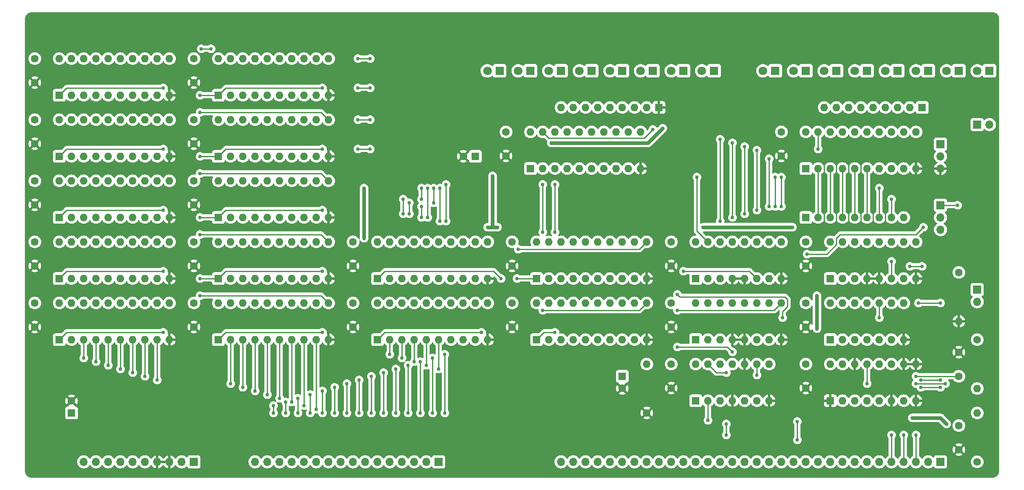
<source format=gbl>
G04 #@! TF.GenerationSoftware,KiCad,Pcbnew,(7.0.0)*
G04 #@! TF.CreationDate,2024-11-17T17:29:26-08:00*
G04 #@! TF.ProjectId,multi_register,6d756c74-695f-4726-9567-69737465722e,rev?*
G04 #@! TF.SameCoordinates,Original*
G04 #@! TF.FileFunction,Copper,L2,Bot*
G04 #@! TF.FilePolarity,Positive*
%FSLAX46Y46*%
G04 Gerber Fmt 4.6, Leading zero omitted, Abs format (unit mm)*
G04 Created by KiCad (PCBNEW (7.0.0)) date 2024-11-17 17:29:26*
%MOMM*%
%LPD*%
G01*
G04 APERTURE LIST*
G04 #@! TA.AperFunction,ComponentPad*
%ADD10R,1.600000X1.600000*%
G04 #@! TD*
G04 #@! TA.AperFunction,ComponentPad*
%ADD11O,1.600000X1.600000*%
G04 #@! TD*
G04 #@! TA.AperFunction,ComponentPad*
%ADD12C,1.600000*%
G04 #@! TD*
G04 #@! TA.AperFunction,ComponentPad*
%ADD13R,1.800000X1.800000*%
G04 #@! TD*
G04 #@! TA.AperFunction,ComponentPad*
%ADD14C,1.800000*%
G04 #@! TD*
G04 #@! TA.AperFunction,ComponentPad*
%ADD15R,1.700000X1.700000*%
G04 #@! TD*
G04 #@! TA.AperFunction,ComponentPad*
%ADD16O,1.700000X1.700000*%
G04 #@! TD*
G04 #@! TA.AperFunction,ViaPad*
%ADD17C,0.762000*%
G04 #@! TD*
G04 #@! TA.AperFunction,Conductor*
%ADD18C,0.762000*%
G04 #@! TD*
G04 #@! TA.AperFunction,Conductor*
%ADD19C,0.254000*%
G04 #@! TD*
G04 APERTURE END LIST*
D10*
X91439999Y-119379999D03*
D11*
X93979999Y-119379999D03*
X96519999Y-119379999D03*
X99059999Y-119379999D03*
X101599999Y-119379999D03*
X104139999Y-119379999D03*
X106679999Y-119379999D03*
X109219999Y-119379999D03*
X111759999Y-119379999D03*
X114299999Y-119379999D03*
X114299999Y-111759999D03*
X111759999Y-111759999D03*
X109219999Y-111759999D03*
X106679999Y-111759999D03*
X104139999Y-111759999D03*
X101599999Y-111759999D03*
X99059999Y-111759999D03*
X96519999Y-111759999D03*
X93979999Y-111759999D03*
X91439999Y-111759999D03*
D12*
X245110000Y-122000000D03*
X245110000Y-127000000D03*
D10*
X124459999Y-119379999D03*
D11*
X126999999Y-119379999D03*
X129539999Y-119379999D03*
X132079999Y-119379999D03*
X134619999Y-119379999D03*
X137159999Y-119379999D03*
X139699999Y-119379999D03*
X142239999Y-119379999D03*
X144779999Y-119379999D03*
X147319999Y-119379999D03*
X147319999Y-111759999D03*
X144779999Y-111759999D03*
X142239999Y-111759999D03*
X139699999Y-111759999D03*
X137159999Y-111759999D03*
X134619999Y-111759999D03*
X132079999Y-111759999D03*
X129539999Y-111759999D03*
X126999999Y-111759999D03*
X124459999Y-111759999D03*
D12*
X53340000Y-65960000D03*
X53340000Y-60960000D03*
D13*
X187959999Y-63499999D03*
D14*
X185420000Y-63500000D03*
D12*
X208280000Y-81200000D03*
X208280000Y-76200000D03*
X248920000Y-119380000D03*
D11*
X248919999Y-129539999D03*
D10*
X91439999Y-81279999D03*
D11*
X93979999Y-81279999D03*
X96519999Y-81279999D03*
X99059999Y-81279999D03*
X101599999Y-81279999D03*
X104139999Y-81279999D03*
X106679999Y-81279999D03*
X109219999Y-81279999D03*
X111759999Y-81279999D03*
X114299999Y-81279999D03*
X114299999Y-73659999D03*
X111759999Y-73659999D03*
X109219999Y-73659999D03*
X106679999Y-73659999D03*
X104139999Y-73659999D03*
X101599999Y-73659999D03*
X99059999Y-73659999D03*
X96519999Y-73659999D03*
X93979999Y-73659999D03*
X91439999Y-73659999D03*
D12*
X245110000Y-105410000D03*
D11*
X245109999Y-115569999D03*
D12*
X151130000Y-81200000D03*
X151130000Y-76200000D03*
D10*
X91439999Y-68579999D03*
D11*
X93979999Y-68579999D03*
X96519999Y-68579999D03*
X99059999Y-68579999D03*
X101599999Y-68579999D03*
X104139999Y-68579999D03*
X106679999Y-68579999D03*
X109219999Y-68579999D03*
X111759999Y-68579999D03*
X114299999Y-68579999D03*
X114299999Y-60959999D03*
X111759999Y-60959999D03*
X109219999Y-60959999D03*
X106679999Y-60959999D03*
X104139999Y-60959999D03*
X101599999Y-60959999D03*
X99059999Y-60959999D03*
X96519999Y-60959999D03*
X93979999Y-60959999D03*
X91439999Y-60959999D03*
D10*
X190499999Y-106679999D03*
D11*
X193039999Y-106679999D03*
X195579999Y-106679999D03*
X198119999Y-106679999D03*
X200659999Y-106679999D03*
X203199999Y-106679999D03*
X205739999Y-106679999D03*
X208279999Y-106679999D03*
X208279999Y-99059999D03*
X205739999Y-99059999D03*
X203199999Y-99059999D03*
X200659999Y-99059999D03*
X198119999Y-99059999D03*
X195579999Y-99059999D03*
X193039999Y-99059999D03*
X190499999Y-99059999D03*
D13*
X251459999Y-63499999D03*
D14*
X248920000Y-63500000D03*
D13*
X213359999Y-63499999D03*
D14*
X210820000Y-63500000D03*
D13*
X245109999Y-63499999D03*
D14*
X242570000Y-63500000D03*
D10*
X213359999Y-83819999D03*
D11*
X215899999Y-83819999D03*
X218439999Y-83819999D03*
X220979999Y-83819999D03*
X223519999Y-83819999D03*
X226059999Y-83819999D03*
X228599999Y-83819999D03*
X231139999Y-83819999D03*
X233679999Y-83819999D03*
X236219999Y-83819999D03*
X236219999Y-76199999D03*
X233679999Y-76199999D03*
X231139999Y-76199999D03*
X228599999Y-76199999D03*
X226059999Y-76199999D03*
X223519999Y-76199999D03*
X220979999Y-76199999D03*
X218439999Y-76199999D03*
X215899999Y-76199999D03*
X213359999Y-76199999D03*
D13*
X149796499Y-63499999D03*
D14*
X147256500Y-63500000D03*
D12*
X86360000Y-65960000D03*
X86360000Y-60960000D03*
X53340000Y-104060000D03*
X53340000Y-99060000D03*
D10*
X60959999Y-134619999D03*
D12*
X60960000Y-132120000D03*
D13*
X207009999Y-63499999D03*
D14*
X204470000Y-63500000D03*
D13*
X181609999Y-63499999D03*
D14*
X179070000Y-63500000D03*
D12*
X185420000Y-104060000D03*
X185420000Y-99060000D03*
X248920000Y-144780000D03*
D11*
X248919999Y-134619999D03*
D15*
X241299999Y-78739999D03*
D16*
X241299999Y-81279999D03*
X241299999Y-83819999D03*
D13*
X219709999Y-63499999D03*
D14*
X217170000Y-63500000D03*
D10*
X58419999Y-119379999D03*
D11*
X60959999Y-119379999D03*
X63499999Y-119379999D03*
X66039999Y-119379999D03*
X68579999Y-119379999D03*
X71119999Y-119379999D03*
X73659999Y-119379999D03*
X76199999Y-119379999D03*
X78739999Y-119379999D03*
X81279999Y-119379999D03*
X81279999Y-111759999D03*
X78739999Y-111759999D03*
X76199999Y-111759999D03*
X73659999Y-111759999D03*
X71119999Y-111759999D03*
X68579999Y-111759999D03*
X66039999Y-111759999D03*
X63499999Y-111759999D03*
X60959999Y-111759999D03*
X58419999Y-111759999D03*
D12*
X245110000Y-142240000D03*
X245110000Y-137240000D03*
X213360000Y-116760000D03*
X213360000Y-111760000D03*
D10*
X91439999Y-106679999D03*
D11*
X93979999Y-106679999D03*
X96519999Y-106679999D03*
X99059999Y-106679999D03*
X101599999Y-106679999D03*
X104139999Y-106679999D03*
X106679999Y-106679999D03*
X109219999Y-106679999D03*
X111759999Y-106679999D03*
X114299999Y-106679999D03*
X114299999Y-99059999D03*
X111759999Y-99059999D03*
X109219999Y-99059999D03*
X106679999Y-99059999D03*
X104139999Y-99059999D03*
X101599999Y-99059999D03*
X99059999Y-99059999D03*
X96519999Y-99059999D03*
X93979999Y-99059999D03*
X91439999Y-99059999D03*
D15*
X248919999Y-74675999D03*
D16*
X251459999Y-74675999D03*
D10*
X175259999Y-126999999D03*
D12*
X175260000Y-129500000D03*
D13*
X194309999Y-63499999D03*
D14*
X191770000Y-63500000D03*
D10*
X218439999Y-106679999D03*
D11*
X220979999Y-106679999D03*
X223519999Y-106679999D03*
X226059999Y-106679999D03*
X228599999Y-106679999D03*
X231139999Y-106679999D03*
X233679999Y-106679999D03*
X236219999Y-106679999D03*
X236219999Y-99059999D03*
X233679999Y-99059999D03*
X231139999Y-99059999D03*
X228599999Y-99059999D03*
X226059999Y-99059999D03*
X223519999Y-99059999D03*
X220979999Y-99059999D03*
X218439999Y-99059999D03*
D10*
X218439999Y-119379999D03*
D11*
X220979999Y-119379999D03*
X223519999Y-119379999D03*
X226059999Y-119379999D03*
X228599999Y-119379999D03*
X231139999Y-119379999D03*
X233679999Y-119379999D03*
X233679999Y-111759999D03*
X231139999Y-111759999D03*
X228599999Y-111759999D03*
X226059999Y-111759999D03*
X223519999Y-111759999D03*
X220979999Y-111759999D03*
X218439999Y-111759999D03*
D12*
X86360000Y-78660000D03*
X86360000Y-73660000D03*
D10*
X58419999Y-81279999D03*
D11*
X60959999Y-81279999D03*
X63499999Y-81279999D03*
X66039999Y-81279999D03*
X68579999Y-81279999D03*
X71119999Y-81279999D03*
X73659999Y-81279999D03*
X76199999Y-81279999D03*
X78739999Y-81279999D03*
X81279999Y-81279999D03*
X81279999Y-73659999D03*
X78739999Y-73659999D03*
X76199999Y-73659999D03*
X73659999Y-73659999D03*
X71119999Y-73659999D03*
X68579999Y-73659999D03*
X66039999Y-73659999D03*
X63499999Y-73659999D03*
X60959999Y-73659999D03*
X58419999Y-73659999D03*
D13*
X226059999Y-63499999D03*
D14*
X223520000Y-63500000D03*
D10*
X144779999Y-81279999D03*
D12*
X142280000Y-81280000D03*
X152400000Y-104060000D03*
X152400000Y-99060000D03*
X53340000Y-78660000D03*
X53340000Y-73660000D03*
X213360000Y-104060000D03*
X213360000Y-99060000D03*
D10*
X58419999Y-93979999D03*
D11*
X60959999Y-93979999D03*
X63499999Y-93979999D03*
X66039999Y-93979999D03*
X68579999Y-93979999D03*
X71119999Y-93979999D03*
X73659999Y-93979999D03*
X76199999Y-93979999D03*
X78739999Y-93979999D03*
X81279999Y-93979999D03*
X81279999Y-86359999D03*
X78739999Y-86359999D03*
X76199999Y-86359999D03*
X73659999Y-86359999D03*
X71119999Y-86359999D03*
X68579999Y-86359999D03*
X66039999Y-86359999D03*
X63499999Y-86359999D03*
X60959999Y-86359999D03*
X58419999Y-86359999D03*
D12*
X119380000Y-104060000D03*
X119380000Y-99060000D03*
D10*
X182879999Y-71119999D03*
D11*
X180339999Y-71119999D03*
X177799999Y-71119999D03*
X175259999Y-71119999D03*
X172719999Y-71119999D03*
X170179999Y-71119999D03*
X167639999Y-71119999D03*
X165099999Y-71119999D03*
X162559999Y-71119999D03*
D12*
X185420000Y-116760000D03*
X185420000Y-111760000D03*
X86360000Y-116760000D03*
X86360000Y-111760000D03*
X53340000Y-91360000D03*
X53340000Y-86360000D03*
D10*
X218439999Y-132079999D03*
D11*
X220979999Y-132079999D03*
X223519999Y-132079999D03*
X226059999Y-132079999D03*
X228599999Y-132079999D03*
X231139999Y-132079999D03*
X233679999Y-132079999D03*
X236219999Y-132079999D03*
X236219999Y-124459999D03*
X233679999Y-124459999D03*
X231139999Y-124459999D03*
X228599999Y-124459999D03*
X226059999Y-124459999D03*
X223519999Y-124459999D03*
X220979999Y-124459999D03*
X218439999Y-124459999D03*
D15*
X86359999Y-144779999D03*
D16*
X83819999Y-144779999D03*
X81279999Y-144779999D03*
X78739999Y-144779999D03*
X76199999Y-144779999D03*
X73659999Y-144779999D03*
X71119999Y-144779999D03*
X68579999Y-144779999D03*
X66039999Y-144779999D03*
X63499999Y-144779999D03*
D13*
X232409999Y-63499999D03*
D14*
X229870000Y-63500000D03*
D13*
X238759999Y-63499999D03*
D14*
X236220000Y-63500000D03*
D12*
X53340000Y-116760000D03*
X53340000Y-111760000D03*
X86360000Y-91360000D03*
X86360000Y-86360000D03*
X152400000Y-116760000D03*
X152400000Y-111760000D03*
D15*
X137159999Y-144779999D03*
D16*
X134619999Y-144779999D03*
X132079999Y-144779999D03*
X129539999Y-144779999D03*
X126999999Y-144779999D03*
X124459999Y-144779999D03*
X121919999Y-144779999D03*
X119379999Y-144779999D03*
X116839999Y-144779999D03*
X114299999Y-144779999D03*
X111759999Y-144779999D03*
X109219999Y-144779999D03*
X106679999Y-144779999D03*
X104139999Y-144779999D03*
X101599999Y-144779999D03*
X99059999Y-144779999D03*
D10*
X190489999Y-119379999D03*
D11*
X193029999Y-119379999D03*
X195569999Y-119379999D03*
X198109999Y-119379999D03*
X200649999Y-119379999D03*
X203189999Y-119379999D03*
X205729999Y-119379999D03*
X208269999Y-119379999D03*
X208269999Y-111759999D03*
X205729999Y-111759999D03*
X203189999Y-111759999D03*
X200649999Y-111759999D03*
X198109999Y-111759999D03*
X195569999Y-111759999D03*
X193029999Y-111759999D03*
X190489999Y-111759999D03*
D10*
X213359999Y-93979999D03*
D11*
X215899999Y-93979999D03*
X218439999Y-93979999D03*
X220979999Y-93979999D03*
X223519999Y-93979999D03*
X226059999Y-93979999D03*
X228599999Y-93979999D03*
X231139999Y-93979999D03*
X233679999Y-93979999D03*
D10*
X190499999Y-132079999D03*
D11*
X193039999Y-132079999D03*
X195579999Y-132079999D03*
X198119999Y-132079999D03*
X200659999Y-132079999D03*
X203199999Y-132079999D03*
X205739999Y-132079999D03*
X205739999Y-124459999D03*
X203199999Y-124459999D03*
X200659999Y-124459999D03*
X198119999Y-124459999D03*
X195579999Y-124459999D03*
X193039999Y-124459999D03*
X190499999Y-124459999D03*
D10*
X124459999Y-106679999D03*
D11*
X126999999Y-106679999D03*
X129539999Y-106679999D03*
X132079999Y-106679999D03*
X134619999Y-106679999D03*
X137159999Y-106679999D03*
X139699999Y-106679999D03*
X142239999Y-106679999D03*
X144779999Y-106679999D03*
X147319999Y-106679999D03*
X147319999Y-99059999D03*
X144779999Y-99059999D03*
X142239999Y-99059999D03*
X139699999Y-99059999D03*
X137159999Y-99059999D03*
X134619999Y-99059999D03*
X132079999Y-99059999D03*
X129539999Y-99059999D03*
X126999999Y-99059999D03*
X124459999Y-99059999D03*
D10*
X157479999Y-106679999D03*
D11*
X160019999Y-106679999D03*
X162559999Y-106679999D03*
X165099999Y-106679999D03*
X167639999Y-106679999D03*
X170179999Y-106679999D03*
X172719999Y-106679999D03*
X175259999Y-106679999D03*
X177799999Y-106679999D03*
X180339999Y-106679999D03*
X180339999Y-99059999D03*
X177799999Y-99059999D03*
X175259999Y-99059999D03*
X172719999Y-99059999D03*
X170179999Y-99059999D03*
X167639999Y-99059999D03*
X165099999Y-99059999D03*
X162559999Y-99059999D03*
X160019999Y-99059999D03*
X157479999Y-99059999D03*
D15*
X241299999Y-91439999D03*
D16*
X241299999Y-93979999D03*
X241299999Y-96519999D03*
D12*
X119380000Y-116760000D03*
X119380000Y-111760000D03*
D13*
X168909999Y-63499999D03*
D14*
X166370000Y-63500000D03*
D12*
X213360000Y-129460000D03*
X213360000Y-124460000D03*
D15*
X248919999Y-108965999D03*
D16*
X248919999Y-111505999D03*
D15*
X241299999Y-144779999D03*
D16*
X238759999Y-144779999D03*
X236219999Y-144779999D03*
X233679999Y-144779999D03*
X231139999Y-144779999D03*
X228599999Y-144779999D03*
X226059999Y-144779999D03*
X223519999Y-144779999D03*
X220979999Y-144779999D03*
X218439999Y-144779999D03*
X215899999Y-144779999D03*
X213359999Y-144779999D03*
X210819999Y-144779999D03*
X208279999Y-144779999D03*
X205739999Y-144779999D03*
X203199999Y-144779999D03*
X200659999Y-144779999D03*
X198119999Y-144779999D03*
X195579999Y-144779999D03*
X193039999Y-144779999D03*
X190499999Y-144779999D03*
X187959999Y-144779999D03*
X185419999Y-144779999D03*
X182879999Y-144779999D03*
X180339999Y-144779999D03*
X177799999Y-144779999D03*
X175259999Y-144779999D03*
X172719999Y-144779999D03*
X170179999Y-144779999D03*
X167639999Y-144779999D03*
X165099999Y-144779999D03*
X162559999Y-144779999D03*
D13*
X162559999Y-63499999D03*
D14*
X160020000Y-63500000D03*
D12*
X185420000Y-129460000D03*
X185420000Y-124460000D03*
D13*
X175259999Y-63499999D03*
D14*
X172720000Y-63500000D03*
D10*
X91439999Y-93979999D03*
D11*
X93979999Y-93979999D03*
X96519999Y-93979999D03*
X99059999Y-93979999D03*
X101599999Y-93979999D03*
X104139999Y-93979999D03*
X106679999Y-93979999D03*
X109219999Y-93979999D03*
X111759999Y-93979999D03*
X114299999Y-93979999D03*
X114299999Y-86359999D03*
X111759999Y-86359999D03*
X109219999Y-86359999D03*
X106679999Y-86359999D03*
X104139999Y-86359999D03*
X101599999Y-86359999D03*
X99059999Y-86359999D03*
X96519999Y-86359999D03*
X93979999Y-86359999D03*
X91439999Y-86359999D03*
D12*
X180340000Y-134620000D03*
D11*
X180339999Y-124459999D03*
D10*
X156209999Y-83819999D03*
D11*
X158749999Y-83819999D03*
X161289999Y-83819999D03*
X163829999Y-83819999D03*
X166369999Y-83819999D03*
X168909999Y-83819999D03*
X171449999Y-83819999D03*
X173989999Y-83819999D03*
X176529999Y-83819999D03*
X179069999Y-83819999D03*
X179069999Y-76199999D03*
X176529999Y-76199999D03*
X173989999Y-76199999D03*
X171449999Y-76199999D03*
X168909999Y-76199999D03*
X166369999Y-76199999D03*
X163829999Y-76199999D03*
X161289999Y-76199999D03*
X158749999Y-76199999D03*
X156209999Y-76199999D03*
D10*
X157479999Y-119379999D03*
D11*
X160019999Y-119379999D03*
X162559999Y-119379999D03*
X165099999Y-119379999D03*
X167639999Y-119379999D03*
X170179999Y-119379999D03*
X172719999Y-119379999D03*
X175259999Y-119379999D03*
X177799999Y-119379999D03*
X180339999Y-119379999D03*
X180339999Y-111759999D03*
X177799999Y-111759999D03*
X175259999Y-111759999D03*
X172719999Y-111759999D03*
X170179999Y-111759999D03*
X167639999Y-111759999D03*
X165099999Y-111759999D03*
X162559999Y-111759999D03*
X160019999Y-111759999D03*
X157479999Y-111759999D03*
D12*
X86360000Y-104060000D03*
X86360000Y-99060000D03*
D13*
X156209999Y-63499999D03*
D14*
X153670000Y-63500000D03*
D10*
X58419999Y-106679999D03*
D11*
X60959999Y-106679999D03*
X63499999Y-106679999D03*
X66039999Y-106679999D03*
X68579999Y-106679999D03*
X71119999Y-106679999D03*
X73659999Y-106679999D03*
X76199999Y-106679999D03*
X78739999Y-106679999D03*
X81279999Y-106679999D03*
X81279999Y-99059999D03*
X78739999Y-99059999D03*
X76199999Y-99059999D03*
X73659999Y-99059999D03*
X71119999Y-99059999D03*
X68579999Y-99059999D03*
X66039999Y-99059999D03*
X63499999Y-99059999D03*
X60959999Y-99059999D03*
X58419999Y-99059999D03*
D10*
X58419999Y-68579999D03*
D11*
X60959999Y-68579999D03*
X63499999Y-68579999D03*
X66039999Y-68579999D03*
X68579999Y-68579999D03*
X71119999Y-68579999D03*
X73659999Y-68579999D03*
X76199999Y-68579999D03*
X78739999Y-68579999D03*
X81279999Y-68579999D03*
X81279999Y-60959999D03*
X78739999Y-60959999D03*
X76199999Y-60959999D03*
X73659999Y-60959999D03*
X71119999Y-60959999D03*
X68579999Y-60959999D03*
X66039999Y-60959999D03*
X63499999Y-60959999D03*
X60959999Y-60959999D03*
X58419999Y-60959999D03*
D10*
X237489999Y-71119999D03*
D11*
X234949999Y-71119999D03*
X232409999Y-71119999D03*
X229869999Y-71119999D03*
X227329999Y-71119999D03*
X224789999Y-71119999D03*
X222249999Y-71119999D03*
X219709999Y-71119999D03*
X217169999Y-71119999D03*
D17*
X236982000Y-135636000D03*
X162306000Y-78486000D03*
X210566000Y-96012000D03*
X148336000Y-86868000D03*
X193294000Y-96012000D03*
X121666000Y-96774000D03*
X121666000Y-87884000D03*
X148336000Y-85344000D03*
X215646000Y-117094000D03*
X147320000Y-96012000D03*
X182372000Y-76708000D03*
X149352000Y-96012000D03*
X192024000Y-96012000D03*
X215646000Y-111760000D03*
X160528000Y-78486000D03*
X183642000Y-75438000D03*
X242570000Y-136906000D03*
X187960000Y-105156000D03*
X215646000Y-115824000D03*
X209296000Y-96012000D03*
X215646000Y-110236000D03*
X231140000Y-103124000D03*
X121666000Y-98298000D03*
X121666000Y-89408000D03*
X235458000Y-135636000D03*
X241300000Y-135636000D03*
X110490000Y-121158000D03*
X135890000Y-121412000D03*
X133350000Y-121412000D03*
X105410000Y-116586000D03*
X130810000Y-116586000D03*
X133350000Y-116586000D03*
X135890000Y-116586000D03*
X107950000Y-121158000D03*
X105410000Y-121158000D03*
X130810000Y-121412000D03*
X107950000Y-116586000D03*
X110490000Y-116586000D03*
X138430000Y-134620000D03*
X138430000Y-122428000D03*
X127000000Y-122428000D03*
X135890000Y-123190000D03*
X135890000Y-134620000D03*
X129540000Y-123190000D03*
X63500000Y-123190000D03*
X133350000Y-123952000D03*
X66040000Y-123952000D03*
X132080000Y-123952000D03*
X133350000Y-134620000D03*
X130810000Y-124714000D03*
X130810000Y-134620000D03*
X134620000Y-124714000D03*
X68580000Y-124714000D03*
X128270000Y-134620000D03*
X128270000Y-125476000D03*
X137160000Y-125476000D03*
X71120000Y-125476000D03*
X125730000Y-134620000D03*
X125730000Y-126238000D03*
X73660000Y-126238000D03*
X123190000Y-134620000D03*
X76200000Y-127000000D03*
X123190000Y-127000000D03*
X78740000Y-127762000D03*
X120650000Y-134620000D03*
X120650000Y-127762000D03*
X118110000Y-134620000D03*
X93980000Y-128524000D03*
X118110000Y-128524000D03*
X115570000Y-134620000D03*
X115570000Y-129286000D03*
X96520000Y-129286000D03*
X99060000Y-130048000D03*
X113030000Y-130048000D03*
X113030000Y-134620000D03*
X101600000Y-130810000D03*
X110490000Y-134620000D03*
X110490000Y-130810000D03*
X107950000Y-134620000D03*
X107950000Y-131572000D03*
X104140000Y-131572000D03*
X106680000Y-132334000D03*
X105410000Y-132334000D03*
X105410000Y-134620000D03*
X109220000Y-133096000D03*
X102870000Y-133096000D03*
X102870000Y-134620000D03*
X111760000Y-133858000D03*
X211582000Y-140208000D03*
X211582000Y-136398000D03*
X228600000Y-114808000D03*
X236220000Y-139192000D03*
X233680000Y-139192000D03*
X193040000Y-136144000D03*
X196850000Y-136906000D03*
X231140000Y-139192000D03*
X196850000Y-126238000D03*
X196850000Y-139192000D03*
X237490000Y-104140000D03*
X234950000Y-104140000D03*
X215900000Y-79756000D03*
X181610000Y-75692000D03*
X87630000Y-68580000D03*
X80010000Y-67056000D03*
X120396000Y-67056000D03*
X136144000Y-87884000D03*
X122936000Y-67056000D03*
X113030000Y-67056000D03*
X136144000Y-90932000D03*
X87884000Y-58928000D03*
X122936000Y-60960000D03*
X138684000Y-94742000D03*
X89916000Y-58928000D03*
X138684000Y-87122000D03*
X120396000Y-60960000D03*
X122936000Y-79756000D03*
X80010000Y-79756000D03*
X120396000Y-79756000D03*
X133604000Y-87884000D03*
X113030000Y-79756000D03*
X87630000Y-81280000D03*
X133604000Y-90170000D03*
X120396000Y-73660000D03*
X134874000Y-93980000D03*
X122936000Y-73660000D03*
X87630000Y-72136000D03*
X134874000Y-87884000D03*
X113030000Y-92456000D03*
X80010000Y-92456000D03*
X87630000Y-93980000D03*
X131064000Y-90932000D03*
X87630000Y-84836000D03*
X131064000Y-93218000D03*
X113030000Y-105156000D03*
X129794000Y-90170000D03*
X129794000Y-93218000D03*
X80010000Y-105156000D03*
X87630000Y-106680000D03*
X87630000Y-97536000D03*
X113030000Y-117856000D03*
X228600000Y-87884000D03*
X137414000Y-87884000D03*
X80010000Y-117856000D03*
X137414000Y-94742000D03*
X133604000Y-91694000D03*
X133604000Y-93980000D03*
X87630000Y-110236000D03*
X146050000Y-117856000D03*
X231140000Y-90170000D03*
X161290000Y-87122000D03*
X161290000Y-117856000D03*
X161290000Y-97028000D03*
X158750000Y-113284000D03*
X186690000Y-113284000D03*
X237236000Y-129286000D03*
X241300000Y-129286000D03*
X190754000Y-85598000D03*
X195580000Y-77724000D03*
X195580000Y-94742000D03*
X198120000Y-93980000D03*
X198120000Y-78486000D03*
X200660000Y-79248000D03*
X200660000Y-93218000D03*
X203200000Y-80010000D03*
X203200000Y-92456000D03*
X205740000Y-91694000D03*
X205740000Y-81788000D03*
X208280000Y-85598000D03*
X208280000Y-91694000D03*
X203200000Y-126746000D03*
X236220000Y-127000000D03*
X244856000Y-91440000D03*
X241300000Y-111760000D03*
X236728000Y-111760000D03*
X241300000Y-127762000D03*
X237236000Y-127762000D03*
X186690000Y-120904000D03*
X213614000Y-101600000D03*
X198120000Y-121920000D03*
X237744000Y-96012000D03*
X236220000Y-128524000D03*
X242316000Y-128524000D03*
X226060000Y-128524000D03*
X150114000Y-106680000D03*
X158750000Y-97028000D03*
X153416000Y-106680000D03*
X158750000Y-87122000D03*
X186690000Y-109982000D03*
X153670000Y-100584000D03*
X208534000Y-114808000D03*
X207010000Y-91694000D03*
X207010000Y-85598000D03*
D18*
X149352000Y-96012000D02*
X148336000Y-96012000D01*
D19*
X201676000Y-105156000D02*
X187960000Y-105156000D01*
X203200000Y-106680000D02*
X201676000Y-105156000D01*
D18*
X235458000Y-135636000D02*
X241300000Y-135636000D01*
X241300000Y-135636000D02*
X242570000Y-136906000D01*
X180594000Y-78486000D02*
X183642000Y-75438000D01*
X183642000Y-75438000D02*
X182372000Y-76708000D01*
X148336000Y-86868000D02*
X148336000Y-85344000D01*
D19*
X231140000Y-103124000D02*
X231140000Y-106680000D01*
D18*
X148336000Y-96012000D02*
X148336000Y-86868000D01*
X215646000Y-110236000D02*
X215646000Y-117094000D01*
X147320000Y-96012000D02*
X149352000Y-96012000D01*
X160528000Y-78486000D02*
X180594000Y-78486000D01*
X121666000Y-87884000D02*
X121666000Y-98298000D01*
X192024000Y-96012000D02*
X210566000Y-96012000D01*
D19*
X217170000Y-84836000D02*
X217170000Y-83058000D01*
X219710000Y-84836000D02*
X219710000Y-83058000D01*
X222250000Y-94742000D02*
X222250000Y-92964000D01*
X227330000Y-94742000D02*
X227330000Y-92964000D01*
X224790000Y-94742000D02*
X224790000Y-92964000D01*
X224790000Y-84836000D02*
X224790000Y-83058000D01*
X222250000Y-84836000D02*
X222250000Y-83058000D01*
X229870000Y-94742000D02*
X229870000Y-92964000D01*
X219710000Y-94742000D02*
X219710000Y-92964000D01*
X217170000Y-94742000D02*
X217170000Y-92964000D01*
X127000000Y-119380000D02*
X127000000Y-122428000D01*
X138430000Y-134620000D02*
X138430000Y-122428000D01*
X135890000Y-134620000D02*
X135890000Y-123190000D01*
X129540000Y-119380000D02*
X129540000Y-123190000D01*
X63500000Y-119380000D02*
X63500000Y-123190000D01*
X132080000Y-119380000D02*
X132080000Y-123952000D01*
X66040000Y-119380000D02*
X66040000Y-123952000D01*
X133350000Y-134620000D02*
X133350000Y-123952000D01*
X130810000Y-134620000D02*
X130810000Y-124714000D01*
X68580000Y-119380000D02*
X68580000Y-124714000D01*
X134620000Y-119380000D02*
X134620000Y-124714000D01*
X71120000Y-119380000D02*
X71120000Y-125476000D01*
X128270000Y-134620000D02*
X128270000Y-125476000D01*
X137160000Y-119380000D02*
X137160000Y-125476000D01*
X125730000Y-134620000D02*
X125730000Y-126238000D01*
X73660000Y-119380000D02*
X73660000Y-126238000D01*
X123190000Y-134620000D02*
X123190000Y-127000000D01*
X76200000Y-119380000D02*
X76200000Y-127000000D01*
X120650000Y-134620000D02*
X120650000Y-127762000D01*
X78740000Y-119380000D02*
X78740000Y-127762000D01*
X118110000Y-134620000D02*
X118110000Y-128524000D01*
X93980000Y-119380000D02*
X93980000Y-128524000D01*
X96520000Y-119380000D02*
X96520000Y-129286000D01*
X115570000Y-134620000D02*
X115570000Y-129286000D01*
X113030000Y-134620000D02*
X113030000Y-130048000D01*
X99060000Y-119380000D02*
X99060000Y-130048000D01*
X110490000Y-134620000D02*
X110490000Y-130810000D01*
X101600000Y-119380000D02*
X101600000Y-130810000D01*
X104140000Y-119380000D02*
X104140000Y-131572000D01*
X107950000Y-134620000D02*
X107950000Y-131572000D01*
X106680000Y-119380000D02*
X106680000Y-132334000D01*
X105410000Y-134620000D02*
X105410000Y-132334000D01*
X109220000Y-119380000D02*
X109220000Y-133096000D01*
X102870000Y-133096000D02*
X102870000Y-134620000D01*
X111760000Y-119380000D02*
X111760000Y-133858000D01*
X211582000Y-140208000D02*
X211582000Y-136398000D01*
X228600000Y-111760000D02*
X228600000Y-114808000D01*
X236220000Y-144780000D02*
X236220000Y-139192000D01*
X193040000Y-132080000D02*
X193040000Y-136144000D01*
X233680000Y-144780000D02*
X233680000Y-139192000D01*
X196850000Y-136906000D02*
X196850000Y-139192000D01*
X194818000Y-126238000D02*
X196850000Y-126238000D01*
X193040000Y-124460000D02*
X194818000Y-126238000D01*
X231140000Y-144780000D02*
X231140000Y-139192000D01*
X234950000Y-104140000D02*
X237490000Y-104140000D01*
X160020000Y-77470000D02*
X158750000Y-76200000D01*
X215900000Y-79756000D02*
X215900000Y-76200000D01*
X179832000Y-77470000D02*
X160020000Y-77470000D01*
X181610000Y-75692000D02*
X179832000Y-77470000D01*
X215900000Y-83820000D02*
X215900000Y-93980000D01*
X80010000Y-67056000D02*
X59944000Y-67056000D01*
X59944000Y-67056000D02*
X58420000Y-68580000D01*
X113030000Y-67056000D02*
X92964000Y-67056000D01*
X87630000Y-68580000D02*
X91440000Y-68580000D01*
X218440000Y-83820000D02*
X218440000Y-93980000D01*
X136144000Y-87884000D02*
X136144000Y-90932000D01*
X120396000Y-67056000D02*
X122936000Y-67056000D01*
X92964000Y-67056000D02*
X91440000Y-68580000D01*
X87884000Y-58928000D02*
X89916000Y-58928000D01*
X138684000Y-94742000D02*
X138684000Y-87122000D01*
X120396000Y-60960000D02*
X122936000Y-60960000D01*
X220980000Y-83820000D02*
X220980000Y-93980000D01*
X80010000Y-79756000D02*
X59944000Y-79756000D01*
X133604000Y-87884000D02*
X133604000Y-90170000D01*
X59944000Y-79756000D02*
X58420000Y-81280000D01*
X113030000Y-79756000D02*
X92964000Y-79756000D01*
X92964000Y-79756000D02*
X91440000Y-81280000D01*
X120396000Y-79756000D02*
X122936000Y-79756000D01*
X87630000Y-81280000D02*
X91440000Y-81280000D01*
X120396000Y-73660000D02*
X122936000Y-73660000D01*
X134874000Y-87884000D02*
X134874000Y-93980000D01*
X112776000Y-72136000D02*
X114300000Y-73660000D01*
X87630000Y-72136000D02*
X112776000Y-72136000D01*
X59944000Y-92456000D02*
X58420000Y-93980000D01*
X87630000Y-93980000D02*
X91440000Y-93980000D01*
X223520000Y-83820000D02*
X223520000Y-93980000D01*
X92964000Y-92456000D02*
X91440000Y-93980000D01*
X113030000Y-92456000D02*
X92964000Y-92456000D01*
X80010000Y-92456000D02*
X59944000Y-92456000D01*
X112776000Y-84836000D02*
X114300000Y-86360000D01*
X87630000Y-84836000D02*
X112776000Y-84836000D01*
X131064000Y-90932000D02*
X131064000Y-93218000D01*
X80010000Y-105156000D02*
X59944000Y-105156000D01*
X92964000Y-105156000D02*
X91440000Y-106680000D01*
X59944000Y-105156000D02*
X58420000Y-106680000D01*
X226060000Y-83820000D02*
X226060000Y-93980000D01*
X87630000Y-106680000D02*
X91440000Y-106680000D01*
X113030000Y-105156000D02*
X92964000Y-105156000D01*
X129794000Y-90170000D02*
X129794000Y-93218000D01*
X87630000Y-97536000D02*
X112776000Y-97536000D01*
X112776000Y-97536000D02*
X114300000Y-99060000D01*
X92964000Y-117856000D02*
X113030000Y-117856000D01*
X80010000Y-117856000D02*
X59944000Y-117856000D01*
X91440000Y-119380000D02*
X92964000Y-117856000D01*
X228600000Y-87884000D02*
X228600000Y-93980000D01*
X59944000Y-117856000D02*
X58420000Y-119380000D01*
X137414000Y-87884000D02*
X137414000Y-94742000D01*
X133604000Y-93980000D02*
X133604000Y-91694000D01*
X112776000Y-110236000D02*
X114300000Y-111760000D01*
X87630000Y-110236000D02*
X112776000Y-110236000D01*
X159004000Y-117856000D02*
X157480000Y-119380000D01*
X231140000Y-90170000D02*
X231140000Y-93980000D01*
X146050000Y-117856000D02*
X125984000Y-117856000D01*
X125984000Y-117856000D02*
X124460000Y-119380000D01*
X161290000Y-87122000D02*
X161290000Y-97028000D01*
X161290000Y-117856000D02*
X159004000Y-117856000D01*
X206746000Y-113284000D02*
X208270000Y-111760000D01*
X186690000Y-113284000D02*
X206746000Y-113284000D01*
X178816000Y-113284000D02*
X180340000Y-111760000D01*
X158750000Y-113284000D02*
X178816000Y-113284000D01*
X241300000Y-129286000D02*
X237236000Y-129286000D01*
X193040000Y-99060000D02*
X190754000Y-96774000D01*
X190754000Y-96774000D02*
X190754000Y-85598000D01*
X195580000Y-94742000D02*
X195580000Y-77724000D01*
X198120000Y-93980000D02*
X198120000Y-78486000D01*
X200660000Y-93218000D02*
X200660000Y-79248000D01*
X203200000Y-92456000D02*
X203200000Y-80010000D01*
X205740000Y-91694000D02*
X205740000Y-81788000D01*
X208280000Y-91694000D02*
X208280000Y-85598000D01*
X203200000Y-126746000D02*
X203200000Y-124460000D01*
X236220000Y-127000000D02*
X245110000Y-127000000D01*
X236728000Y-111760000D02*
X241300000Y-111760000D01*
X244856000Y-91440000D02*
X241300000Y-91440000D01*
X241300000Y-127762000D02*
X237236000Y-127762000D01*
X186690000Y-120904000D02*
X197104000Y-120904000D01*
X237744000Y-96012000D02*
X236220000Y-97536000D01*
X219710000Y-98298000D02*
X219710000Y-99587212D01*
X197104000Y-120904000D02*
X198120000Y-121920000D01*
X220472000Y-97536000D02*
X219710000Y-98298000D01*
X217697212Y-101600000D02*
X213614000Y-101600000D01*
X219710000Y-99587212D02*
X217697212Y-101600000D01*
X236220000Y-97536000D02*
X220472000Y-97536000D01*
X242316000Y-128524000D02*
X236220000Y-128524000D01*
X226060000Y-128524000D02*
X226060000Y-124460000D01*
X125984000Y-105156000D02*
X148590000Y-105156000D01*
X124460000Y-106680000D02*
X125984000Y-105156000D01*
X153416000Y-106680000D02*
X157480000Y-106680000D01*
X158750000Y-87122000D02*
X158750000Y-97028000D01*
X148590000Y-105156000D02*
X150114000Y-106680000D01*
X153670000Y-100584000D02*
X178816000Y-100584000D01*
X208534000Y-114808000D02*
X208534000Y-113538000D01*
X209550000Y-110998000D02*
X209042000Y-110490000D01*
X187198000Y-110490000D02*
X186690000Y-109982000D01*
X209042000Y-110490000D02*
X187198000Y-110490000D01*
X209550000Y-112522000D02*
X209550000Y-110998000D01*
X208534000Y-113538000D02*
X209550000Y-112522000D01*
X178816000Y-100584000D02*
X180340000Y-99060000D01*
X207010000Y-91694000D02*
X207010000Y-85598000D01*
G04 #@! TA.AperFunction,Conductor*
G36*
X130876626Y-119941478D02*
G01*
X130922380Y-119993650D01*
X130942477Y-120036749D01*
X130945584Y-120041186D01*
X131070696Y-120219865D01*
X131070699Y-120219869D01*
X131073802Y-120224300D01*
X131235700Y-120386198D01*
X131240133Y-120389302D01*
X131240139Y-120389307D01*
X131391623Y-120495377D01*
X131430489Y-120539695D01*
X131444500Y-120596952D01*
X131444500Y-123280858D01*
X131436264Y-123325296D01*
X131412650Y-123363830D01*
X131360761Y-123421457D01*
X131360756Y-123421463D01*
X131356415Y-123426285D01*
X131353170Y-123431905D01*
X131353166Y-123431911D01*
X131266173Y-123582588D01*
X131266170Y-123582593D01*
X131262925Y-123588215D01*
X131260919Y-123594387D01*
X131260917Y-123594393D01*
X131219931Y-123720537D01*
X131205945Y-123763579D01*
X131205943Y-123763585D01*
X131205145Y-123766044D01*
X131204755Y-123765917D01*
X131177518Y-123819365D01*
X131123688Y-123854321D01*
X131059592Y-123857680D01*
X131053574Y-123856401D01*
X131032006Y-123851816D01*
X130903490Y-123824500D01*
X130716510Y-123824500D01*
X130710151Y-123825851D01*
X130710147Y-123825852D01*
X130539975Y-123862023D01*
X130539973Y-123862023D01*
X130533615Y-123863375D01*
X130527686Y-123866014D01*
X130527676Y-123866018D01*
X130393920Y-123925571D01*
X130327943Y-123935313D01*
X130266461Y-123909468D01*
X130227261Y-123855511D01*
X130221682Y-123789052D01*
X130251336Y-123729318D01*
X130263585Y-123715715D01*
X130357075Y-123553785D01*
X130414855Y-123375956D01*
X130434400Y-123190000D01*
X130414855Y-123004044D01*
X130357075Y-122826215D01*
X130263585Y-122664285D01*
X130207349Y-122601829D01*
X130183736Y-122563296D01*
X130175500Y-122518858D01*
X130175500Y-120596952D01*
X130189511Y-120539695D01*
X130228377Y-120495377D01*
X130379860Y-120389307D01*
X130379860Y-120389306D01*
X130384300Y-120386198D01*
X130546198Y-120224300D01*
X130677523Y-120036749D01*
X130697619Y-119993650D01*
X130743374Y-119941478D01*
X130810000Y-119922058D01*
X130876626Y-119941478D01*
G37*
G04 #@! TD.AperFunction*
G04 #@! TA.AperFunction,Conductor*
G36*
X133416626Y-119941478D02*
G01*
X133462380Y-119993650D01*
X133482477Y-120036749D01*
X133485584Y-120041186D01*
X133610696Y-120219865D01*
X133610699Y-120219869D01*
X133613802Y-120224300D01*
X133775700Y-120386198D01*
X133780133Y-120389302D01*
X133780139Y-120389307D01*
X133931623Y-120495377D01*
X133970489Y-120539695D01*
X133984500Y-120596952D01*
X133984500Y-123071575D01*
X133967887Y-123133576D01*
X133922499Y-123178963D01*
X133860498Y-123195575D01*
X133799786Y-123179306D01*
X133797200Y-123177427D01*
X133791268Y-123174785D01*
X133791263Y-123174783D01*
X133632323Y-123104018D01*
X133632316Y-123104015D01*
X133626385Y-123101375D01*
X133557880Y-123086814D01*
X133449852Y-123063852D01*
X133449849Y-123063851D01*
X133443490Y-123062500D01*
X133256510Y-123062500D01*
X133250151Y-123063851D01*
X133250147Y-123063852D01*
X133079975Y-123100023D01*
X133079973Y-123100023D01*
X133073615Y-123101375D01*
X133067686Y-123104014D01*
X133067676Y-123104018D01*
X132908736Y-123174783D01*
X132908727Y-123174787D01*
X132902800Y-123177427D01*
X132900213Y-123179306D01*
X132839502Y-123195575D01*
X132777501Y-123178963D01*
X132732113Y-123133576D01*
X132715500Y-123071575D01*
X132715500Y-120596952D01*
X132729511Y-120539695D01*
X132768377Y-120495377D01*
X132919860Y-120389307D01*
X132919860Y-120389306D01*
X132924300Y-120386198D01*
X133086198Y-120224300D01*
X133217523Y-120036749D01*
X133237619Y-119993650D01*
X133283374Y-119941478D01*
X133350000Y-119922058D01*
X133416626Y-119941478D01*
G37*
G04 #@! TD.AperFunction*
G04 #@! TA.AperFunction,Conductor*
G36*
X135956626Y-119941478D02*
G01*
X136002380Y-119993650D01*
X136022477Y-120036749D01*
X136025584Y-120041186D01*
X136150696Y-120219865D01*
X136150699Y-120219869D01*
X136153802Y-120224300D01*
X136315700Y-120386198D01*
X136320133Y-120389302D01*
X136320139Y-120389307D01*
X136471623Y-120495377D01*
X136510489Y-120539695D01*
X136524500Y-120596952D01*
X136524500Y-122309575D01*
X136507887Y-122371576D01*
X136462499Y-122416963D01*
X136400498Y-122433575D01*
X136339786Y-122417306D01*
X136337200Y-122415427D01*
X136331268Y-122412785D01*
X136331263Y-122412783D01*
X136172323Y-122342018D01*
X136172316Y-122342015D01*
X136166385Y-122339375D01*
X136131436Y-122331946D01*
X135989852Y-122301852D01*
X135989849Y-122301851D01*
X135983490Y-122300500D01*
X135796510Y-122300500D01*
X135790151Y-122301851D01*
X135790147Y-122301852D01*
X135619975Y-122338023D01*
X135619973Y-122338023D01*
X135613615Y-122339375D01*
X135607686Y-122342014D01*
X135607676Y-122342018D01*
X135448736Y-122412783D01*
X135448727Y-122412787D01*
X135442800Y-122415427D01*
X135440213Y-122417306D01*
X135379502Y-122433575D01*
X135317501Y-122416963D01*
X135272113Y-122371576D01*
X135255500Y-122309575D01*
X135255500Y-120596952D01*
X135269511Y-120539695D01*
X135308377Y-120495377D01*
X135459860Y-120389307D01*
X135459860Y-120389306D01*
X135464300Y-120386198D01*
X135626198Y-120224300D01*
X135757523Y-120036749D01*
X135777619Y-119993650D01*
X135823374Y-119941478D01*
X135890000Y-119922058D01*
X135956626Y-119941478D01*
G37*
G04 #@! TD.AperFunction*
G04 #@! TA.AperFunction,Conductor*
G36*
X105476626Y-119941478D02*
G01*
X105522380Y-119993650D01*
X105542477Y-120036749D01*
X105545584Y-120041186D01*
X105670696Y-120219865D01*
X105670699Y-120219869D01*
X105673802Y-120224300D01*
X105835700Y-120386198D01*
X105840133Y-120389302D01*
X105840139Y-120389307D01*
X105991623Y-120495377D01*
X106030489Y-120539695D01*
X106044500Y-120596952D01*
X106044500Y-131453575D01*
X106027887Y-131515576D01*
X105982499Y-131560963D01*
X105920498Y-131577575D01*
X105859786Y-131561306D01*
X105857200Y-131559427D01*
X105851268Y-131556785D01*
X105851263Y-131556783D01*
X105692323Y-131486018D01*
X105692316Y-131486015D01*
X105686385Y-131483375D01*
X105590908Y-131463081D01*
X105509852Y-131445852D01*
X105509849Y-131445851D01*
X105503490Y-131444500D01*
X105316510Y-131444500D01*
X105310154Y-131445850D01*
X105310153Y-131445851D01*
X105160407Y-131477680D01*
X105096307Y-131474319D01*
X105042474Y-131439358D01*
X105015247Y-131385916D01*
X105014855Y-131386044D01*
X105014050Y-131383566D01*
X105014049Y-131383565D01*
X104957075Y-131208215D01*
X104863585Y-131046285D01*
X104807349Y-130983829D01*
X104783736Y-130945296D01*
X104775500Y-130900858D01*
X104775500Y-120596952D01*
X104789511Y-120539695D01*
X104828377Y-120495377D01*
X104979860Y-120389307D01*
X104979860Y-120389306D01*
X104984300Y-120386198D01*
X105146198Y-120224300D01*
X105277523Y-120036749D01*
X105297619Y-119993650D01*
X105343374Y-119941478D01*
X105410000Y-119922058D01*
X105476626Y-119941478D01*
G37*
G04 #@! TD.AperFunction*
G04 #@! TA.AperFunction,Conductor*
G36*
X108016626Y-119941478D02*
G01*
X108062380Y-119993650D01*
X108082477Y-120036749D01*
X108085584Y-120041186D01*
X108210696Y-120219865D01*
X108210699Y-120219869D01*
X108213802Y-120224300D01*
X108375700Y-120386198D01*
X108380133Y-120389302D01*
X108380139Y-120389307D01*
X108531623Y-120495377D01*
X108570489Y-120539695D01*
X108584500Y-120596952D01*
X108584500Y-130691575D01*
X108567887Y-130753576D01*
X108522499Y-130798963D01*
X108460498Y-130815575D01*
X108399786Y-130799306D01*
X108397200Y-130797427D01*
X108391268Y-130794785D01*
X108391263Y-130794783D01*
X108232323Y-130724018D01*
X108232316Y-130724015D01*
X108226385Y-130721375D01*
X108162698Y-130707838D01*
X108049852Y-130683852D01*
X108049849Y-130683851D01*
X108043490Y-130682500D01*
X107856510Y-130682500D01*
X107850151Y-130683851D01*
X107850147Y-130683852D01*
X107679975Y-130720023D01*
X107679973Y-130720023D01*
X107673615Y-130721375D01*
X107667686Y-130724014D01*
X107667676Y-130724018D01*
X107508736Y-130794783D01*
X107508727Y-130794787D01*
X107502800Y-130797427D01*
X107500213Y-130799306D01*
X107439502Y-130815575D01*
X107377501Y-130798963D01*
X107332113Y-130753576D01*
X107315500Y-130691575D01*
X107315500Y-120596952D01*
X107329511Y-120539695D01*
X107368377Y-120495377D01*
X107519860Y-120389307D01*
X107519860Y-120389306D01*
X107524300Y-120386198D01*
X107686198Y-120224300D01*
X107817523Y-120036749D01*
X107837619Y-119993650D01*
X107883374Y-119941478D01*
X107950000Y-119922058D01*
X108016626Y-119941478D01*
G37*
G04 #@! TD.AperFunction*
G04 #@! TA.AperFunction,Conductor*
G36*
X110556626Y-119941478D02*
G01*
X110602380Y-119993650D01*
X110622477Y-120036749D01*
X110625584Y-120041186D01*
X110750696Y-120219865D01*
X110750699Y-120219869D01*
X110753802Y-120224300D01*
X110915700Y-120386198D01*
X110920133Y-120389302D01*
X110920139Y-120389307D01*
X111071623Y-120495377D01*
X111110489Y-120539695D01*
X111124500Y-120596952D01*
X111124500Y-129929575D01*
X111107887Y-129991576D01*
X111062499Y-130036963D01*
X111000498Y-130053575D01*
X110939786Y-130037306D01*
X110937200Y-130035427D01*
X110931268Y-130032785D01*
X110931263Y-130032783D01*
X110772323Y-129962018D01*
X110772316Y-129962015D01*
X110766385Y-129959375D01*
X110626943Y-129929736D01*
X110589852Y-129921852D01*
X110589849Y-129921851D01*
X110583490Y-129920500D01*
X110396510Y-129920500D01*
X110390151Y-129921851D01*
X110390147Y-129921852D01*
X110219975Y-129958023D01*
X110219973Y-129958023D01*
X110213615Y-129959375D01*
X110207686Y-129962014D01*
X110207676Y-129962018D01*
X110048736Y-130032783D01*
X110048727Y-130032787D01*
X110042800Y-130035427D01*
X110040213Y-130037306D01*
X109979502Y-130053575D01*
X109917501Y-130036963D01*
X109872113Y-129991576D01*
X109855500Y-129929575D01*
X109855500Y-120596952D01*
X109869511Y-120539695D01*
X109908377Y-120495377D01*
X110059860Y-120389307D01*
X110059860Y-120389306D01*
X110064300Y-120386198D01*
X110226198Y-120224300D01*
X110357523Y-120036749D01*
X110377619Y-119993650D01*
X110423374Y-119941478D01*
X110490000Y-119922058D01*
X110556626Y-119941478D01*
G37*
G04 #@! TD.AperFunction*
G04 #@! TA.AperFunction,Conductor*
G36*
X224856626Y-84381478D02*
G01*
X224902380Y-84433650D01*
X224922477Y-84476749D01*
X224925584Y-84481186D01*
X225050696Y-84659865D01*
X225050699Y-84659869D01*
X225053802Y-84664300D01*
X225215700Y-84826198D01*
X225220133Y-84829302D01*
X225220139Y-84829307D01*
X225371623Y-84935377D01*
X225410489Y-84979695D01*
X225424500Y-85036952D01*
X225424500Y-92763048D01*
X225410489Y-92820305D01*
X225371623Y-92864623D01*
X225220139Y-92970692D01*
X225220126Y-92970702D01*
X225215700Y-92973802D01*
X225211874Y-92977627D01*
X225211868Y-92977633D01*
X225057633Y-93131868D01*
X225057627Y-93131874D01*
X225053802Y-93135700D01*
X225050703Y-93140124D01*
X225050696Y-93140134D01*
X224925584Y-93318813D01*
X224925581Y-93318817D01*
X224922477Y-93323251D01*
X224920189Y-93328156D01*
X224920187Y-93328161D01*
X224902382Y-93366346D01*
X224856625Y-93418521D01*
X224790000Y-93437941D01*
X224723375Y-93418521D01*
X224677618Y-93366346D01*
X224671533Y-93353296D01*
X224657523Y-93323251D01*
X224526198Y-93135700D01*
X224364300Y-92973802D01*
X224359867Y-92970698D01*
X224359860Y-92970692D01*
X224208377Y-92864623D01*
X224169511Y-92820305D01*
X224155500Y-92763048D01*
X224155500Y-85036952D01*
X224169511Y-84979695D01*
X224208377Y-84935377D01*
X224359860Y-84829307D01*
X224359860Y-84829306D01*
X224364300Y-84826198D01*
X224526198Y-84664300D01*
X224657523Y-84476749D01*
X224677619Y-84433650D01*
X224723374Y-84381478D01*
X224790000Y-84362058D01*
X224856626Y-84381478D01*
G37*
G04 #@! TD.AperFunction*
G04 #@! TA.AperFunction,Conductor*
G36*
X222316626Y-84381478D02*
G01*
X222362380Y-84433650D01*
X222382477Y-84476749D01*
X222385584Y-84481186D01*
X222510696Y-84659865D01*
X222510699Y-84659869D01*
X222513802Y-84664300D01*
X222675700Y-84826198D01*
X222680133Y-84829302D01*
X222680139Y-84829307D01*
X222831623Y-84935377D01*
X222870489Y-84979695D01*
X222884500Y-85036952D01*
X222884500Y-92763048D01*
X222870489Y-92820305D01*
X222831623Y-92864623D01*
X222680139Y-92970692D01*
X222680126Y-92970702D01*
X222675700Y-92973802D01*
X222671874Y-92977627D01*
X222671868Y-92977633D01*
X222517633Y-93131868D01*
X222517627Y-93131874D01*
X222513802Y-93135700D01*
X222510703Y-93140124D01*
X222510696Y-93140134D01*
X222385584Y-93318813D01*
X222385581Y-93318817D01*
X222382477Y-93323251D01*
X222380189Y-93328156D01*
X222380187Y-93328161D01*
X222362382Y-93366346D01*
X222316625Y-93418521D01*
X222250000Y-93437941D01*
X222183375Y-93418521D01*
X222137618Y-93366346D01*
X222131533Y-93353296D01*
X222117523Y-93323251D01*
X221986198Y-93135700D01*
X221824300Y-92973802D01*
X221819867Y-92970698D01*
X221819860Y-92970692D01*
X221668377Y-92864623D01*
X221629511Y-92820305D01*
X221615500Y-92763048D01*
X221615500Y-85036952D01*
X221629511Y-84979695D01*
X221668377Y-84935377D01*
X221819860Y-84829307D01*
X221819860Y-84829306D01*
X221824300Y-84826198D01*
X221986198Y-84664300D01*
X222117523Y-84476749D01*
X222137619Y-84433650D01*
X222183374Y-84381478D01*
X222250000Y-84362058D01*
X222316626Y-84381478D01*
G37*
G04 #@! TD.AperFunction*
G04 #@! TA.AperFunction,Conductor*
G36*
X219776626Y-84381478D02*
G01*
X219822380Y-84433650D01*
X219842477Y-84476749D01*
X219845584Y-84481186D01*
X219970696Y-84659865D01*
X219970699Y-84659869D01*
X219973802Y-84664300D01*
X220135700Y-84826198D01*
X220140133Y-84829302D01*
X220140139Y-84829307D01*
X220291623Y-84935377D01*
X220330489Y-84979695D01*
X220344500Y-85036952D01*
X220344500Y-92763048D01*
X220330489Y-92820305D01*
X220291623Y-92864623D01*
X220140139Y-92970692D01*
X220140126Y-92970702D01*
X220135700Y-92973802D01*
X220131874Y-92977627D01*
X220131868Y-92977633D01*
X219977633Y-93131868D01*
X219977627Y-93131874D01*
X219973802Y-93135700D01*
X219970703Y-93140124D01*
X219970696Y-93140134D01*
X219845584Y-93318813D01*
X219845581Y-93318817D01*
X219842477Y-93323251D01*
X219840189Y-93328156D01*
X219840187Y-93328161D01*
X219822382Y-93366346D01*
X219776625Y-93418521D01*
X219710000Y-93437941D01*
X219643375Y-93418521D01*
X219597618Y-93366346D01*
X219591533Y-93353296D01*
X219577523Y-93323251D01*
X219446198Y-93135700D01*
X219284300Y-92973802D01*
X219279867Y-92970698D01*
X219279860Y-92970692D01*
X219128377Y-92864623D01*
X219089511Y-92820305D01*
X219075500Y-92763048D01*
X219075500Y-85036952D01*
X219089511Y-84979695D01*
X219128377Y-84935377D01*
X219279860Y-84829307D01*
X219279860Y-84829306D01*
X219284300Y-84826198D01*
X219446198Y-84664300D01*
X219577523Y-84476749D01*
X219597619Y-84433650D01*
X219643374Y-84381478D01*
X219710000Y-84362058D01*
X219776626Y-84381478D01*
G37*
G04 #@! TD.AperFunction*
G04 #@! TA.AperFunction,Conductor*
G36*
X217236626Y-84381478D02*
G01*
X217282380Y-84433650D01*
X217302477Y-84476749D01*
X217305584Y-84481186D01*
X217430696Y-84659865D01*
X217430699Y-84659869D01*
X217433802Y-84664300D01*
X217595700Y-84826198D01*
X217600133Y-84829302D01*
X217600139Y-84829307D01*
X217751623Y-84935377D01*
X217790489Y-84979695D01*
X217804500Y-85036952D01*
X217804500Y-92763048D01*
X217790489Y-92820305D01*
X217751623Y-92864623D01*
X217600139Y-92970692D01*
X217600126Y-92970702D01*
X217595700Y-92973802D01*
X217591874Y-92977627D01*
X217591868Y-92977633D01*
X217437633Y-93131868D01*
X217437627Y-93131874D01*
X217433802Y-93135700D01*
X217430703Y-93140124D01*
X217430696Y-93140134D01*
X217305584Y-93318813D01*
X217305581Y-93318817D01*
X217302477Y-93323251D01*
X217300189Y-93328156D01*
X217300187Y-93328161D01*
X217282382Y-93366346D01*
X217236625Y-93418521D01*
X217170000Y-93437941D01*
X217103375Y-93418521D01*
X217057618Y-93366346D01*
X217051533Y-93353296D01*
X217037523Y-93323251D01*
X216906198Y-93135700D01*
X216744300Y-92973802D01*
X216739867Y-92970698D01*
X216739860Y-92970692D01*
X216588377Y-92864623D01*
X216549511Y-92820305D01*
X216535500Y-92763048D01*
X216535500Y-85036952D01*
X216549511Y-84979695D01*
X216588377Y-84935377D01*
X216739860Y-84829307D01*
X216739860Y-84829306D01*
X216744300Y-84826198D01*
X216906198Y-84664300D01*
X217037523Y-84476749D01*
X217057619Y-84433650D01*
X217103374Y-84381478D01*
X217170000Y-84362058D01*
X217236626Y-84381478D01*
G37*
G04 #@! TD.AperFunction*
G04 #@! TA.AperFunction,Conductor*
G36*
X252099853Y-51308881D02*
G01*
X252303734Y-51324927D01*
X252322950Y-51327971D01*
X252517062Y-51374574D01*
X252535552Y-51380582D01*
X252719987Y-51456976D01*
X252737312Y-51465804D01*
X252907524Y-51570110D01*
X252923260Y-51581544D01*
X253075053Y-51711187D01*
X253088812Y-51724946D01*
X253218455Y-51876739D01*
X253229890Y-51892477D01*
X253334192Y-52062681D01*
X253343026Y-52080019D01*
X253419414Y-52264438D01*
X253425427Y-52282943D01*
X253472028Y-52477050D01*
X253475072Y-52496268D01*
X253491118Y-52700146D01*
X253491500Y-52709875D01*
X253491500Y-146680125D01*
X253491118Y-146689854D01*
X253475072Y-146893731D01*
X253472028Y-146912949D01*
X253425427Y-147107056D01*
X253419414Y-147125561D01*
X253343026Y-147309980D01*
X253334192Y-147327318D01*
X253229892Y-147497519D01*
X253218455Y-147513260D01*
X253088812Y-147665053D01*
X253075053Y-147678812D01*
X252923260Y-147808455D01*
X252907519Y-147819892D01*
X252737318Y-147924192D01*
X252719980Y-147933026D01*
X252535561Y-148009414D01*
X252517056Y-148015427D01*
X252322949Y-148062028D01*
X252303731Y-148065072D01*
X252099854Y-148081118D01*
X252090125Y-148081500D01*
X52709875Y-148081500D01*
X52700146Y-148081118D01*
X52496268Y-148065072D01*
X52477050Y-148062028D01*
X52282943Y-148015427D01*
X52264438Y-148009414D01*
X52080019Y-147933026D01*
X52062681Y-147924192D01*
X51892480Y-147819892D01*
X51876739Y-147808455D01*
X51724946Y-147678812D01*
X51711187Y-147665053D01*
X51581544Y-147513260D01*
X51570110Y-147497524D01*
X51465804Y-147327312D01*
X51456976Y-147309987D01*
X51380582Y-147125552D01*
X51374574Y-147107062D01*
X51327971Y-146912949D01*
X51324927Y-146893731D01*
X51308882Y-146689854D01*
X51308500Y-146680125D01*
X51308500Y-144780000D01*
X62136844Y-144780000D01*
X62137268Y-144785117D01*
X62155011Y-144999248D01*
X62155012Y-144999256D01*
X62155436Y-145004368D01*
X62156693Y-145009335D01*
X62156695Y-145009342D01*
X62166061Y-145046326D01*
X62210704Y-145222616D01*
X62230000Y-145266606D01*
X62299080Y-145424096D01*
X62299083Y-145424101D01*
X62301140Y-145428791D01*
X62333809Y-145478794D01*
X62421474Y-145612977D01*
X62421477Y-145612981D01*
X62424278Y-145617268D01*
X62427752Y-145621041D01*
X62427753Y-145621043D01*
X62573288Y-145779135D01*
X62573291Y-145779138D01*
X62576760Y-145782906D01*
X62580801Y-145786051D01*
X62750376Y-145918039D01*
X62750381Y-145918042D01*
X62754424Y-145921189D01*
X62758931Y-145923628D01*
X62758934Y-145923630D01*
X62922223Y-146011997D01*
X62952426Y-146028342D01*
X63165365Y-146101444D01*
X63387431Y-146138500D01*
X63607436Y-146138500D01*
X63612569Y-146138500D01*
X63834635Y-146101444D01*
X64047574Y-146028342D01*
X64245576Y-145921189D01*
X64423240Y-145782906D01*
X64575722Y-145617268D01*
X64666192Y-145478793D01*
X64710981Y-145437562D01*
X64769998Y-145422616D01*
X64829016Y-145437561D01*
X64873807Y-145478794D01*
X64961468Y-145612969D01*
X64961476Y-145612979D01*
X64964278Y-145617268D01*
X64967752Y-145621041D01*
X64967753Y-145621043D01*
X65113288Y-145779135D01*
X65113291Y-145779138D01*
X65116760Y-145782906D01*
X65120801Y-145786051D01*
X65290376Y-145918039D01*
X65290381Y-145918042D01*
X65294424Y-145921189D01*
X65298931Y-145923628D01*
X65298934Y-145923630D01*
X65462223Y-146011997D01*
X65492426Y-146028342D01*
X65705365Y-146101444D01*
X65927431Y-146138500D01*
X66147436Y-146138500D01*
X66152569Y-146138500D01*
X66374635Y-146101444D01*
X66587574Y-146028342D01*
X66785576Y-145921189D01*
X66963240Y-145782906D01*
X67115722Y-145617268D01*
X67206192Y-145478793D01*
X67250981Y-145437562D01*
X67309998Y-145422616D01*
X67369016Y-145437561D01*
X67413807Y-145478794D01*
X67501468Y-145612969D01*
X67501476Y-145612979D01*
X67504278Y-145617268D01*
X67507752Y-145621041D01*
X67507753Y-145621043D01*
X67653288Y-145779135D01*
X67653291Y-145779138D01*
X67656760Y-145782906D01*
X67660801Y-145786051D01*
X67830376Y-145918039D01*
X67830381Y-145918042D01*
X67834424Y-145921189D01*
X67838931Y-145923628D01*
X67838934Y-145923630D01*
X68002223Y-146011997D01*
X68032426Y-146028342D01*
X68245365Y-146101444D01*
X68467431Y-146138500D01*
X68687436Y-146138500D01*
X68692569Y-146138500D01*
X68914635Y-146101444D01*
X69127574Y-146028342D01*
X69325576Y-145921189D01*
X69503240Y-145782906D01*
X69655722Y-145617268D01*
X69746192Y-145478793D01*
X69790981Y-145437562D01*
X69849998Y-145422616D01*
X69909016Y-145437561D01*
X69953807Y-145478794D01*
X70041468Y-145612969D01*
X70041476Y-145612979D01*
X70044278Y-145617268D01*
X70047752Y-145621041D01*
X70047753Y-145621043D01*
X70193288Y-145779135D01*
X70193291Y-145779138D01*
X70196760Y-145782906D01*
X70200801Y-145786051D01*
X70370376Y-145918039D01*
X70370381Y-145918042D01*
X70374424Y-145921189D01*
X70378931Y-145923628D01*
X70378934Y-145923630D01*
X70542223Y-146011997D01*
X70572426Y-146028342D01*
X70785365Y-146101444D01*
X71007431Y-146138500D01*
X71227436Y-146138500D01*
X71232569Y-146138500D01*
X71454635Y-146101444D01*
X71667574Y-146028342D01*
X71865576Y-145921189D01*
X72043240Y-145782906D01*
X72195722Y-145617268D01*
X72286192Y-145478793D01*
X72330981Y-145437562D01*
X72389998Y-145422616D01*
X72449016Y-145437561D01*
X72493807Y-145478794D01*
X72581468Y-145612969D01*
X72581476Y-145612979D01*
X72584278Y-145617268D01*
X72587752Y-145621041D01*
X72587753Y-145621043D01*
X72733288Y-145779135D01*
X72733291Y-145779138D01*
X72736760Y-145782906D01*
X72740801Y-145786051D01*
X72910376Y-145918039D01*
X72910381Y-145918042D01*
X72914424Y-145921189D01*
X72918931Y-145923628D01*
X72918934Y-145923630D01*
X73082223Y-146011997D01*
X73112426Y-146028342D01*
X73325365Y-146101444D01*
X73547431Y-146138500D01*
X73767436Y-146138500D01*
X73772569Y-146138500D01*
X73994635Y-146101444D01*
X74207574Y-146028342D01*
X74405576Y-145921189D01*
X74583240Y-145782906D01*
X74735722Y-145617268D01*
X74826192Y-145478793D01*
X74870981Y-145437562D01*
X74929998Y-145422616D01*
X74989016Y-145437561D01*
X75033807Y-145478794D01*
X75121468Y-145612969D01*
X75121476Y-145612979D01*
X75124278Y-145617268D01*
X75127752Y-145621041D01*
X75127753Y-145621043D01*
X75273288Y-145779135D01*
X75273291Y-145779138D01*
X75276760Y-145782906D01*
X75280801Y-145786051D01*
X75450376Y-145918039D01*
X75450381Y-145918042D01*
X75454424Y-145921189D01*
X75458931Y-145923628D01*
X75458934Y-145923630D01*
X75622223Y-146011997D01*
X75652426Y-146028342D01*
X75865365Y-146101444D01*
X76087431Y-146138500D01*
X76307436Y-146138500D01*
X76312569Y-146138500D01*
X76534635Y-146101444D01*
X76747574Y-146028342D01*
X76945576Y-145921189D01*
X77123240Y-145782906D01*
X77275722Y-145617268D01*
X77369748Y-145473349D01*
X77413663Y-145432595D01*
X77471562Y-145417188D01*
X77529927Y-145430726D01*
X77575131Y-145470048D01*
X77698784Y-145646643D01*
X77705721Y-145654909D01*
X77865090Y-145814278D01*
X77873356Y-145821215D01*
X78057991Y-145950498D01*
X78067323Y-145955886D01*
X78271602Y-146051143D01*
X78281736Y-146054831D01*
X78476219Y-146106943D01*
X78487448Y-146107311D01*
X78490000Y-146096369D01*
X78990000Y-146096369D01*
X78992551Y-146107311D01*
X79003780Y-146106943D01*
X79198263Y-146054831D01*
X79208397Y-146051143D01*
X79412676Y-145955886D01*
X79422008Y-145950498D01*
X79606643Y-145821215D01*
X79614909Y-145814278D01*
X79774278Y-145654909D01*
X79781215Y-145646643D01*
X79908425Y-145464969D01*
X79952743Y-145426104D01*
X80010000Y-145412093D01*
X80067257Y-145426104D01*
X80111575Y-145464969D01*
X80238784Y-145646643D01*
X80245721Y-145654909D01*
X80405090Y-145814278D01*
X80413356Y-145821215D01*
X80597991Y-145950498D01*
X80607323Y-145955886D01*
X80811602Y-146051143D01*
X80821736Y-146054831D01*
X81016219Y-146106943D01*
X81027448Y-146107311D01*
X81030000Y-146096369D01*
X81530000Y-146096369D01*
X81532551Y-146107311D01*
X81543780Y-146106943D01*
X81738263Y-146054831D01*
X81748397Y-146051143D01*
X81952676Y-145955886D01*
X81962008Y-145950498D01*
X82146643Y-145821215D01*
X82154909Y-145814278D01*
X82314278Y-145654909D01*
X82321219Y-145646638D01*
X82444868Y-145470049D01*
X82490072Y-145430726D01*
X82548436Y-145417188D01*
X82606335Y-145432595D01*
X82650252Y-145473351D01*
X82741470Y-145612972D01*
X82741478Y-145612982D01*
X82744278Y-145617268D01*
X82747752Y-145621041D01*
X82747753Y-145621043D01*
X82893288Y-145779135D01*
X82893291Y-145779138D01*
X82896760Y-145782906D01*
X82900801Y-145786051D01*
X83070376Y-145918039D01*
X83070381Y-145918042D01*
X83074424Y-145921189D01*
X83078931Y-145923628D01*
X83078934Y-145923630D01*
X83242223Y-146011997D01*
X83272426Y-146028342D01*
X83485365Y-146101444D01*
X83707431Y-146138500D01*
X83927436Y-146138500D01*
X83932569Y-146138500D01*
X84154635Y-146101444D01*
X84367574Y-146028342D01*
X84565576Y-145921189D01*
X84743240Y-145782906D01*
X84806455Y-145714236D01*
X84859073Y-145680386D01*
X84921528Y-145676538D01*
X84977909Y-145703675D01*
X85013862Y-145754889D01*
X85036013Y-145814278D01*
X85059111Y-145876204D01*
X85146739Y-145993261D01*
X85263796Y-146080889D01*
X85400799Y-146131989D01*
X85461362Y-146138500D01*
X87255328Y-146138500D01*
X87258638Y-146138500D01*
X87319201Y-146131989D01*
X87456204Y-146080889D01*
X87573261Y-145993261D01*
X87660889Y-145876204D01*
X87711989Y-145739201D01*
X87718500Y-145678638D01*
X87718500Y-144780000D01*
X97696844Y-144780000D01*
X97697268Y-144785117D01*
X97715011Y-144999248D01*
X97715012Y-144999256D01*
X97715436Y-145004368D01*
X97716693Y-145009335D01*
X97716695Y-145009342D01*
X97726061Y-145046326D01*
X97770704Y-145222616D01*
X97790000Y-145266606D01*
X97859080Y-145424096D01*
X97859083Y-145424101D01*
X97861140Y-145428791D01*
X97893809Y-145478794D01*
X97981474Y-145612977D01*
X97981477Y-145612981D01*
X97984278Y-145617268D01*
X97987752Y-145621041D01*
X97987753Y-145621043D01*
X98133288Y-145779135D01*
X98133291Y-145779138D01*
X98136760Y-145782906D01*
X98140801Y-145786051D01*
X98310376Y-145918039D01*
X98310381Y-145918042D01*
X98314424Y-145921189D01*
X98318931Y-145923628D01*
X98318934Y-145923630D01*
X98482223Y-146011997D01*
X98512426Y-146028342D01*
X98725365Y-146101444D01*
X98947431Y-146138500D01*
X99167436Y-146138500D01*
X99172569Y-146138500D01*
X99394635Y-146101444D01*
X99607574Y-146028342D01*
X99805576Y-145921189D01*
X99983240Y-145782906D01*
X100135722Y-145617268D01*
X100226192Y-145478793D01*
X100270981Y-145437562D01*
X100329998Y-145422616D01*
X100389016Y-145437561D01*
X100433807Y-145478794D01*
X100521468Y-145612969D01*
X100521476Y-145612979D01*
X100524278Y-145617268D01*
X100527752Y-145621041D01*
X100527753Y-145621043D01*
X100673288Y-145779135D01*
X100673291Y-145779138D01*
X100676760Y-145782906D01*
X100680801Y-145786051D01*
X100850376Y-145918039D01*
X100850381Y-145918042D01*
X100854424Y-145921189D01*
X100858931Y-145923628D01*
X100858934Y-145923630D01*
X101022223Y-146011997D01*
X101052426Y-146028342D01*
X101265365Y-146101444D01*
X101487431Y-146138500D01*
X101707436Y-146138500D01*
X101712569Y-146138500D01*
X101934635Y-146101444D01*
X102147574Y-146028342D01*
X102345576Y-145921189D01*
X102523240Y-145782906D01*
X102675722Y-145617268D01*
X102766192Y-145478793D01*
X102810981Y-145437562D01*
X102869998Y-145422616D01*
X102929016Y-145437561D01*
X102973807Y-145478794D01*
X103061468Y-145612969D01*
X103061476Y-145612979D01*
X103064278Y-145617268D01*
X103067752Y-145621041D01*
X103067753Y-145621043D01*
X103213288Y-145779135D01*
X103213291Y-145779138D01*
X103216760Y-145782906D01*
X103220801Y-145786051D01*
X103390376Y-145918039D01*
X103390381Y-145918042D01*
X103394424Y-145921189D01*
X103398931Y-145923628D01*
X103398934Y-145923630D01*
X103562223Y-146011997D01*
X103592426Y-146028342D01*
X103805365Y-146101444D01*
X104027431Y-146138500D01*
X104247436Y-146138500D01*
X104252569Y-146138500D01*
X104474635Y-146101444D01*
X104687574Y-146028342D01*
X104885576Y-145921189D01*
X105063240Y-145782906D01*
X105215722Y-145617268D01*
X105306192Y-145478793D01*
X105350981Y-145437562D01*
X105409998Y-145422616D01*
X105469016Y-145437561D01*
X105513807Y-145478794D01*
X105601468Y-145612969D01*
X105601476Y-145612979D01*
X105604278Y-145617268D01*
X105607752Y-145621041D01*
X105607753Y-145621043D01*
X105753288Y-145779135D01*
X105753291Y-145779138D01*
X105756760Y-145782906D01*
X105760801Y-145786051D01*
X105930376Y-145918039D01*
X105930381Y-145918042D01*
X105934424Y-145921189D01*
X105938931Y-145923628D01*
X105938934Y-145923630D01*
X106102223Y-146011997D01*
X106132426Y-146028342D01*
X106345365Y-146101444D01*
X106567431Y-146138500D01*
X106787436Y-146138500D01*
X106792569Y-146138500D01*
X107014635Y-146101444D01*
X107227574Y-146028342D01*
X107425576Y-145921189D01*
X107603240Y-145782906D01*
X107755722Y-145617268D01*
X107846192Y-145478793D01*
X107890981Y-145437562D01*
X107949998Y-145422616D01*
X108009016Y-145437561D01*
X108053807Y-145478794D01*
X108141468Y-145612969D01*
X108141476Y-145612979D01*
X108144278Y-145617268D01*
X108147752Y-145621041D01*
X108147753Y-145621043D01*
X108293288Y-145779135D01*
X108293291Y-145779138D01*
X108296760Y-145782906D01*
X108300801Y-145786051D01*
X108470376Y-145918039D01*
X108470381Y-145918042D01*
X108474424Y-145921189D01*
X108478931Y-145923628D01*
X108478934Y-145923630D01*
X108642223Y-146011997D01*
X108672426Y-146028342D01*
X108885365Y-146101444D01*
X109107431Y-146138500D01*
X109327436Y-146138500D01*
X109332569Y-146138500D01*
X109554635Y-146101444D01*
X109767574Y-146028342D01*
X109965576Y-145921189D01*
X110143240Y-145782906D01*
X110295722Y-145617268D01*
X110386192Y-145478793D01*
X110430981Y-145437562D01*
X110489998Y-145422616D01*
X110549016Y-145437561D01*
X110593807Y-145478794D01*
X110681468Y-145612969D01*
X110681476Y-145612979D01*
X110684278Y-145617268D01*
X110687752Y-145621041D01*
X110687753Y-145621043D01*
X110833288Y-145779135D01*
X110833291Y-145779138D01*
X110836760Y-145782906D01*
X110840801Y-145786051D01*
X111010376Y-145918039D01*
X111010381Y-145918042D01*
X111014424Y-145921189D01*
X111018931Y-145923628D01*
X111018934Y-145923630D01*
X111182223Y-146011997D01*
X111212426Y-146028342D01*
X111425365Y-146101444D01*
X111647431Y-146138500D01*
X111867436Y-146138500D01*
X111872569Y-146138500D01*
X112094635Y-146101444D01*
X112307574Y-146028342D01*
X112505576Y-145921189D01*
X112683240Y-145782906D01*
X112835722Y-145617268D01*
X112926192Y-145478793D01*
X112970981Y-145437562D01*
X113029998Y-145422616D01*
X113089016Y-145437561D01*
X113133807Y-145478794D01*
X113221468Y-145612969D01*
X113221476Y-145612979D01*
X113224278Y-145617268D01*
X113227752Y-145621041D01*
X113227753Y-145621043D01*
X113373288Y-145779135D01*
X113373291Y-145779138D01*
X113376760Y-145782906D01*
X113380801Y-145786051D01*
X113550376Y-145918039D01*
X113550381Y-145918042D01*
X113554424Y-145921189D01*
X113558931Y-145923628D01*
X113558934Y-145923630D01*
X113722223Y-146011997D01*
X113752426Y-146028342D01*
X113965365Y-146101444D01*
X114187431Y-146138500D01*
X114407436Y-146138500D01*
X114412569Y-146138500D01*
X114634635Y-146101444D01*
X114847574Y-146028342D01*
X115045576Y-145921189D01*
X115223240Y-145782906D01*
X115375722Y-145617268D01*
X115466192Y-145478793D01*
X115510981Y-145437562D01*
X115569998Y-145422616D01*
X115629016Y-145437561D01*
X115673807Y-145478794D01*
X115761468Y-145612969D01*
X115761476Y-145612979D01*
X115764278Y-145617268D01*
X115767752Y-145621041D01*
X115767753Y-145621043D01*
X115913288Y-145779135D01*
X115913291Y-145779138D01*
X115916760Y-145782906D01*
X115920801Y-145786051D01*
X116090376Y-145918039D01*
X116090381Y-145918042D01*
X116094424Y-145921189D01*
X116098931Y-145923628D01*
X116098934Y-145923630D01*
X116262223Y-146011997D01*
X116292426Y-146028342D01*
X116505365Y-146101444D01*
X116727431Y-146138500D01*
X116947436Y-146138500D01*
X116952569Y-146138500D01*
X117174635Y-146101444D01*
X117387574Y-146028342D01*
X117585576Y-145921189D01*
X117763240Y-145782906D01*
X117915722Y-145617268D01*
X118006192Y-145478793D01*
X118050981Y-145437562D01*
X118109998Y-145422616D01*
X118169016Y-145437561D01*
X118213807Y-145478794D01*
X118301468Y-145612969D01*
X118301476Y-145612979D01*
X118304278Y-145617268D01*
X118307752Y-145621041D01*
X118307753Y-145621043D01*
X118453288Y-145779135D01*
X118453291Y-145779138D01*
X118456760Y-145782906D01*
X118460801Y-145786051D01*
X118630376Y-145918039D01*
X118630381Y-145918042D01*
X118634424Y-145921189D01*
X118638931Y-145923628D01*
X118638934Y-145923630D01*
X118802223Y-146011997D01*
X118832426Y-146028342D01*
X119045365Y-146101444D01*
X119267431Y-146138500D01*
X119487436Y-146138500D01*
X119492569Y-146138500D01*
X119714635Y-146101444D01*
X119927574Y-146028342D01*
X120125576Y-145921189D01*
X120303240Y-145782906D01*
X120455722Y-145617268D01*
X120546192Y-145478793D01*
X120590981Y-145437562D01*
X120649998Y-145422616D01*
X120709016Y-145437561D01*
X120753807Y-145478794D01*
X120841468Y-145612969D01*
X120841476Y-145612979D01*
X120844278Y-145617268D01*
X120847752Y-145621041D01*
X120847753Y-145621043D01*
X120993288Y-145779135D01*
X120993291Y-145779138D01*
X120996760Y-145782906D01*
X121000801Y-145786051D01*
X121170376Y-145918039D01*
X121170381Y-145918042D01*
X121174424Y-145921189D01*
X121178931Y-145923628D01*
X121178934Y-145923630D01*
X121342223Y-146011997D01*
X121372426Y-146028342D01*
X121585365Y-146101444D01*
X121807431Y-146138500D01*
X122027436Y-146138500D01*
X122032569Y-146138500D01*
X122254635Y-146101444D01*
X122467574Y-146028342D01*
X122665576Y-145921189D01*
X122843240Y-145782906D01*
X122995722Y-145617268D01*
X123086192Y-145478793D01*
X123130981Y-145437562D01*
X123189998Y-145422616D01*
X123249016Y-145437561D01*
X123293807Y-145478794D01*
X123381468Y-145612969D01*
X123381476Y-145612979D01*
X123384278Y-145617268D01*
X123387752Y-145621041D01*
X123387753Y-145621043D01*
X123533288Y-145779135D01*
X123533291Y-145779138D01*
X123536760Y-145782906D01*
X123540801Y-145786051D01*
X123710376Y-145918039D01*
X123710381Y-145918042D01*
X123714424Y-145921189D01*
X123718931Y-145923628D01*
X123718934Y-145923630D01*
X123882223Y-146011997D01*
X123912426Y-146028342D01*
X124125365Y-146101444D01*
X124347431Y-146138500D01*
X124567436Y-146138500D01*
X124572569Y-146138500D01*
X124794635Y-146101444D01*
X125007574Y-146028342D01*
X125205576Y-145921189D01*
X125383240Y-145782906D01*
X125535722Y-145617268D01*
X125626192Y-145478793D01*
X125670981Y-145437562D01*
X125729998Y-145422616D01*
X125789016Y-145437561D01*
X125833807Y-145478794D01*
X125921468Y-145612969D01*
X125921476Y-145612979D01*
X125924278Y-145617268D01*
X125927752Y-145621041D01*
X125927753Y-145621043D01*
X126073288Y-145779135D01*
X126073291Y-145779138D01*
X126076760Y-145782906D01*
X126080801Y-145786051D01*
X126250376Y-145918039D01*
X126250381Y-145918042D01*
X126254424Y-145921189D01*
X126258931Y-145923628D01*
X126258934Y-145923630D01*
X126422223Y-146011997D01*
X126452426Y-146028342D01*
X126665365Y-146101444D01*
X126887431Y-146138500D01*
X127107436Y-146138500D01*
X127112569Y-146138500D01*
X127334635Y-146101444D01*
X127547574Y-146028342D01*
X127745576Y-145921189D01*
X127923240Y-145782906D01*
X128075722Y-145617268D01*
X128166192Y-145478793D01*
X128210981Y-145437562D01*
X128269998Y-145422616D01*
X128329016Y-145437561D01*
X128373807Y-145478794D01*
X128461468Y-145612969D01*
X128461476Y-145612979D01*
X128464278Y-145617268D01*
X128467752Y-145621041D01*
X128467753Y-145621043D01*
X128613288Y-145779135D01*
X128613291Y-145779138D01*
X128616760Y-145782906D01*
X128620801Y-145786051D01*
X128790376Y-145918039D01*
X128790381Y-145918042D01*
X128794424Y-145921189D01*
X128798931Y-145923628D01*
X128798934Y-145923630D01*
X128962223Y-146011997D01*
X128992426Y-146028342D01*
X129205365Y-146101444D01*
X129427431Y-146138500D01*
X129647436Y-146138500D01*
X129652569Y-146138500D01*
X129874635Y-146101444D01*
X130087574Y-146028342D01*
X130285576Y-145921189D01*
X130463240Y-145782906D01*
X130615722Y-145617268D01*
X130706192Y-145478793D01*
X130750981Y-145437562D01*
X130809998Y-145422616D01*
X130869016Y-145437561D01*
X130913807Y-145478794D01*
X131001468Y-145612969D01*
X131001476Y-145612979D01*
X131004278Y-145617268D01*
X131007752Y-145621041D01*
X131007753Y-145621043D01*
X131153288Y-145779135D01*
X131153291Y-145779138D01*
X131156760Y-145782906D01*
X131160801Y-145786051D01*
X131330376Y-145918039D01*
X131330381Y-145918042D01*
X131334424Y-145921189D01*
X131338931Y-145923628D01*
X131338934Y-145923630D01*
X131502223Y-146011997D01*
X131532426Y-146028342D01*
X131745365Y-146101444D01*
X131967431Y-146138500D01*
X132187436Y-146138500D01*
X132192569Y-146138500D01*
X132414635Y-146101444D01*
X132627574Y-146028342D01*
X132825576Y-145921189D01*
X133003240Y-145782906D01*
X133155722Y-145617268D01*
X133246192Y-145478793D01*
X133290981Y-145437562D01*
X133349998Y-145422616D01*
X133409016Y-145437561D01*
X133453807Y-145478794D01*
X133541468Y-145612969D01*
X133541476Y-145612979D01*
X133544278Y-145617268D01*
X133547752Y-145621041D01*
X133547753Y-145621043D01*
X133693288Y-145779135D01*
X133693291Y-145779138D01*
X133696760Y-145782906D01*
X133700801Y-145786051D01*
X133870376Y-145918039D01*
X133870381Y-145918042D01*
X133874424Y-145921189D01*
X133878931Y-145923628D01*
X133878934Y-145923630D01*
X134042223Y-146011997D01*
X134072426Y-146028342D01*
X134285365Y-146101444D01*
X134507431Y-146138500D01*
X134727436Y-146138500D01*
X134732569Y-146138500D01*
X134954635Y-146101444D01*
X135167574Y-146028342D01*
X135365576Y-145921189D01*
X135543240Y-145782906D01*
X135606455Y-145714236D01*
X135659073Y-145680386D01*
X135721528Y-145676538D01*
X135777909Y-145703675D01*
X135813862Y-145754889D01*
X135836013Y-145814278D01*
X135859111Y-145876204D01*
X135946739Y-145993261D01*
X136063796Y-146080889D01*
X136200799Y-146131989D01*
X136261362Y-146138500D01*
X138055328Y-146138500D01*
X138058638Y-146138500D01*
X138119201Y-146131989D01*
X138256204Y-146080889D01*
X138373261Y-145993261D01*
X138460889Y-145876204D01*
X138511989Y-145739201D01*
X138518500Y-145678638D01*
X138518500Y-144780000D01*
X161196844Y-144780000D01*
X161197268Y-144785117D01*
X161215011Y-144999248D01*
X161215012Y-144999256D01*
X161215436Y-145004368D01*
X161216693Y-145009335D01*
X161216695Y-145009342D01*
X161226061Y-145046326D01*
X161270704Y-145222616D01*
X161290000Y-145266606D01*
X161359080Y-145424096D01*
X161359083Y-145424101D01*
X161361140Y-145428791D01*
X161393809Y-145478794D01*
X161481474Y-145612977D01*
X161481477Y-145612981D01*
X161484278Y-145617268D01*
X161487752Y-145621041D01*
X161487753Y-145621043D01*
X161633288Y-145779135D01*
X161633291Y-145779138D01*
X161636760Y-145782906D01*
X161640801Y-145786051D01*
X161810376Y-145918039D01*
X161810381Y-145918042D01*
X161814424Y-145921189D01*
X161818931Y-145923628D01*
X161818934Y-145923630D01*
X161982223Y-146011997D01*
X162012426Y-146028342D01*
X162225365Y-146101444D01*
X162447431Y-146138500D01*
X162667436Y-146138500D01*
X162672569Y-146138500D01*
X162894635Y-146101444D01*
X163107574Y-146028342D01*
X163305576Y-145921189D01*
X163483240Y-145782906D01*
X163635722Y-145617268D01*
X163726190Y-145478795D01*
X163770982Y-145437561D01*
X163830000Y-145422616D01*
X163889018Y-145437561D01*
X163933809Y-145478795D01*
X164021470Y-145612972D01*
X164021478Y-145612982D01*
X164024278Y-145617268D01*
X164027752Y-145621041D01*
X164027753Y-145621043D01*
X164173288Y-145779135D01*
X164173291Y-145779138D01*
X164176760Y-145782906D01*
X164180801Y-145786051D01*
X164350376Y-145918039D01*
X164350381Y-145918042D01*
X164354424Y-145921189D01*
X164358931Y-145923628D01*
X164358934Y-145923630D01*
X164522223Y-146011997D01*
X164552426Y-146028342D01*
X164765365Y-146101444D01*
X164987431Y-146138500D01*
X165207436Y-146138500D01*
X165212569Y-146138500D01*
X165434635Y-146101444D01*
X165647574Y-146028342D01*
X165845576Y-145921189D01*
X166023240Y-145782906D01*
X166175722Y-145617268D01*
X166266190Y-145478795D01*
X166310982Y-145437561D01*
X166370000Y-145422616D01*
X166429018Y-145437561D01*
X166473809Y-145478795D01*
X166561470Y-145612972D01*
X166561478Y-145612982D01*
X166564278Y-145617268D01*
X166567752Y-145621041D01*
X166567753Y-145621043D01*
X166713288Y-145779135D01*
X166713291Y-145779138D01*
X166716760Y-145782906D01*
X166720801Y-145786051D01*
X166890376Y-145918039D01*
X166890381Y-145918042D01*
X166894424Y-145921189D01*
X166898931Y-145923628D01*
X166898934Y-145923630D01*
X167062223Y-146011997D01*
X167092426Y-146028342D01*
X167305365Y-146101444D01*
X167527431Y-146138500D01*
X167747436Y-146138500D01*
X167752569Y-146138500D01*
X167974635Y-146101444D01*
X168187574Y-146028342D01*
X168385576Y-145921189D01*
X168563240Y-145782906D01*
X168715722Y-145617268D01*
X168806190Y-145478795D01*
X168850982Y-145437561D01*
X168910000Y-145422616D01*
X168969018Y-145437561D01*
X169013809Y-145478795D01*
X169101470Y-145612972D01*
X169101478Y-145612982D01*
X169104278Y-145617268D01*
X169107752Y-145621041D01*
X169107753Y-145621043D01*
X169253288Y-145779135D01*
X169253291Y-145779138D01*
X169256760Y-145782906D01*
X169260801Y-145786051D01*
X169430376Y-145918039D01*
X169430381Y-145918042D01*
X169434424Y-145921189D01*
X169438931Y-145923628D01*
X169438934Y-145923630D01*
X169602223Y-146011997D01*
X169632426Y-146028342D01*
X169845365Y-146101444D01*
X170067431Y-146138500D01*
X170287436Y-146138500D01*
X170292569Y-146138500D01*
X170514635Y-146101444D01*
X170727574Y-146028342D01*
X170925576Y-145921189D01*
X171103240Y-145782906D01*
X171255722Y-145617268D01*
X171346190Y-145478795D01*
X171390982Y-145437561D01*
X171450000Y-145422616D01*
X171509018Y-145437561D01*
X171553809Y-145478795D01*
X171641470Y-145612972D01*
X171641478Y-145612982D01*
X171644278Y-145617268D01*
X171647752Y-145621041D01*
X171647753Y-145621043D01*
X171793288Y-145779135D01*
X171793291Y-145779138D01*
X171796760Y-145782906D01*
X171800801Y-145786051D01*
X171970376Y-145918039D01*
X171970381Y-145918042D01*
X171974424Y-145921189D01*
X171978931Y-145923628D01*
X171978934Y-145923630D01*
X172142223Y-146011997D01*
X172172426Y-146028342D01*
X172385365Y-146101444D01*
X172607431Y-146138500D01*
X172827436Y-146138500D01*
X172832569Y-146138500D01*
X173054635Y-146101444D01*
X173267574Y-146028342D01*
X173465576Y-145921189D01*
X173643240Y-145782906D01*
X173795722Y-145617268D01*
X173886190Y-145478795D01*
X173930982Y-145437561D01*
X173990000Y-145422616D01*
X174049018Y-145437561D01*
X174093809Y-145478795D01*
X174181470Y-145612972D01*
X174181478Y-145612982D01*
X174184278Y-145617268D01*
X174187752Y-145621041D01*
X174187753Y-145621043D01*
X174333288Y-145779135D01*
X174333291Y-145779138D01*
X174336760Y-145782906D01*
X174340801Y-145786051D01*
X174510376Y-145918039D01*
X174510381Y-145918042D01*
X174514424Y-145921189D01*
X174518931Y-145923628D01*
X174518934Y-145923630D01*
X174682223Y-146011997D01*
X174712426Y-146028342D01*
X174925365Y-146101444D01*
X175147431Y-146138500D01*
X175367436Y-146138500D01*
X175372569Y-146138500D01*
X175594635Y-146101444D01*
X175807574Y-146028342D01*
X176005576Y-145921189D01*
X176183240Y-145782906D01*
X176335722Y-145617268D01*
X176426190Y-145478795D01*
X176470982Y-145437561D01*
X176530000Y-145422616D01*
X176589018Y-145437561D01*
X176633809Y-145478795D01*
X176721470Y-145612972D01*
X176721478Y-145612982D01*
X176724278Y-145617268D01*
X176727752Y-145621041D01*
X176727753Y-145621043D01*
X176873288Y-145779135D01*
X176873291Y-145779138D01*
X176876760Y-145782906D01*
X176880801Y-145786051D01*
X177050376Y-145918039D01*
X177050381Y-145918042D01*
X177054424Y-145921189D01*
X177058931Y-145923628D01*
X177058934Y-145923630D01*
X177222223Y-146011997D01*
X177252426Y-146028342D01*
X177465365Y-146101444D01*
X177687431Y-146138500D01*
X177907436Y-146138500D01*
X177912569Y-146138500D01*
X178134635Y-146101444D01*
X178347574Y-146028342D01*
X178545576Y-145921189D01*
X178723240Y-145782906D01*
X178875722Y-145617268D01*
X178966190Y-145478795D01*
X179010982Y-145437561D01*
X179070000Y-145422616D01*
X179129018Y-145437561D01*
X179173809Y-145478795D01*
X179261470Y-145612972D01*
X179261478Y-145612982D01*
X179264278Y-145617268D01*
X179267752Y-145621041D01*
X179267753Y-145621043D01*
X179413288Y-145779135D01*
X179413291Y-145779138D01*
X179416760Y-145782906D01*
X179420801Y-145786051D01*
X179590376Y-145918039D01*
X179590381Y-145918042D01*
X179594424Y-145921189D01*
X179598931Y-145923628D01*
X179598934Y-145923630D01*
X179762223Y-146011997D01*
X179792426Y-146028342D01*
X180005365Y-146101444D01*
X180227431Y-146138500D01*
X180447436Y-146138500D01*
X180452569Y-146138500D01*
X180674635Y-146101444D01*
X180887574Y-146028342D01*
X181085576Y-145921189D01*
X181263240Y-145782906D01*
X181415722Y-145617268D01*
X181506190Y-145478795D01*
X181550982Y-145437561D01*
X181610000Y-145422616D01*
X181669018Y-145437561D01*
X181713809Y-145478795D01*
X181801470Y-145612972D01*
X181801478Y-145612982D01*
X181804278Y-145617268D01*
X181807752Y-145621041D01*
X181807753Y-145621043D01*
X181953288Y-145779135D01*
X181953291Y-145779138D01*
X181956760Y-145782906D01*
X181960801Y-145786051D01*
X182130376Y-145918039D01*
X182130381Y-145918042D01*
X182134424Y-145921189D01*
X182138931Y-145923628D01*
X182138934Y-145923630D01*
X182302223Y-146011997D01*
X182332426Y-146028342D01*
X182545365Y-146101444D01*
X182767431Y-146138500D01*
X182987436Y-146138500D01*
X182992569Y-146138500D01*
X183214635Y-146101444D01*
X183427574Y-146028342D01*
X183625576Y-145921189D01*
X183803240Y-145782906D01*
X183955722Y-145617268D01*
X184046190Y-145478795D01*
X184090982Y-145437561D01*
X184150000Y-145422616D01*
X184209018Y-145437561D01*
X184253809Y-145478795D01*
X184341470Y-145612972D01*
X184341478Y-145612982D01*
X184344278Y-145617268D01*
X184347752Y-145621041D01*
X184347753Y-145621043D01*
X184493288Y-145779135D01*
X184493291Y-145779138D01*
X184496760Y-145782906D01*
X184500801Y-145786051D01*
X184670376Y-145918039D01*
X184670381Y-145918042D01*
X184674424Y-145921189D01*
X184678931Y-145923628D01*
X184678934Y-145923630D01*
X184842223Y-146011997D01*
X184872426Y-146028342D01*
X185085365Y-146101444D01*
X185307431Y-146138500D01*
X185527436Y-146138500D01*
X185532569Y-146138500D01*
X185754635Y-146101444D01*
X185967574Y-146028342D01*
X186165576Y-145921189D01*
X186343240Y-145782906D01*
X186495722Y-145617268D01*
X186586190Y-145478795D01*
X186630982Y-145437561D01*
X186690000Y-145422616D01*
X186749018Y-145437561D01*
X186793809Y-145478795D01*
X186881470Y-145612972D01*
X186881478Y-145612982D01*
X186884278Y-145617268D01*
X186887752Y-145621041D01*
X186887753Y-145621043D01*
X187033288Y-145779135D01*
X187033291Y-145779138D01*
X187036760Y-145782906D01*
X187040801Y-145786051D01*
X187210376Y-145918039D01*
X187210381Y-145918042D01*
X187214424Y-145921189D01*
X187218931Y-145923628D01*
X187218934Y-145923630D01*
X187382223Y-146011997D01*
X187412426Y-146028342D01*
X187625365Y-146101444D01*
X187847431Y-146138500D01*
X188067436Y-146138500D01*
X188072569Y-146138500D01*
X188294635Y-146101444D01*
X188507574Y-146028342D01*
X188705576Y-145921189D01*
X188883240Y-145782906D01*
X189035722Y-145617268D01*
X189126190Y-145478795D01*
X189170982Y-145437561D01*
X189230000Y-145422616D01*
X189289018Y-145437561D01*
X189333809Y-145478795D01*
X189421470Y-145612972D01*
X189421478Y-145612982D01*
X189424278Y-145617268D01*
X189427752Y-145621041D01*
X189427753Y-145621043D01*
X189573288Y-145779135D01*
X189573291Y-145779138D01*
X189576760Y-145782906D01*
X189580801Y-145786051D01*
X189750376Y-145918039D01*
X189750381Y-145918042D01*
X189754424Y-145921189D01*
X189758931Y-145923628D01*
X189758934Y-145923630D01*
X189922223Y-146011997D01*
X189952426Y-146028342D01*
X190165365Y-146101444D01*
X190387431Y-146138500D01*
X190607436Y-146138500D01*
X190612569Y-146138500D01*
X190834635Y-146101444D01*
X191047574Y-146028342D01*
X191245576Y-145921189D01*
X191423240Y-145782906D01*
X191575722Y-145617268D01*
X191666190Y-145478795D01*
X191710982Y-145437561D01*
X191770000Y-145422616D01*
X191829018Y-145437561D01*
X191873809Y-145478795D01*
X191961470Y-145612972D01*
X191961478Y-145612982D01*
X191964278Y-145617268D01*
X191967752Y-145621041D01*
X191967753Y-145621043D01*
X192113288Y-145779135D01*
X192113291Y-145779138D01*
X192116760Y-145782906D01*
X192120801Y-145786051D01*
X192290376Y-145918039D01*
X192290381Y-145918042D01*
X192294424Y-145921189D01*
X192298931Y-145923628D01*
X192298934Y-145923630D01*
X192462223Y-146011997D01*
X192492426Y-146028342D01*
X192705365Y-146101444D01*
X192927431Y-146138500D01*
X193147436Y-146138500D01*
X193152569Y-146138500D01*
X193374635Y-146101444D01*
X193587574Y-146028342D01*
X193785576Y-145921189D01*
X193963240Y-145782906D01*
X194115722Y-145617268D01*
X194206190Y-145478795D01*
X194250982Y-145437561D01*
X194310000Y-145422616D01*
X194369018Y-145437561D01*
X194413809Y-145478795D01*
X194501470Y-145612972D01*
X194501478Y-145612982D01*
X194504278Y-145617268D01*
X194507752Y-145621041D01*
X194507753Y-145621043D01*
X194653288Y-145779135D01*
X194653291Y-145779138D01*
X194656760Y-145782906D01*
X194660801Y-145786051D01*
X194830376Y-145918039D01*
X194830381Y-145918042D01*
X194834424Y-145921189D01*
X194838931Y-145923628D01*
X194838934Y-145923630D01*
X195002223Y-146011997D01*
X195032426Y-146028342D01*
X195245365Y-146101444D01*
X195467431Y-146138500D01*
X195687436Y-146138500D01*
X195692569Y-146138500D01*
X195914635Y-146101444D01*
X196127574Y-146028342D01*
X196325576Y-145921189D01*
X196503240Y-145782906D01*
X196655722Y-145617268D01*
X196746190Y-145478795D01*
X196790982Y-145437561D01*
X196850000Y-145422616D01*
X196909018Y-145437561D01*
X196953809Y-145478795D01*
X197041470Y-145612972D01*
X197041478Y-145612982D01*
X197044278Y-145617268D01*
X197047752Y-145621041D01*
X197047753Y-145621043D01*
X197193288Y-145779135D01*
X197193291Y-145779138D01*
X197196760Y-145782906D01*
X197200801Y-145786051D01*
X197370376Y-145918039D01*
X197370381Y-145918042D01*
X197374424Y-145921189D01*
X197378931Y-145923628D01*
X197378934Y-145923630D01*
X197542223Y-146011997D01*
X197572426Y-146028342D01*
X197785365Y-146101444D01*
X198007431Y-146138500D01*
X198227436Y-146138500D01*
X198232569Y-146138500D01*
X198454635Y-146101444D01*
X198667574Y-146028342D01*
X198865576Y-145921189D01*
X199043240Y-145782906D01*
X199195722Y-145617268D01*
X199286190Y-145478795D01*
X199330982Y-145437561D01*
X199390000Y-145422616D01*
X199449018Y-145437561D01*
X199493809Y-145478795D01*
X199581470Y-145612972D01*
X199581478Y-145612982D01*
X199584278Y-145617268D01*
X199587752Y-145621041D01*
X199587753Y-145621043D01*
X199733288Y-145779135D01*
X199733291Y-145779138D01*
X199736760Y-145782906D01*
X199740801Y-145786051D01*
X199910376Y-145918039D01*
X199910381Y-145918042D01*
X199914424Y-145921189D01*
X199918931Y-145923628D01*
X199918934Y-145923630D01*
X200082223Y-146011997D01*
X200112426Y-146028342D01*
X200325365Y-146101444D01*
X200547431Y-146138500D01*
X200767436Y-146138500D01*
X200772569Y-146138500D01*
X200994635Y-146101444D01*
X201207574Y-146028342D01*
X201405576Y-145921189D01*
X201583240Y-145782906D01*
X201735722Y-145617268D01*
X201826190Y-145478795D01*
X201870982Y-145437561D01*
X201930000Y-145422616D01*
X201989018Y-145437561D01*
X202033809Y-145478795D01*
X202121470Y-145612972D01*
X202121478Y-145612982D01*
X202124278Y-145617268D01*
X202127752Y-145621041D01*
X202127753Y-145621043D01*
X202273288Y-145779135D01*
X202273291Y-145779138D01*
X202276760Y-145782906D01*
X202280801Y-145786051D01*
X202450376Y-145918039D01*
X202450381Y-145918042D01*
X202454424Y-145921189D01*
X202458931Y-145923628D01*
X202458934Y-145923630D01*
X202622223Y-146011997D01*
X202652426Y-146028342D01*
X202865365Y-146101444D01*
X203087431Y-146138500D01*
X203307436Y-146138500D01*
X203312569Y-146138500D01*
X203534635Y-146101444D01*
X203747574Y-146028342D01*
X203945576Y-145921189D01*
X204123240Y-145782906D01*
X204275722Y-145617268D01*
X204366190Y-145478795D01*
X204410982Y-145437561D01*
X204470000Y-145422616D01*
X204529018Y-145437561D01*
X204573809Y-145478795D01*
X204661470Y-145612972D01*
X204661478Y-145612982D01*
X204664278Y-145617268D01*
X204667752Y-145621041D01*
X204667753Y-145621043D01*
X204813288Y-145779135D01*
X204813291Y-145779138D01*
X204816760Y-145782906D01*
X204820801Y-145786051D01*
X204990376Y-145918039D01*
X204990381Y-145918042D01*
X204994424Y-145921189D01*
X204998931Y-145923628D01*
X204998934Y-145923630D01*
X205162223Y-146011997D01*
X205192426Y-146028342D01*
X205405365Y-146101444D01*
X205627431Y-146138500D01*
X205847436Y-146138500D01*
X205852569Y-146138500D01*
X206074635Y-146101444D01*
X206287574Y-146028342D01*
X206485576Y-145921189D01*
X206663240Y-145782906D01*
X206815722Y-145617268D01*
X206906190Y-145478795D01*
X206950982Y-145437561D01*
X207010000Y-145422616D01*
X207069018Y-145437561D01*
X207113809Y-145478795D01*
X207201470Y-145612972D01*
X207201478Y-145612982D01*
X207204278Y-145617268D01*
X207207752Y-145621041D01*
X207207753Y-145621043D01*
X207353288Y-145779135D01*
X207353291Y-145779138D01*
X207356760Y-145782906D01*
X207360801Y-145786051D01*
X207530376Y-145918039D01*
X207530381Y-145918042D01*
X207534424Y-145921189D01*
X207538931Y-145923628D01*
X207538934Y-145923630D01*
X207702223Y-146011997D01*
X207732426Y-146028342D01*
X207945365Y-146101444D01*
X208167431Y-146138500D01*
X208387436Y-146138500D01*
X208392569Y-146138500D01*
X208614635Y-146101444D01*
X208827574Y-146028342D01*
X209025576Y-145921189D01*
X209203240Y-145782906D01*
X209355722Y-145617268D01*
X209446190Y-145478795D01*
X209490982Y-145437561D01*
X209550000Y-145422616D01*
X209609018Y-145437561D01*
X209653809Y-145478795D01*
X209741470Y-145612972D01*
X209741478Y-145612982D01*
X209744278Y-145617268D01*
X209747752Y-145621041D01*
X209747753Y-145621043D01*
X209893288Y-145779135D01*
X209893291Y-145779138D01*
X209896760Y-145782906D01*
X209900801Y-145786051D01*
X210070376Y-145918039D01*
X210070381Y-145918042D01*
X210074424Y-145921189D01*
X210078931Y-145923628D01*
X210078934Y-145923630D01*
X210242223Y-146011997D01*
X210272426Y-146028342D01*
X210485365Y-146101444D01*
X210707431Y-146138500D01*
X210927436Y-146138500D01*
X210932569Y-146138500D01*
X211154635Y-146101444D01*
X211367574Y-146028342D01*
X211565576Y-145921189D01*
X211743240Y-145782906D01*
X211895722Y-145617268D01*
X211986190Y-145478795D01*
X212030982Y-145437561D01*
X212090000Y-145422616D01*
X212149018Y-145437561D01*
X212193809Y-145478795D01*
X212281470Y-145612972D01*
X212281478Y-145612982D01*
X212284278Y-145617268D01*
X212287752Y-145621041D01*
X212287753Y-145621043D01*
X212433288Y-145779135D01*
X212433291Y-145779138D01*
X212436760Y-145782906D01*
X212440801Y-145786051D01*
X212610376Y-145918039D01*
X212610381Y-145918042D01*
X212614424Y-145921189D01*
X212618931Y-145923628D01*
X212618934Y-145923630D01*
X212782223Y-146011997D01*
X212812426Y-146028342D01*
X213025365Y-146101444D01*
X213247431Y-146138500D01*
X213467436Y-146138500D01*
X213472569Y-146138500D01*
X213694635Y-146101444D01*
X213907574Y-146028342D01*
X214105576Y-145921189D01*
X214283240Y-145782906D01*
X214435722Y-145617268D01*
X214526190Y-145478795D01*
X214570982Y-145437561D01*
X214630000Y-145422616D01*
X214689018Y-145437561D01*
X214733809Y-145478795D01*
X214821470Y-145612972D01*
X214821478Y-145612982D01*
X214824278Y-145617268D01*
X214827752Y-145621041D01*
X214827753Y-145621043D01*
X214973288Y-145779135D01*
X214973291Y-145779138D01*
X214976760Y-145782906D01*
X214980801Y-145786051D01*
X215150376Y-145918039D01*
X215150381Y-145918042D01*
X215154424Y-145921189D01*
X215158931Y-145923628D01*
X215158934Y-145923630D01*
X215322223Y-146011997D01*
X215352426Y-146028342D01*
X215565365Y-146101444D01*
X215787431Y-146138500D01*
X216007436Y-146138500D01*
X216012569Y-146138500D01*
X216234635Y-146101444D01*
X216447574Y-146028342D01*
X216645576Y-145921189D01*
X216823240Y-145782906D01*
X216975722Y-145617268D01*
X217066190Y-145478795D01*
X217110982Y-145437561D01*
X217170000Y-145422616D01*
X217229018Y-145437561D01*
X217273809Y-145478795D01*
X217361470Y-145612972D01*
X217361478Y-145612982D01*
X217364278Y-145617268D01*
X217367752Y-145621041D01*
X217367753Y-145621043D01*
X217513288Y-145779135D01*
X217513291Y-145779138D01*
X217516760Y-145782906D01*
X217520801Y-145786051D01*
X217690376Y-145918039D01*
X217690381Y-145918042D01*
X217694424Y-145921189D01*
X217698931Y-145923628D01*
X217698934Y-145923630D01*
X217862223Y-146011997D01*
X217892426Y-146028342D01*
X218105365Y-146101444D01*
X218327431Y-146138500D01*
X218547436Y-146138500D01*
X218552569Y-146138500D01*
X218774635Y-146101444D01*
X218987574Y-146028342D01*
X219185576Y-145921189D01*
X219363240Y-145782906D01*
X219515722Y-145617268D01*
X219606190Y-145478795D01*
X219650982Y-145437561D01*
X219710000Y-145422616D01*
X219769018Y-145437561D01*
X219813809Y-145478795D01*
X219901470Y-145612972D01*
X219901478Y-145612982D01*
X219904278Y-145617268D01*
X219907752Y-145621041D01*
X219907753Y-145621043D01*
X220053288Y-145779135D01*
X220053291Y-145779138D01*
X220056760Y-145782906D01*
X220060801Y-145786051D01*
X220230376Y-145918039D01*
X220230381Y-145918042D01*
X220234424Y-145921189D01*
X220238931Y-145923628D01*
X220238934Y-145923630D01*
X220402223Y-146011997D01*
X220432426Y-146028342D01*
X220645365Y-146101444D01*
X220867431Y-146138500D01*
X221087436Y-146138500D01*
X221092569Y-146138500D01*
X221314635Y-146101444D01*
X221527574Y-146028342D01*
X221725576Y-145921189D01*
X221903240Y-145782906D01*
X222055722Y-145617268D01*
X222146190Y-145478795D01*
X222190982Y-145437561D01*
X222250000Y-145422616D01*
X222309018Y-145437561D01*
X222353809Y-145478795D01*
X222441470Y-145612972D01*
X222441478Y-145612982D01*
X222444278Y-145617268D01*
X222447752Y-145621041D01*
X222447753Y-145621043D01*
X222593288Y-145779135D01*
X222593291Y-145779138D01*
X222596760Y-145782906D01*
X222600801Y-145786051D01*
X222770376Y-145918039D01*
X222770381Y-145918042D01*
X222774424Y-145921189D01*
X222778931Y-145923628D01*
X222778934Y-145923630D01*
X222942223Y-146011997D01*
X222972426Y-146028342D01*
X223185365Y-146101444D01*
X223407431Y-146138500D01*
X223627436Y-146138500D01*
X223632569Y-146138500D01*
X223854635Y-146101444D01*
X224067574Y-146028342D01*
X224265576Y-145921189D01*
X224443240Y-145782906D01*
X224595722Y-145617268D01*
X224686190Y-145478795D01*
X224730982Y-145437561D01*
X224790000Y-145422616D01*
X224849018Y-145437561D01*
X224893809Y-145478795D01*
X224981470Y-145612972D01*
X224981478Y-145612982D01*
X224984278Y-145617268D01*
X224987752Y-145621041D01*
X224987753Y-145621043D01*
X225133288Y-145779135D01*
X225133291Y-145779138D01*
X225136760Y-145782906D01*
X225140801Y-145786051D01*
X225310376Y-145918039D01*
X225310381Y-145918042D01*
X225314424Y-145921189D01*
X225318931Y-145923628D01*
X225318934Y-145923630D01*
X225482223Y-146011997D01*
X225512426Y-146028342D01*
X225725365Y-146101444D01*
X225947431Y-146138500D01*
X226167436Y-146138500D01*
X226172569Y-146138500D01*
X226394635Y-146101444D01*
X226607574Y-146028342D01*
X226805576Y-145921189D01*
X226983240Y-145782906D01*
X227135722Y-145617268D01*
X227226190Y-145478795D01*
X227270982Y-145437561D01*
X227330000Y-145422616D01*
X227389018Y-145437561D01*
X227433809Y-145478795D01*
X227521470Y-145612972D01*
X227521478Y-145612982D01*
X227524278Y-145617268D01*
X227527752Y-145621041D01*
X227527753Y-145621043D01*
X227673288Y-145779135D01*
X227673291Y-145779138D01*
X227676760Y-145782906D01*
X227680801Y-145786051D01*
X227850376Y-145918039D01*
X227850381Y-145918042D01*
X227854424Y-145921189D01*
X227858931Y-145923628D01*
X227858934Y-145923630D01*
X228022223Y-146011997D01*
X228052426Y-146028342D01*
X228265365Y-146101444D01*
X228487431Y-146138500D01*
X228707436Y-146138500D01*
X228712569Y-146138500D01*
X228934635Y-146101444D01*
X229147574Y-146028342D01*
X229345576Y-145921189D01*
X229523240Y-145782906D01*
X229675722Y-145617268D01*
X229766190Y-145478795D01*
X229810982Y-145437561D01*
X229870000Y-145422616D01*
X229929018Y-145437561D01*
X229973809Y-145478795D01*
X230061470Y-145612972D01*
X230061478Y-145612982D01*
X230064278Y-145617268D01*
X230067752Y-145621041D01*
X230067753Y-145621043D01*
X230213288Y-145779135D01*
X230213291Y-145779138D01*
X230216760Y-145782906D01*
X230220801Y-145786051D01*
X230390376Y-145918039D01*
X230390381Y-145918042D01*
X230394424Y-145921189D01*
X230398931Y-145923628D01*
X230398934Y-145923630D01*
X230562223Y-146011997D01*
X230592426Y-146028342D01*
X230805365Y-146101444D01*
X231027431Y-146138500D01*
X231247436Y-146138500D01*
X231252569Y-146138500D01*
X231474635Y-146101444D01*
X231687574Y-146028342D01*
X231885576Y-145921189D01*
X232063240Y-145782906D01*
X232215722Y-145617268D01*
X232306190Y-145478795D01*
X232350982Y-145437561D01*
X232410000Y-145422616D01*
X232469018Y-145437561D01*
X232513809Y-145478795D01*
X232601470Y-145612972D01*
X232601478Y-145612982D01*
X232604278Y-145617268D01*
X232607752Y-145621041D01*
X232607753Y-145621043D01*
X232753288Y-145779135D01*
X232753291Y-145779138D01*
X232756760Y-145782906D01*
X232760801Y-145786051D01*
X232930376Y-145918039D01*
X232930381Y-145918042D01*
X232934424Y-145921189D01*
X232938931Y-145923628D01*
X232938934Y-145923630D01*
X233102223Y-146011997D01*
X233132426Y-146028342D01*
X233345365Y-146101444D01*
X233567431Y-146138500D01*
X233787436Y-146138500D01*
X233792569Y-146138500D01*
X234014635Y-146101444D01*
X234227574Y-146028342D01*
X234425576Y-145921189D01*
X234603240Y-145782906D01*
X234755722Y-145617268D01*
X234846190Y-145478795D01*
X234890982Y-145437561D01*
X234950000Y-145422616D01*
X235009018Y-145437561D01*
X235053809Y-145478795D01*
X235141470Y-145612972D01*
X235141478Y-145612982D01*
X235144278Y-145617268D01*
X235147752Y-145621041D01*
X235147753Y-145621043D01*
X235293288Y-145779135D01*
X235293291Y-145779138D01*
X235296760Y-145782906D01*
X235300801Y-145786051D01*
X235470376Y-145918039D01*
X235470381Y-145918042D01*
X235474424Y-145921189D01*
X235478931Y-145923628D01*
X235478934Y-145923630D01*
X235642223Y-146011997D01*
X235672426Y-146028342D01*
X235885365Y-146101444D01*
X236107431Y-146138500D01*
X236327436Y-146138500D01*
X236332569Y-146138500D01*
X236554635Y-146101444D01*
X236767574Y-146028342D01*
X236965576Y-145921189D01*
X237143240Y-145782906D01*
X237295722Y-145617268D01*
X237386190Y-145478795D01*
X237430982Y-145437561D01*
X237490000Y-145422616D01*
X237549018Y-145437561D01*
X237593809Y-145478795D01*
X237681470Y-145612972D01*
X237681478Y-145612982D01*
X237684278Y-145617268D01*
X237687752Y-145621041D01*
X237687753Y-145621043D01*
X237833288Y-145779135D01*
X237833291Y-145779138D01*
X237836760Y-145782906D01*
X237840801Y-145786051D01*
X238010376Y-145918039D01*
X238010381Y-145918042D01*
X238014424Y-145921189D01*
X238018931Y-145923628D01*
X238018934Y-145923630D01*
X238182223Y-146011997D01*
X238212426Y-146028342D01*
X238425365Y-146101444D01*
X238647431Y-146138500D01*
X238867436Y-146138500D01*
X238872569Y-146138500D01*
X239094635Y-146101444D01*
X239307574Y-146028342D01*
X239505576Y-145921189D01*
X239683240Y-145782906D01*
X239746455Y-145714236D01*
X239799073Y-145680386D01*
X239861528Y-145676538D01*
X239917909Y-145703675D01*
X239953862Y-145754889D01*
X239976013Y-145814278D01*
X239999111Y-145876204D01*
X240086739Y-145993261D01*
X240203796Y-146080889D01*
X240340799Y-146131989D01*
X240401362Y-146138500D01*
X242195328Y-146138500D01*
X242198638Y-146138500D01*
X242259201Y-146131989D01*
X242396204Y-146080889D01*
X242513261Y-145993261D01*
X242600889Y-145876204D01*
X242651989Y-145739201D01*
X242658500Y-145678638D01*
X242658500Y-144780000D01*
X247606502Y-144780000D01*
X247606974Y-144785395D01*
X247625984Y-145002688D01*
X247625985Y-145002695D01*
X247626457Y-145008087D01*
X247627856Y-145013308D01*
X247627858Y-145013319D01*
X247684316Y-145224021D01*
X247684318Y-145224028D01*
X247685716Y-145229243D01*
X247688000Y-145234143D01*
X247688002Y-145234146D01*
X247775887Y-145422616D01*
X247782477Y-145436749D01*
X247785584Y-145441186D01*
X247910696Y-145619865D01*
X247910699Y-145619869D01*
X247913802Y-145624300D01*
X248075700Y-145786198D01*
X248263251Y-145917523D01*
X248470757Y-146014284D01*
X248475977Y-146015682D01*
X248475978Y-146015683D01*
X248686680Y-146072141D01*
X248686682Y-146072141D01*
X248691913Y-146073543D01*
X248920000Y-146093498D01*
X249148087Y-146073543D01*
X249369243Y-146014284D01*
X249576749Y-145917523D01*
X249764300Y-145786198D01*
X249926198Y-145624300D01*
X250057523Y-145436749D01*
X250154284Y-145229243D01*
X250213543Y-145008087D01*
X250233498Y-144780000D01*
X250213543Y-144551913D01*
X250207671Y-144530000D01*
X250155683Y-144335978D01*
X250155682Y-144335977D01*
X250154284Y-144330757D01*
X250057523Y-144123251D01*
X249975044Y-144005459D01*
X249929303Y-143940134D01*
X249929301Y-143940132D01*
X249926198Y-143935700D01*
X249764300Y-143773802D01*
X249759869Y-143770699D01*
X249759865Y-143770696D01*
X249581186Y-143645584D01*
X249581187Y-143645584D01*
X249576749Y-143642477D01*
X249568887Y-143638811D01*
X249374146Y-143548002D01*
X249374143Y-143548000D01*
X249369243Y-143545716D01*
X249364028Y-143544318D01*
X249364021Y-143544316D01*
X249153319Y-143487858D01*
X249153308Y-143487856D01*
X249148087Y-143486457D01*
X249142695Y-143485985D01*
X249142688Y-143485984D01*
X248925395Y-143466974D01*
X248920000Y-143466502D01*
X248914605Y-143466974D01*
X248697311Y-143485984D01*
X248697302Y-143485985D01*
X248691913Y-143486457D01*
X248686692Y-143487855D01*
X248686680Y-143487858D01*
X248475978Y-143544316D01*
X248475967Y-143544319D01*
X248470757Y-143545716D01*
X248465860Y-143547999D01*
X248465853Y-143548002D01*
X248268165Y-143640185D01*
X248268159Y-143640188D01*
X248263251Y-143642477D01*
X248258817Y-143645581D01*
X248258813Y-143645584D01*
X248080134Y-143770696D01*
X248080124Y-143770703D01*
X248075700Y-143773802D01*
X248071874Y-143777627D01*
X248071868Y-143777633D01*
X247917633Y-143931868D01*
X247917627Y-143931874D01*
X247913802Y-143935700D01*
X247910703Y-143940124D01*
X247910696Y-143940134D01*
X247785584Y-144118813D01*
X247785581Y-144118817D01*
X247782477Y-144123251D01*
X247780188Y-144128159D01*
X247780185Y-144128165D01*
X247688002Y-144325853D01*
X247687999Y-144325860D01*
X247685716Y-144330757D01*
X247684319Y-144335967D01*
X247684316Y-144335978D01*
X247627858Y-144546680D01*
X247627855Y-144546692D01*
X247626457Y-144551913D01*
X247625985Y-144557302D01*
X247625984Y-144557311D01*
X247606974Y-144774605D01*
X247606502Y-144780000D01*
X242658500Y-144780000D01*
X242658500Y-143881362D01*
X242651989Y-143820799D01*
X242600889Y-143683796D01*
X242513261Y-143566739D01*
X242488231Y-143548002D01*
X242403304Y-143484426D01*
X242403303Y-143484425D01*
X242396204Y-143479111D01*
X242387896Y-143476012D01*
X242387894Y-143476011D01*
X242266463Y-143430719D01*
X242266458Y-143430717D01*
X242259201Y-143428011D01*
X242251497Y-143427182D01*
X242251494Y-143427182D01*
X242201924Y-143421853D01*
X242201918Y-143421852D01*
X242198638Y-143421500D01*
X240401362Y-143421500D01*
X240398082Y-143421852D01*
X240398075Y-143421853D01*
X240348505Y-143427182D01*
X240348500Y-143427182D01*
X240340799Y-143428011D01*
X240333543Y-143430717D01*
X240333536Y-143430719D01*
X240212105Y-143476011D01*
X240212099Y-143476013D01*
X240203796Y-143479111D01*
X240196698Y-143484423D01*
X240196695Y-143484426D01*
X240093835Y-143561426D01*
X240093831Y-143561429D01*
X240086739Y-143566739D01*
X240081429Y-143573831D01*
X240081426Y-143573835D01*
X240004426Y-143676695D01*
X240004423Y-143676698D01*
X239999111Y-143683796D01*
X239996013Y-143692101D01*
X239996009Y-143692109D01*
X239953861Y-143805111D01*
X239917909Y-143856324D01*
X239861528Y-143883461D01*
X239799074Y-143879613D01*
X239746451Y-143845759D01*
X239686711Y-143780864D01*
X239686708Y-143780861D01*
X239683240Y-143777094D01*
X239670597Y-143767253D01*
X239509623Y-143641960D01*
X239509615Y-143641955D01*
X239505576Y-143638811D01*
X239501071Y-143636373D01*
X239501065Y-143636369D01*
X239312080Y-143534096D01*
X239312074Y-143534093D01*
X239307574Y-143531658D01*
X239302733Y-143529996D01*
X239302726Y-143529993D01*
X239099488Y-143460222D01*
X239099487Y-143460221D01*
X239094635Y-143458556D01*
X239089585Y-143457713D01*
X239089576Y-143457711D01*
X238877631Y-143422344D01*
X238877622Y-143422343D01*
X238872569Y-143421500D01*
X238647431Y-143421500D01*
X238642378Y-143422343D01*
X238642368Y-143422344D01*
X238430423Y-143457711D01*
X238430411Y-143457713D01*
X238425365Y-143458556D01*
X238420515Y-143460220D01*
X238420511Y-143460222D01*
X238217273Y-143529993D01*
X238217262Y-143529997D01*
X238212426Y-143531658D01*
X238207929Y-143534091D01*
X238207919Y-143534096D01*
X238018934Y-143636369D01*
X238018922Y-143636376D01*
X238014424Y-143638811D01*
X238010389Y-143641951D01*
X238010376Y-143641960D01*
X237840801Y-143773948D01*
X237840795Y-143773952D01*
X237836760Y-143777094D01*
X237833297Y-143780855D01*
X237833288Y-143780864D01*
X237687753Y-143938956D01*
X237687747Y-143938963D01*
X237684278Y-143942732D01*
X237681481Y-143947012D01*
X237681474Y-143947022D01*
X237593809Y-144081205D01*
X237549017Y-144122438D01*
X237490000Y-144137383D01*
X237430983Y-144122438D01*
X237386191Y-144081205D01*
X237298525Y-143947022D01*
X237298523Y-143947020D01*
X237295722Y-143942732D01*
X237261072Y-143905092D01*
X237146711Y-143780864D01*
X237146708Y-143780861D01*
X237143240Y-143777094D01*
X237130597Y-143767253D01*
X236969623Y-143641960D01*
X236969615Y-143641955D01*
X236965576Y-143638811D01*
X236961071Y-143636373D01*
X236961065Y-143636369D01*
X236920483Y-143614408D01*
X236872977Y-143568827D01*
X236855500Y-143505353D01*
X236855500Y-143318703D01*
X244388217Y-143318703D01*
X244395650Y-143326814D01*
X244453077Y-143367025D01*
X244462427Y-143372423D01*
X244658768Y-143463979D01*
X244668902Y-143467667D01*
X244878162Y-143523739D01*
X244888793Y-143525613D01*
X245104605Y-143544494D01*
X245115395Y-143544494D01*
X245331206Y-143525613D01*
X245341837Y-143523739D01*
X245551097Y-143467667D01*
X245561231Y-143463979D01*
X245757575Y-143372422D01*
X245766920Y-143367026D01*
X245824348Y-143326814D01*
X245831780Y-143318703D01*
X245825867Y-143309421D01*
X245121542Y-142605095D01*
X245109999Y-142598431D01*
X245098457Y-142605095D01*
X244394128Y-143309424D01*
X244388217Y-143318703D01*
X236855500Y-143318703D01*
X236855500Y-142245395D01*
X243805506Y-142245395D01*
X243824386Y-142461206D01*
X243826260Y-142471837D01*
X243882332Y-142681097D01*
X243886020Y-142691231D01*
X243977576Y-142887572D01*
X243982974Y-142896922D01*
X244023184Y-142954348D01*
X244031295Y-142961781D01*
X244040574Y-142955870D01*
X244744903Y-142251542D01*
X244751567Y-142240000D01*
X245468431Y-142240000D01*
X245475095Y-142251542D01*
X246179421Y-142955867D01*
X246188703Y-142961780D01*
X246196814Y-142954348D01*
X246237026Y-142896920D01*
X246242422Y-142887575D01*
X246333979Y-142691231D01*
X246337667Y-142681097D01*
X246393739Y-142471837D01*
X246395613Y-142461206D01*
X246414494Y-142245395D01*
X246414494Y-142234605D01*
X246395613Y-142018793D01*
X246393739Y-142008162D01*
X246337667Y-141798902D01*
X246333979Y-141788768D01*
X246242423Y-141592427D01*
X246237025Y-141583077D01*
X246196814Y-141525650D01*
X246188703Y-141518217D01*
X246179424Y-141524128D01*
X245475095Y-142228457D01*
X245468431Y-142240000D01*
X244751567Y-142240000D01*
X244744903Y-142228457D01*
X244040574Y-141524128D01*
X244031296Y-141518217D01*
X244023183Y-141525651D01*
X243982971Y-141583081D01*
X243977577Y-141592425D01*
X243886020Y-141788768D01*
X243882332Y-141798902D01*
X243826260Y-142008162D01*
X243824386Y-142018793D01*
X243805506Y-142234605D01*
X243805506Y-142245395D01*
X236855500Y-142245395D01*
X236855500Y-141161296D01*
X244388217Y-141161296D01*
X244394128Y-141170574D01*
X245098457Y-141874903D01*
X245109999Y-141881567D01*
X245121542Y-141874903D01*
X245825870Y-141170574D01*
X245831781Y-141161295D01*
X245824348Y-141153184D01*
X245766922Y-141112974D01*
X245757572Y-141107576D01*
X245561231Y-141016020D01*
X245551097Y-141012332D01*
X245341837Y-140956260D01*
X245331206Y-140954386D01*
X245115395Y-140935506D01*
X245104605Y-140935506D01*
X244888793Y-140954386D01*
X244878162Y-140956260D01*
X244668902Y-141012332D01*
X244658768Y-141016020D01*
X244462425Y-141107577D01*
X244453081Y-141112971D01*
X244395651Y-141153183D01*
X244388217Y-141161296D01*
X236855500Y-141161296D01*
X236855500Y-139863142D01*
X236863736Y-139818704D01*
X236887350Y-139780170D01*
X236943585Y-139717715D01*
X237037075Y-139555785D01*
X237094855Y-139377956D01*
X237114400Y-139192000D01*
X237094855Y-139006044D01*
X237037075Y-138828215D01*
X236943585Y-138666285D01*
X236818470Y-138527331D01*
X236813212Y-138523511D01*
X236813210Y-138523509D01*
X236672458Y-138421247D01*
X236672456Y-138421246D01*
X236667200Y-138417427D01*
X236661268Y-138414785D01*
X236661263Y-138414783D01*
X236502323Y-138344018D01*
X236502316Y-138344015D01*
X236496385Y-138341375D01*
X236461436Y-138333946D01*
X236319852Y-138303852D01*
X236319849Y-138303851D01*
X236313490Y-138302500D01*
X236126510Y-138302500D01*
X236120151Y-138303851D01*
X236120147Y-138303852D01*
X235949975Y-138340023D01*
X235949973Y-138340023D01*
X235943615Y-138341375D01*
X235937686Y-138344014D01*
X235937676Y-138344018D01*
X235778736Y-138414783D01*
X235778727Y-138414787D01*
X235772800Y-138417427D01*
X235767546Y-138421243D01*
X235767541Y-138421247D01*
X235626789Y-138523509D01*
X235626782Y-138523514D01*
X235621530Y-138527331D01*
X235617185Y-138532156D01*
X235617180Y-138532161D01*
X235500761Y-138661457D01*
X235500756Y-138661463D01*
X235496415Y-138666285D01*
X235493170Y-138671905D01*
X235493166Y-138671911D01*
X235406173Y-138822588D01*
X235406170Y-138822593D01*
X235402925Y-138828215D01*
X235400919Y-138834387D01*
X235400917Y-138834393D01*
X235347153Y-138999863D01*
X235345145Y-139006044D01*
X235344466Y-139012496D01*
X235344465Y-139012505D01*
X235326638Y-139182120D01*
X235325600Y-139192000D01*
X235326279Y-139198460D01*
X235344465Y-139371494D01*
X235344466Y-139371501D01*
X235345145Y-139377956D01*
X235402925Y-139555785D01*
X235406172Y-139561409D01*
X235406173Y-139561411D01*
X235479207Y-139687911D01*
X235496415Y-139717715D01*
X235500759Y-139722540D01*
X235500761Y-139722542D01*
X235552650Y-139780170D01*
X235576264Y-139818704D01*
X235584500Y-139863142D01*
X235584500Y-143505353D01*
X235567023Y-143568827D01*
X235519517Y-143614408D01*
X235478934Y-143636369D01*
X235478922Y-143636376D01*
X235474424Y-143638811D01*
X235470389Y-143641951D01*
X235470376Y-143641960D01*
X235300801Y-143773948D01*
X235300795Y-143773952D01*
X235296760Y-143777094D01*
X235293297Y-143780855D01*
X235293288Y-143780864D01*
X235147753Y-143938956D01*
X235147747Y-143938963D01*
X235144278Y-143942732D01*
X235141481Y-143947012D01*
X235141474Y-143947022D01*
X235053809Y-144081205D01*
X235009017Y-144122438D01*
X234950000Y-144137383D01*
X234890983Y-144122438D01*
X234846191Y-144081205D01*
X234758525Y-143947022D01*
X234758523Y-143947020D01*
X234755722Y-143942732D01*
X234721072Y-143905092D01*
X234606711Y-143780864D01*
X234606708Y-143780861D01*
X234603240Y-143777094D01*
X234590597Y-143767253D01*
X234429623Y-143641960D01*
X234429615Y-143641955D01*
X234425576Y-143638811D01*
X234421071Y-143636373D01*
X234421065Y-143636369D01*
X234380483Y-143614408D01*
X234332977Y-143568827D01*
X234315500Y-143505353D01*
X234315500Y-139863142D01*
X234323736Y-139818704D01*
X234347350Y-139780170D01*
X234403585Y-139717715D01*
X234497075Y-139555785D01*
X234554855Y-139377956D01*
X234574400Y-139192000D01*
X234554855Y-139006044D01*
X234497075Y-138828215D01*
X234403585Y-138666285D01*
X234278470Y-138527331D01*
X234273212Y-138523511D01*
X234273210Y-138523509D01*
X234132458Y-138421247D01*
X234132456Y-138421246D01*
X234127200Y-138417427D01*
X234121268Y-138414785D01*
X234121263Y-138414783D01*
X233962323Y-138344018D01*
X233962316Y-138344015D01*
X233956385Y-138341375D01*
X233921436Y-138333946D01*
X233779852Y-138303852D01*
X233779849Y-138303851D01*
X233773490Y-138302500D01*
X233586510Y-138302500D01*
X233580151Y-138303851D01*
X233580147Y-138303852D01*
X233409975Y-138340023D01*
X233409973Y-138340023D01*
X233403615Y-138341375D01*
X233397686Y-138344014D01*
X233397676Y-138344018D01*
X233238736Y-138414783D01*
X233238727Y-138414787D01*
X233232800Y-138417427D01*
X233227546Y-138421243D01*
X233227541Y-138421247D01*
X233086789Y-138523509D01*
X233086782Y-138523514D01*
X233081530Y-138527331D01*
X233077185Y-138532156D01*
X233077180Y-138532161D01*
X232960761Y-138661457D01*
X232960756Y-138661463D01*
X232956415Y-138666285D01*
X232953170Y-138671905D01*
X232953166Y-138671911D01*
X232866173Y-138822588D01*
X232866170Y-138822593D01*
X232862925Y-138828215D01*
X232860919Y-138834387D01*
X232860917Y-138834393D01*
X232807153Y-138999863D01*
X232805145Y-139006044D01*
X232804466Y-139012496D01*
X232804465Y-139012505D01*
X232786638Y-139182120D01*
X232785600Y-139192000D01*
X232786279Y-139198460D01*
X232804465Y-139371494D01*
X232804466Y-139371501D01*
X232805145Y-139377956D01*
X232862925Y-139555785D01*
X232866172Y-139561409D01*
X232866173Y-139561411D01*
X232939207Y-139687911D01*
X232956415Y-139717715D01*
X232960759Y-139722540D01*
X232960761Y-139722542D01*
X233012650Y-139780170D01*
X233036264Y-139818704D01*
X233044500Y-139863142D01*
X233044500Y-143505353D01*
X233027023Y-143568827D01*
X232979517Y-143614408D01*
X232938934Y-143636369D01*
X232938922Y-143636376D01*
X232934424Y-143638811D01*
X232930389Y-143641951D01*
X232930376Y-143641960D01*
X232760801Y-143773948D01*
X232760795Y-143773952D01*
X232756760Y-143777094D01*
X232753297Y-143780855D01*
X232753288Y-143780864D01*
X232607753Y-143938956D01*
X232607747Y-143938963D01*
X232604278Y-143942732D01*
X232601481Y-143947012D01*
X232601474Y-143947022D01*
X232513809Y-144081205D01*
X232469017Y-144122438D01*
X232410000Y-144137383D01*
X232350983Y-144122438D01*
X232306191Y-144081205D01*
X232218525Y-143947022D01*
X232218523Y-143947020D01*
X232215722Y-143942732D01*
X232181072Y-143905092D01*
X232066711Y-143780864D01*
X232066708Y-143780861D01*
X232063240Y-143777094D01*
X232050597Y-143767253D01*
X231889623Y-143641960D01*
X231889615Y-143641955D01*
X231885576Y-143638811D01*
X231881071Y-143636373D01*
X231881065Y-143636369D01*
X231840483Y-143614408D01*
X231792977Y-143568827D01*
X231775500Y-143505353D01*
X231775500Y-139863142D01*
X231783736Y-139818704D01*
X231807350Y-139780170D01*
X231863585Y-139717715D01*
X231957075Y-139555785D01*
X232014855Y-139377956D01*
X232034400Y-139192000D01*
X232014855Y-139006044D01*
X231957075Y-138828215D01*
X231863585Y-138666285D01*
X231738470Y-138527331D01*
X231733212Y-138523511D01*
X231733210Y-138523509D01*
X231592458Y-138421247D01*
X231592456Y-138421246D01*
X231587200Y-138417427D01*
X231581268Y-138414785D01*
X231581263Y-138414783D01*
X231422323Y-138344018D01*
X231422316Y-138344015D01*
X231416385Y-138341375D01*
X231381436Y-138333946D01*
X231239852Y-138303852D01*
X231239849Y-138303851D01*
X231233490Y-138302500D01*
X231046510Y-138302500D01*
X231040151Y-138303851D01*
X231040147Y-138303852D01*
X230869975Y-138340023D01*
X230869973Y-138340023D01*
X230863615Y-138341375D01*
X230857686Y-138344014D01*
X230857676Y-138344018D01*
X230698736Y-138414783D01*
X230698727Y-138414787D01*
X230692800Y-138417427D01*
X230687546Y-138421243D01*
X230687541Y-138421247D01*
X230546789Y-138523509D01*
X230546782Y-138523514D01*
X230541530Y-138527331D01*
X230537185Y-138532156D01*
X230537180Y-138532161D01*
X230420761Y-138661457D01*
X230420756Y-138661463D01*
X230416415Y-138666285D01*
X230413170Y-138671905D01*
X230413166Y-138671911D01*
X230326173Y-138822588D01*
X230326170Y-138822593D01*
X230322925Y-138828215D01*
X230320919Y-138834387D01*
X230320917Y-138834393D01*
X230267153Y-138999863D01*
X230265145Y-139006044D01*
X230264466Y-139012496D01*
X230264465Y-139012505D01*
X230246638Y-139182120D01*
X230245600Y-139192000D01*
X230246279Y-139198460D01*
X230264465Y-139371494D01*
X230264466Y-139371501D01*
X230265145Y-139377956D01*
X230322925Y-139555785D01*
X230326172Y-139561409D01*
X230326173Y-139561411D01*
X230399207Y-139687911D01*
X230416415Y-139717715D01*
X230420759Y-139722540D01*
X230420761Y-139722542D01*
X230472650Y-139780170D01*
X230496264Y-139818704D01*
X230504500Y-139863142D01*
X230504500Y-143505353D01*
X230487023Y-143568827D01*
X230439517Y-143614408D01*
X230398934Y-143636369D01*
X230398922Y-143636376D01*
X230394424Y-143638811D01*
X230390389Y-143641951D01*
X230390376Y-143641960D01*
X230220801Y-143773948D01*
X230220795Y-143773952D01*
X230216760Y-143777094D01*
X230213297Y-143780855D01*
X230213288Y-143780864D01*
X230067753Y-143938956D01*
X230067747Y-143938963D01*
X230064278Y-143942732D01*
X230061481Y-143947012D01*
X230061474Y-143947022D01*
X229973809Y-144081205D01*
X229929017Y-144122438D01*
X229870000Y-144137383D01*
X229810983Y-144122438D01*
X229766191Y-144081205D01*
X229678525Y-143947022D01*
X229678523Y-143947020D01*
X229675722Y-143942732D01*
X229641072Y-143905092D01*
X229526711Y-143780864D01*
X229526708Y-143780861D01*
X229523240Y-143777094D01*
X229510597Y-143767253D01*
X229349623Y-143641960D01*
X229349615Y-143641955D01*
X229345576Y-143638811D01*
X229341071Y-143636373D01*
X229341065Y-143636369D01*
X229152080Y-143534096D01*
X229152074Y-143534093D01*
X229147574Y-143531658D01*
X229142733Y-143529996D01*
X229142726Y-143529993D01*
X228939488Y-143460222D01*
X228939487Y-143460221D01*
X228934635Y-143458556D01*
X228929585Y-143457713D01*
X228929576Y-143457711D01*
X228717631Y-143422344D01*
X228717622Y-143422343D01*
X228712569Y-143421500D01*
X228487431Y-143421500D01*
X228482378Y-143422343D01*
X228482368Y-143422344D01*
X228270423Y-143457711D01*
X228270411Y-143457713D01*
X228265365Y-143458556D01*
X228260515Y-143460220D01*
X228260511Y-143460222D01*
X228057273Y-143529993D01*
X228057262Y-143529997D01*
X228052426Y-143531658D01*
X228047929Y-143534091D01*
X228047919Y-143534096D01*
X227858934Y-143636369D01*
X227858922Y-143636376D01*
X227854424Y-143638811D01*
X227850389Y-143641951D01*
X227850376Y-143641960D01*
X227680801Y-143773948D01*
X227680795Y-143773952D01*
X227676760Y-143777094D01*
X227673297Y-143780855D01*
X227673288Y-143780864D01*
X227527753Y-143938956D01*
X227527747Y-143938963D01*
X227524278Y-143942732D01*
X227521481Y-143947012D01*
X227521474Y-143947022D01*
X227433809Y-144081205D01*
X227389017Y-144122438D01*
X227330000Y-144137383D01*
X227270983Y-144122438D01*
X227226191Y-144081205D01*
X227138525Y-143947022D01*
X227138523Y-143947020D01*
X227135722Y-143942732D01*
X227101072Y-143905092D01*
X226986711Y-143780864D01*
X226986708Y-143780861D01*
X226983240Y-143777094D01*
X226970597Y-143767253D01*
X226809623Y-143641960D01*
X226809615Y-143641955D01*
X226805576Y-143638811D01*
X226801071Y-143636373D01*
X226801065Y-143636369D01*
X226612080Y-143534096D01*
X226612074Y-143534093D01*
X226607574Y-143531658D01*
X226602733Y-143529996D01*
X226602726Y-143529993D01*
X226399488Y-143460222D01*
X226399487Y-143460221D01*
X226394635Y-143458556D01*
X226389585Y-143457713D01*
X226389576Y-143457711D01*
X226177631Y-143422344D01*
X226177622Y-143422343D01*
X226172569Y-143421500D01*
X225947431Y-143421500D01*
X225942378Y-143422343D01*
X225942368Y-143422344D01*
X225730423Y-143457711D01*
X225730411Y-143457713D01*
X225725365Y-143458556D01*
X225720515Y-143460220D01*
X225720511Y-143460222D01*
X225517273Y-143529993D01*
X225517262Y-143529997D01*
X225512426Y-143531658D01*
X225507929Y-143534091D01*
X225507919Y-143534096D01*
X225318934Y-143636369D01*
X225318922Y-143636376D01*
X225314424Y-143638811D01*
X225310389Y-143641951D01*
X225310376Y-143641960D01*
X225140801Y-143773948D01*
X225140795Y-143773952D01*
X225136760Y-143777094D01*
X225133297Y-143780855D01*
X225133288Y-143780864D01*
X224987753Y-143938956D01*
X224987747Y-143938963D01*
X224984278Y-143942732D01*
X224981481Y-143947012D01*
X224981474Y-143947022D01*
X224893809Y-144081205D01*
X224849017Y-144122438D01*
X224790000Y-144137383D01*
X224730983Y-144122438D01*
X224686191Y-144081205D01*
X224598525Y-143947022D01*
X224598523Y-143947020D01*
X224595722Y-143942732D01*
X224561072Y-143905092D01*
X224446711Y-143780864D01*
X224446708Y-143780861D01*
X224443240Y-143777094D01*
X224430597Y-143767253D01*
X224269623Y-143641960D01*
X224269615Y-143641955D01*
X224265576Y-143638811D01*
X224261071Y-143636373D01*
X224261065Y-143636369D01*
X224072080Y-143534096D01*
X224072074Y-143534093D01*
X224067574Y-143531658D01*
X224062733Y-143529996D01*
X224062726Y-143529993D01*
X223859488Y-143460222D01*
X223859487Y-143460221D01*
X223854635Y-143458556D01*
X223849585Y-143457713D01*
X223849576Y-143457711D01*
X223637631Y-143422344D01*
X223637622Y-143422343D01*
X223632569Y-143421500D01*
X223407431Y-143421500D01*
X223402378Y-143422343D01*
X223402368Y-143422344D01*
X223190423Y-143457711D01*
X223190411Y-143457713D01*
X223185365Y-143458556D01*
X223180515Y-143460220D01*
X223180511Y-143460222D01*
X222977273Y-143529993D01*
X222977262Y-143529997D01*
X222972426Y-143531658D01*
X222967929Y-143534091D01*
X222967919Y-143534096D01*
X222778934Y-143636369D01*
X222778922Y-143636376D01*
X222774424Y-143638811D01*
X222770389Y-143641951D01*
X222770376Y-143641960D01*
X222600801Y-143773948D01*
X222600795Y-143773952D01*
X222596760Y-143777094D01*
X222593297Y-143780855D01*
X222593288Y-143780864D01*
X222447753Y-143938956D01*
X222447747Y-143938963D01*
X222444278Y-143942732D01*
X222441481Y-143947012D01*
X222441474Y-143947022D01*
X222353809Y-144081205D01*
X222309017Y-144122438D01*
X222250000Y-144137383D01*
X222190983Y-144122438D01*
X222146191Y-144081205D01*
X222058525Y-143947022D01*
X222058523Y-143947020D01*
X222055722Y-143942732D01*
X222021072Y-143905092D01*
X221906711Y-143780864D01*
X221906708Y-143780861D01*
X221903240Y-143777094D01*
X221890597Y-143767253D01*
X221729623Y-143641960D01*
X221729615Y-143641955D01*
X221725576Y-143638811D01*
X221721071Y-143636373D01*
X221721065Y-143636369D01*
X221532080Y-143534096D01*
X221532074Y-143534093D01*
X221527574Y-143531658D01*
X221522733Y-143529996D01*
X221522726Y-143529993D01*
X221319488Y-143460222D01*
X221319487Y-143460221D01*
X221314635Y-143458556D01*
X221309585Y-143457713D01*
X221309576Y-143457711D01*
X221097631Y-143422344D01*
X221097622Y-143422343D01*
X221092569Y-143421500D01*
X220867431Y-143421500D01*
X220862378Y-143422343D01*
X220862368Y-143422344D01*
X220650423Y-143457711D01*
X220650411Y-143457713D01*
X220645365Y-143458556D01*
X220640515Y-143460220D01*
X220640511Y-143460222D01*
X220437273Y-143529993D01*
X220437262Y-143529997D01*
X220432426Y-143531658D01*
X220427929Y-143534091D01*
X220427919Y-143534096D01*
X220238934Y-143636369D01*
X220238922Y-143636376D01*
X220234424Y-143638811D01*
X220230389Y-143641951D01*
X220230376Y-143641960D01*
X220060801Y-143773948D01*
X220060795Y-143773952D01*
X220056760Y-143777094D01*
X220053297Y-143780855D01*
X220053288Y-143780864D01*
X219907753Y-143938956D01*
X219907747Y-143938963D01*
X219904278Y-143942732D01*
X219901481Y-143947012D01*
X219901474Y-143947022D01*
X219813809Y-144081205D01*
X219769017Y-144122438D01*
X219710000Y-144137383D01*
X219650983Y-144122438D01*
X219606191Y-144081205D01*
X219518525Y-143947022D01*
X219518523Y-143947020D01*
X219515722Y-143942732D01*
X219481072Y-143905092D01*
X219366711Y-143780864D01*
X219366708Y-143780861D01*
X219363240Y-143777094D01*
X219350597Y-143767253D01*
X219189623Y-143641960D01*
X219189615Y-143641955D01*
X219185576Y-143638811D01*
X219181071Y-143636373D01*
X219181065Y-143636369D01*
X218992080Y-143534096D01*
X218992074Y-143534093D01*
X218987574Y-143531658D01*
X218982733Y-143529996D01*
X218982726Y-143529993D01*
X218779488Y-143460222D01*
X218779487Y-143460221D01*
X218774635Y-143458556D01*
X218769585Y-143457713D01*
X218769576Y-143457711D01*
X218557631Y-143422344D01*
X218557622Y-143422343D01*
X218552569Y-143421500D01*
X218327431Y-143421500D01*
X218322378Y-143422343D01*
X218322368Y-143422344D01*
X218110423Y-143457711D01*
X218110411Y-143457713D01*
X218105365Y-143458556D01*
X218100515Y-143460220D01*
X218100511Y-143460222D01*
X217897273Y-143529993D01*
X217897262Y-143529997D01*
X217892426Y-143531658D01*
X217887929Y-143534091D01*
X217887919Y-143534096D01*
X217698934Y-143636369D01*
X217698922Y-143636376D01*
X217694424Y-143638811D01*
X217690389Y-143641951D01*
X217690376Y-143641960D01*
X217520801Y-143773948D01*
X217520795Y-143773952D01*
X217516760Y-143777094D01*
X217513297Y-143780855D01*
X217513288Y-143780864D01*
X217367753Y-143938956D01*
X217367747Y-143938963D01*
X217364278Y-143942732D01*
X217361481Y-143947012D01*
X217361474Y-143947022D01*
X217273809Y-144081205D01*
X217229017Y-144122438D01*
X217170000Y-144137383D01*
X217110983Y-144122438D01*
X217066191Y-144081205D01*
X216978525Y-143947022D01*
X216978523Y-143947020D01*
X216975722Y-143942732D01*
X216941072Y-143905092D01*
X216826711Y-143780864D01*
X216826708Y-143780861D01*
X216823240Y-143777094D01*
X216810597Y-143767253D01*
X216649623Y-143641960D01*
X216649615Y-143641955D01*
X216645576Y-143638811D01*
X216641071Y-143636373D01*
X216641065Y-143636369D01*
X216452080Y-143534096D01*
X216452074Y-143534093D01*
X216447574Y-143531658D01*
X216442733Y-143529996D01*
X216442726Y-143529993D01*
X216239488Y-143460222D01*
X216239487Y-143460221D01*
X216234635Y-143458556D01*
X216229585Y-143457713D01*
X216229576Y-143457711D01*
X216017631Y-143422344D01*
X216017622Y-143422343D01*
X216012569Y-143421500D01*
X215787431Y-143421500D01*
X215782378Y-143422343D01*
X215782368Y-143422344D01*
X215570423Y-143457711D01*
X215570411Y-143457713D01*
X215565365Y-143458556D01*
X215560515Y-143460220D01*
X215560511Y-143460222D01*
X215357273Y-143529993D01*
X215357262Y-143529997D01*
X215352426Y-143531658D01*
X215347929Y-143534091D01*
X215347919Y-143534096D01*
X215158934Y-143636369D01*
X215158922Y-143636376D01*
X215154424Y-143638811D01*
X215150389Y-143641951D01*
X215150376Y-143641960D01*
X214980801Y-143773948D01*
X214980795Y-143773952D01*
X214976760Y-143777094D01*
X214973297Y-143780855D01*
X214973288Y-143780864D01*
X214827753Y-143938956D01*
X214827747Y-143938963D01*
X214824278Y-143942732D01*
X214821481Y-143947012D01*
X214821474Y-143947022D01*
X214733809Y-144081205D01*
X214689017Y-144122438D01*
X214630000Y-144137383D01*
X214570983Y-144122438D01*
X214526191Y-144081205D01*
X214438525Y-143947022D01*
X214438523Y-143947020D01*
X214435722Y-143942732D01*
X214401072Y-143905092D01*
X214286711Y-143780864D01*
X214286708Y-143780861D01*
X214283240Y-143777094D01*
X214270597Y-143767253D01*
X214109623Y-143641960D01*
X214109615Y-143641955D01*
X214105576Y-143638811D01*
X214101071Y-143636373D01*
X214101065Y-143636369D01*
X213912080Y-143534096D01*
X213912074Y-143534093D01*
X213907574Y-143531658D01*
X213902733Y-143529996D01*
X213902726Y-143529993D01*
X213699488Y-143460222D01*
X213699487Y-143460221D01*
X213694635Y-143458556D01*
X213689585Y-143457713D01*
X213689576Y-143457711D01*
X213477631Y-143422344D01*
X213477622Y-143422343D01*
X213472569Y-143421500D01*
X213247431Y-143421500D01*
X213242378Y-143422343D01*
X213242368Y-143422344D01*
X213030423Y-143457711D01*
X213030411Y-143457713D01*
X213025365Y-143458556D01*
X213020515Y-143460220D01*
X213020511Y-143460222D01*
X212817273Y-143529993D01*
X212817262Y-143529997D01*
X212812426Y-143531658D01*
X212807929Y-143534091D01*
X212807919Y-143534096D01*
X212618934Y-143636369D01*
X212618922Y-143636376D01*
X212614424Y-143638811D01*
X212610389Y-143641951D01*
X212610376Y-143641960D01*
X212440801Y-143773948D01*
X212440795Y-143773952D01*
X212436760Y-143777094D01*
X212433297Y-143780855D01*
X212433288Y-143780864D01*
X212287753Y-143938956D01*
X212287747Y-143938963D01*
X212284278Y-143942732D01*
X212281481Y-143947012D01*
X212281474Y-143947022D01*
X212193809Y-144081205D01*
X212149017Y-144122438D01*
X212090000Y-144137383D01*
X212030983Y-144122438D01*
X211986191Y-144081205D01*
X211898525Y-143947022D01*
X211898523Y-143947020D01*
X211895722Y-143942732D01*
X211861072Y-143905092D01*
X211746711Y-143780864D01*
X211746708Y-143780861D01*
X211743240Y-143777094D01*
X211730597Y-143767253D01*
X211569623Y-143641960D01*
X211569615Y-143641955D01*
X211565576Y-143638811D01*
X211561071Y-143636373D01*
X211561065Y-143636369D01*
X211372080Y-143534096D01*
X211372074Y-143534093D01*
X211367574Y-143531658D01*
X211362733Y-143529996D01*
X211362726Y-143529993D01*
X211159488Y-143460222D01*
X211159487Y-143460221D01*
X211154635Y-143458556D01*
X211149585Y-143457713D01*
X211149576Y-143457711D01*
X210937631Y-143422344D01*
X210937622Y-143422343D01*
X210932569Y-143421500D01*
X210707431Y-143421500D01*
X210702378Y-143422343D01*
X210702368Y-143422344D01*
X210490423Y-143457711D01*
X210490411Y-143457713D01*
X210485365Y-143458556D01*
X210480515Y-143460220D01*
X210480511Y-143460222D01*
X210277273Y-143529993D01*
X210277262Y-143529997D01*
X210272426Y-143531658D01*
X210267929Y-143534091D01*
X210267919Y-143534096D01*
X210078934Y-143636369D01*
X210078922Y-143636376D01*
X210074424Y-143638811D01*
X210070389Y-143641951D01*
X210070376Y-143641960D01*
X209900801Y-143773948D01*
X209900795Y-143773952D01*
X209896760Y-143777094D01*
X209893297Y-143780855D01*
X209893288Y-143780864D01*
X209747753Y-143938956D01*
X209747747Y-143938963D01*
X209744278Y-143942732D01*
X209741481Y-143947012D01*
X209741474Y-143947022D01*
X209653809Y-144081205D01*
X209609017Y-144122438D01*
X209550000Y-144137383D01*
X209490983Y-144122438D01*
X209446191Y-144081205D01*
X209358525Y-143947022D01*
X209358523Y-143947020D01*
X209355722Y-143942732D01*
X209321072Y-143905092D01*
X209206711Y-143780864D01*
X209206708Y-143780861D01*
X209203240Y-143777094D01*
X209190597Y-143767253D01*
X209029623Y-143641960D01*
X209029615Y-143641955D01*
X209025576Y-143638811D01*
X209021071Y-143636373D01*
X209021065Y-143636369D01*
X208832080Y-143534096D01*
X208832074Y-143534093D01*
X208827574Y-143531658D01*
X208822733Y-143529996D01*
X208822726Y-143529993D01*
X208619488Y-143460222D01*
X208619487Y-143460221D01*
X208614635Y-143458556D01*
X208609585Y-143457713D01*
X208609576Y-143457711D01*
X208397631Y-143422344D01*
X208397622Y-143422343D01*
X208392569Y-143421500D01*
X208167431Y-143421500D01*
X208162378Y-143422343D01*
X208162368Y-143422344D01*
X207950423Y-143457711D01*
X207950411Y-143457713D01*
X207945365Y-143458556D01*
X207940515Y-143460220D01*
X207940511Y-143460222D01*
X207737273Y-143529993D01*
X207737262Y-143529997D01*
X207732426Y-143531658D01*
X207727929Y-143534091D01*
X207727919Y-143534096D01*
X207538934Y-143636369D01*
X207538922Y-143636376D01*
X207534424Y-143638811D01*
X207530389Y-143641951D01*
X207530376Y-143641960D01*
X207360801Y-143773948D01*
X207360795Y-143773952D01*
X207356760Y-143777094D01*
X207353297Y-143780855D01*
X207353288Y-143780864D01*
X207207753Y-143938956D01*
X207207747Y-143938963D01*
X207204278Y-143942732D01*
X207201481Y-143947012D01*
X207201474Y-143947022D01*
X207113809Y-144081205D01*
X207069017Y-144122438D01*
X207010000Y-144137383D01*
X206950983Y-144122438D01*
X206906191Y-144081205D01*
X206818525Y-143947022D01*
X206818523Y-143947020D01*
X206815722Y-143942732D01*
X206781072Y-143905092D01*
X206666711Y-143780864D01*
X206666708Y-143780861D01*
X206663240Y-143777094D01*
X206650597Y-143767253D01*
X206489623Y-143641960D01*
X206489615Y-143641955D01*
X206485576Y-143638811D01*
X206481071Y-143636373D01*
X206481065Y-143636369D01*
X206292080Y-143534096D01*
X206292074Y-143534093D01*
X206287574Y-143531658D01*
X206282733Y-143529996D01*
X206282726Y-143529993D01*
X206079488Y-143460222D01*
X206079487Y-143460221D01*
X206074635Y-143458556D01*
X206069585Y-143457713D01*
X206069576Y-143457711D01*
X205857631Y-143422344D01*
X205857622Y-143422343D01*
X205852569Y-143421500D01*
X205627431Y-143421500D01*
X205622378Y-143422343D01*
X205622368Y-143422344D01*
X205410423Y-143457711D01*
X205410411Y-143457713D01*
X205405365Y-143458556D01*
X205400515Y-143460220D01*
X205400511Y-143460222D01*
X205197273Y-143529993D01*
X205197262Y-143529997D01*
X205192426Y-143531658D01*
X205187929Y-143534091D01*
X205187919Y-143534096D01*
X204998934Y-143636369D01*
X204998922Y-143636376D01*
X204994424Y-143638811D01*
X204990389Y-143641951D01*
X204990376Y-143641960D01*
X204820801Y-143773948D01*
X204820795Y-143773952D01*
X204816760Y-143777094D01*
X204813297Y-143780855D01*
X204813288Y-143780864D01*
X204667753Y-143938956D01*
X204667747Y-143938963D01*
X204664278Y-143942732D01*
X204661481Y-143947012D01*
X204661474Y-143947022D01*
X204573809Y-144081205D01*
X204529017Y-144122438D01*
X204470000Y-144137383D01*
X204410983Y-144122438D01*
X204366191Y-144081205D01*
X204278525Y-143947022D01*
X204278523Y-143947020D01*
X204275722Y-143942732D01*
X204241072Y-143905092D01*
X204126711Y-143780864D01*
X204126708Y-143780861D01*
X204123240Y-143777094D01*
X204110597Y-143767253D01*
X203949623Y-143641960D01*
X203949615Y-143641955D01*
X203945576Y-143638811D01*
X203941071Y-143636373D01*
X203941065Y-143636369D01*
X203752080Y-143534096D01*
X203752074Y-143534093D01*
X203747574Y-143531658D01*
X203742733Y-143529996D01*
X203742726Y-143529993D01*
X203539488Y-143460222D01*
X203539487Y-143460221D01*
X203534635Y-143458556D01*
X203529585Y-143457713D01*
X203529576Y-143457711D01*
X203317631Y-143422344D01*
X203317622Y-143422343D01*
X203312569Y-143421500D01*
X203087431Y-143421500D01*
X203082378Y-143422343D01*
X203082368Y-143422344D01*
X202870423Y-143457711D01*
X202870411Y-143457713D01*
X202865365Y-143458556D01*
X202860515Y-143460220D01*
X202860511Y-143460222D01*
X202657273Y-143529993D01*
X202657262Y-143529997D01*
X202652426Y-143531658D01*
X202647929Y-143534091D01*
X202647919Y-143534096D01*
X202458934Y-143636369D01*
X202458922Y-143636376D01*
X202454424Y-143638811D01*
X202450389Y-143641951D01*
X202450376Y-143641960D01*
X202280801Y-143773948D01*
X202280795Y-143773952D01*
X202276760Y-143777094D01*
X202273297Y-143780855D01*
X202273288Y-143780864D01*
X202127753Y-143938956D01*
X202127747Y-143938963D01*
X202124278Y-143942732D01*
X202121481Y-143947012D01*
X202121474Y-143947022D01*
X202033809Y-144081205D01*
X201989017Y-144122438D01*
X201930000Y-144137383D01*
X201870983Y-144122438D01*
X201826191Y-144081205D01*
X201738525Y-143947022D01*
X201738523Y-143947020D01*
X201735722Y-143942732D01*
X201701072Y-143905092D01*
X201586711Y-143780864D01*
X201586708Y-143780861D01*
X201583240Y-143777094D01*
X201570597Y-143767253D01*
X201409623Y-143641960D01*
X201409615Y-143641955D01*
X201405576Y-143638811D01*
X201401071Y-143636373D01*
X201401065Y-143636369D01*
X201212080Y-143534096D01*
X201212074Y-143534093D01*
X201207574Y-143531658D01*
X201202733Y-143529996D01*
X201202726Y-143529993D01*
X200999488Y-143460222D01*
X200999487Y-143460221D01*
X200994635Y-143458556D01*
X200989585Y-143457713D01*
X200989576Y-143457711D01*
X200777631Y-143422344D01*
X200777622Y-143422343D01*
X200772569Y-143421500D01*
X200547431Y-143421500D01*
X200542378Y-143422343D01*
X200542368Y-143422344D01*
X200330423Y-143457711D01*
X200330411Y-143457713D01*
X200325365Y-143458556D01*
X200320515Y-143460220D01*
X200320511Y-143460222D01*
X200117273Y-143529993D01*
X200117262Y-143529997D01*
X200112426Y-143531658D01*
X200107929Y-143534091D01*
X200107919Y-143534096D01*
X199918934Y-143636369D01*
X199918922Y-143636376D01*
X199914424Y-143638811D01*
X199910389Y-143641951D01*
X199910376Y-143641960D01*
X199740801Y-143773948D01*
X199740795Y-143773952D01*
X199736760Y-143777094D01*
X199733297Y-143780855D01*
X199733288Y-143780864D01*
X199587753Y-143938956D01*
X199587747Y-143938963D01*
X199584278Y-143942732D01*
X199581481Y-143947012D01*
X199581474Y-143947022D01*
X199493809Y-144081205D01*
X199449017Y-144122438D01*
X199390000Y-144137383D01*
X199330983Y-144122438D01*
X199286191Y-144081205D01*
X199198525Y-143947022D01*
X199198523Y-143947020D01*
X199195722Y-143942732D01*
X199161072Y-143905092D01*
X199046711Y-143780864D01*
X199046708Y-143780861D01*
X199043240Y-143777094D01*
X199030597Y-143767253D01*
X198869623Y-143641960D01*
X198869615Y-143641955D01*
X198865576Y-143638811D01*
X198861071Y-143636373D01*
X198861065Y-143636369D01*
X198672080Y-143534096D01*
X198672074Y-143534093D01*
X198667574Y-143531658D01*
X198662733Y-143529996D01*
X198662726Y-143529993D01*
X198459488Y-143460222D01*
X198459487Y-143460221D01*
X198454635Y-143458556D01*
X198449585Y-143457713D01*
X198449576Y-143457711D01*
X198237631Y-143422344D01*
X198237622Y-143422343D01*
X198232569Y-143421500D01*
X198007431Y-143421500D01*
X198002378Y-143422343D01*
X198002368Y-143422344D01*
X197790423Y-143457711D01*
X197790411Y-143457713D01*
X197785365Y-143458556D01*
X197780515Y-143460220D01*
X197780511Y-143460222D01*
X197577273Y-143529993D01*
X197577262Y-143529997D01*
X197572426Y-143531658D01*
X197567929Y-143534091D01*
X197567919Y-143534096D01*
X197378934Y-143636369D01*
X197378922Y-143636376D01*
X197374424Y-143638811D01*
X197370389Y-143641951D01*
X197370376Y-143641960D01*
X197200801Y-143773948D01*
X197200795Y-143773952D01*
X197196760Y-143777094D01*
X197193297Y-143780855D01*
X197193288Y-143780864D01*
X197047753Y-143938956D01*
X197047747Y-143938963D01*
X197044278Y-143942732D01*
X197041481Y-143947012D01*
X197041474Y-143947022D01*
X196953809Y-144081205D01*
X196909017Y-144122438D01*
X196850000Y-144137383D01*
X196790983Y-144122438D01*
X196746191Y-144081205D01*
X196658525Y-143947022D01*
X196658523Y-143947020D01*
X196655722Y-143942732D01*
X196621072Y-143905092D01*
X196506711Y-143780864D01*
X196506708Y-143780861D01*
X196503240Y-143777094D01*
X196490597Y-143767253D01*
X196329623Y-143641960D01*
X196329615Y-143641955D01*
X196325576Y-143638811D01*
X196321071Y-143636373D01*
X196321065Y-143636369D01*
X196132080Y-143534096D01*
X196132074Y-143534093D01*
X196127574Y-143531658D01*
X196122733Y-143529996D01*
X196122726Y-143529993D01*
X195919488Y-143460222D01*
X195919487Y-143460221D01*
X195914635Y-143458556D01*
X195909585Y-143457713D01*
X195909576Y-143457711D01*
X195697631Y-143422344D01*
X195697622Y-143422343D01*
X195692569Y-143421500D01*
X195467431Y-143421500D01*
X195462378Y-143422343D01*
X195462368Y-143422344D01*
X195250423Y-143457711D01*
X195250411Y-143457713D01*
X195245365Y-143458556D01*
X195240515Y-143460220D01*
X195240511Y-143460222D01*
X195037273Y-143529993D01*
X195037262Y-143529997D01*
X195032426Y-143531658D01*
X195027929Y-143534091D01*
X195027919Y-143534096D01*
X194838934Y-143636369D01*
X194838922Y-143636376D01*
X194834424Y-143638811D01*
X194830389Y-143641951D01*
X194830376Y-143641960D01*
X194660801Y-143773948D01*
X194660795Y-143773952D01*
X194656760Y-143777094D01*
X194653297Y-143780855D01*
X194653288Y-143780864D01*
X194507753Y-143938956D01*
X194507747Y-143938963D01*
X194504278Y-143942732D01*
X194501481Y-143947012D01*
X194501474Y-143947022D01*
X194413809Y-144081205D01*
X194369017Y-144122438D01*
X194310000Y-144137383D01*
X194250983Y-144122438D01*
X194206191Y-144081205D01*
X194118525Y-143947022D01*
X194118523Y-143947020D01*
X194115722Y-143942732D01*
X194081072Y-143905092D01*
X193966711Y-143780864D01*
X193966708Y-143780861D01*
X193963240Y-143777094D01*
X193950597Y-143767253D01*
X193789623Y-143641960D01*
X193789615Y-143641955D01*
X193785576Y-143638811D01*
X193781071Y-143636373D01*
X193781065Y-143636369D01*
X193592080Y-143534096D01*
X193592074Y-143534093D01*
X193587574Y-143531658D01*
X193582733Y-143529996D01*
X193582726Y-143529993D01*
X193379488Y-143460222D01*
X193379487Y-143460221D01*
X193374635Y-143458556D01*
X193369585Y-143457713D01*
X193369576Y-143457711D01*
X193157631Y-143422344D01*
X193157622Y-143422343D01*
X193152569Y-143421500D01*
X192927431Y-143421500D01*
X192922378Y-143422343D01*
X192922368Y-143422344D01*
X192710423Y-143457711D01*
X192710411Y-143457713D01*
X192705365Y-143458556D01*
X192700515Y-143460220D01*
X192700511Y-143460222D01*
X192497273Y-143529993D01*
X192497262Y-143529997D01*
X192492426Y-143531658D01*
X192487929Y-143534091D01*
X192487919Y-143534096D01*
X192298934Y-143636369D01*
X192298922Y-143636376D01*
X192294424Y-143638811D01*
X192290389Y-143641951D01*
X192290376Y-143641960D01*
X192120801Y-143773948D01*
X192120795Y-143773952D01*
X192116760Y-143777094D01*
X192113297Y-143780855D01*
X192113288Y-143780864D01*
X191967753Y-143938956D01*
X191967747Y-143938963D01*
X191964278Y-143942732D01*
X191961481Y-143947012D01*
X191961474Y-143947022D01*
X191873809Y-144081205D01*
X191829017Y-144122438D01*
X191770000Y-144137383D01*
X191710983Y-144122438D01*
X191666191Y-144081205D01*
X191578525Y-143947022D01*
X191578523Y-143947020D01*
X191575722Y-143942732D01*
X191541072Y-143905092D01*
X191426711Y-143780864D01*
X191426708Y-143780861D01*
X191423240Y-143777094D01*
X191410597Y-143767253D01*
X191249623Y-143641960D01*
X191249615Y-143641955D01*
X191245576Y-143638811D01*
X191241071Y-143636373D01*
X191241065Y-143636369D01*
X191052080Y-143534096D01*
X191052074Y-143534093D01*
X191047574Y-143531658D01*
X191042733Y-143529996D01*
X191042726Y-143529993D01*
X190839488Y-143460222D01*
X190839487Y-143460221D01*
X190834635Y-143458556D01*
X190829585Y-143457713D01*
X190829576Y-143457711D01*
X190617631Y-143422344D01*
X190617622Y-143422343D01*
X190612569Y-143421500D01*
X190387431Y-143421500D01*
X190382378Y-143422343D01*
X190382368Y-143422344D01*
X190170423Y-143457711D01*
X190170411Y-143457713D01*
X190165365Y-143458556D01*
X190160515Y-143460220D01*
X190160511Y-143460222D01*
X189957273Y-143529993D01*
X189957262Y-143529997D01*
X189952426Y-143531658D01*
X189947929Y-143534091D01*
X189947919Y-143534096D01*
X189758934Y-143636369D01*
X189758922Y-143636376D01*
X189754424Y-143638811D01*
X189750389Y-143641951D01*
X189750376Y-143641960D01*
X189580801Y-143773948D01*
X189580795Y-143773952D01*
X189576760Y-143777094D01*
X189573297Y-143780855D01*
X189573288Y-143780864D01*
X189427753Y-143938956D01*
X189427747Y-143938963D01*
X189424278Y-143942732D01*
X189421481Y-143947012D01*
X189421474Y-143947022D01*
X189333809Y-144081205D01*
X189289017Y-144122438D01*
X189230000Y-144137383D01*
X189170983Y-144122438D01*
X189126191Y-144081205D01*
X189038525Y-143947022D01*
X189038523Y-143947020D01*
X189035722Y-143942732D01*
X189001072Y-143905092D01*
X188886711Y-143780864D01*
X188886708Y-143780861D01*
X188883240Y-143777094D01*
X188870597Y-143767253D01*
X188709623Y-143641960D01*
X188709615Y-143641955D01*
X188705576Y-143638811D01*
X188701071Y-143636373D01*
X188701065Y-143636369D01*
X188512080Y-143534096D01*
X188512074Y-143534093D01*
X188507574Y-143531658D01*
X188502733Y-143529996D01*
X188502726Y-143529993D01*
X188299488Y-143460222D01*
X188299487Y-143460221D01*
X188294635Y-143458556D01*
X188289585Y-143457713D01*
X188289576Y-143457711D01*
X188077631Y-143422344D01*
X188077622Y-143422343D01*
X188072569Y-143421500D01*
X187847431Y-143421500D01*
X187842378Y-143422343D01*
X187842368Y-143422344D01*
X187630423Y-143457711D01*
X187630411Y-143457713D01*
X187625365Y-143458556D01*
X187620515Y-143460220D01*
X187620511Y-143460222D01*
X187417273Y-143529993D01*
X187417262Y-143529997D01*
X187412426Y-143531658D01*
X187407929Y-143534091D01*
X187407919Y-143534096D01*
X187218934Y-143636369D01*
X187218922Y-143636376D01*
X187214424Y-143638811D01*
X187210389Y-143641951D01*
X187210376Y-143641960D01*
X187040801Y-143773948D01*
X187040795Y-143773952D01*
X187036760Y-143777094D01*
X187033297Y-143780855D01*
X187033288Y-143780864D01*
X186887753Y-143938956D01*
X186887747Y-143938963D01*
X186884278Y-143942732D01*
X186881481Y-143947012D01*
X186881474Y-143947022D01*
X186793809Y-144081205D01*
X186749017Y-144122438D01*
X186690000Y-144137383D01*
X186630983Y-144122438D01*
X186586191Y-144081205D01*
X186498525Y-143947022D01*
X186498523Y-143947020D01*
X186495722Y-143942732D01*
X186461072Y-143905092D01*
X186346711Y-143780864D01*
X186346708Y-143780861D01*
X186343240Y-143777094D01*
X186330597Y-143767253D01*
X186169623Y-143641960D01*
X186169615Y-143641955D01*
X186165576Y-143638811D01*
X186161071Y-143636373D01*
X186161065Y-143636369D01*
X185972080Y-143534096D01*
X185972074Y-143534093D01*
X185967574Y-143531658D01*
X185962733Y-143529996D01*
X185962726Y-143529993D01*
X185759488Y-143460222D01*
X185759487Y-143460221D01*
X185754635Y-143458556D01*
X185749585Y-143457713D01*
X185749576Y-143457711D01*
X185537631Y-143422344D01*
X185537622Y-143422343D01*
X185532569Y-143421500D01*
X185307431Y-143421500D01*
X185302378Y-143422343D01*
X185302368Y-143422344D01*
X185090423Y-143457711D01*
X185090411Y-143457713D01*
X185085365Y-143458556D01*
X185080515Y-143460220D01*
X185080511Y-143460222D01*
X184877273Y-143529993D01*
X184877262Y-143529997D01*
X184872426Y-143531658D01*
X184867929Y-143534091D01*
X184867919Y-143534096D01*
X184678934Y-143636369D01*
X184678922Y-143636376D01*
X184674424Y-143638811D01*
X184670389Y-143641951D01*
X184670376Y-143641960D01*
X184500801Y-143773948D01*
X184500795Y-143773952D01*
X184496760Y-143777094D01*
X184493297Y-143780855D01*
X184493288Y-143780864D01*
X184347753Y-143938956D01*
X184347747Y-143938963D01*
X184344278Y-143942732D01*
X184341481Y-143947012D01*
X184341474Y-143947022D01*
X184253809Y-144081205D01*
X184209017Y-144122438D01*
X184150000Y-144137383D01*
X184090983Y-144122438D01*
X184046191Y-144081205D01*
X183958525Y-143947022D01*
X183958523Y-143947020D01*
X183955722Y-143942732D01*
X183921072Y-143905092D01*
X183806711Y-143780864D01*
X183806708Y-143780861D01*
X183803240Y-143777094D01*
X183790597Y-143767253D01*
X183629623Y-143641960D01*
X183629615Y-143641955D01*
X183625576Y-143638811D01*
X183621071Y-143636373D01*
X183621065Y-143636369D01*
X183432080Y-143534096D01*
X183432074Y-143534093D01*
X183427574Y-143531658D01*
X183422733Y-143529996D01*
X183422726Y-143529993D01*
X183219488Y-143460222D01*
X183219487Y-143460221D01*
X183214635Y-143458556D01*
X183209585Y-143457713D01*
X183209576Y-143457711D01*
X182997631Y-143422344D01*
X182997622Y-143422343D01*
X182992569Y-143421500D01*
X182767431Y-143421500D01*
X182762378Y-143422343D01*
X182762368Y-143422344D01*
X182550423Y-143457711D01*
X182550411Y-143457713D01*
X182545365Y-143458556D01*
X182540515Y-143460220D01*
X182540511Y-143460222D01*
X182337273Y-143529993D01*
X182337262Y-143529997D01*
X182332426Y-143531658D01*
X182327929Y-143534091D01*
X182327919Y-143534096D01*
X182138934Y-143636369D01*
X182138922Y-143636376D01*
X182134424Y-143638811D01*
X182130389Y-143641951D01*
X182130376Y-143641960D01*
X181960801Y-143773948D01*
X181960795Y-143773952D01*
X181956760Y-143777094D01*
X181953297Y-143780855D01*
X181953288Y-143780864D01*
X181807753Y-143938956D01*
X181807747Y-143938963D01*
X181804278Y-143942732D01*
X181801481Y-143947012D01*
X181801474Y-143947022D01*
X181713809Y-144081205D01*
X181669017Y-144122438D01*
X181610000Y-144137383D01*
X181550983Y-144122438D01*
X181506191Y-144081205D01*
X181418525Y-143947022D01*
X181418523Y-143947020D01*
X181415722Y-143942732D01*
X181381072Y-143905092D01*
X181266711Y-143780864D01*
X181266708Y-143780861D01*
X181263240Y-143777094D01*
X181250597Y-143767253D01*
X181089623Y-143641960D01*
X181089615Y-143641955D01*
X181085576Y-143638811D01*
X181081071Y-143636373D01*
X181081065Y-143636369D01*
X180892080Y-143534096D01*
X180892074Y-143534093D01*
X180887574Y-143531658D01*
X180882733Y-143529996D01*
X180882726Y-143529993D01*
X180679488Y-143460222D01*
X180679487Y-143460221D01*
X180674635Y-143458556D01*
X180669585Y-143457713D01*
X180669576Y-143457711D01*
X180457631Y-143422344D01*
X180457622Y-143422343D01*
X180452569Y-143421500D01*
X180227431Y-143421500D01*
X180222378Y-143422343D01*
X180222368Y-143422344D01*
X180010423Y-143457711D01*
X180010411Y-143457713D01*
X180005365Y-143458556D01*
X180000515Y-143460220D01*
X180000511Y-143460222D01*
X179797273Y-143529993D01*
X179797262Y-143529997D01*
X179792426Y-143531658D01*
X179787929Y-143534091D01*
X179787919Y-143534096D01*
X179598934Y-143636369D01*
X179598922Y-143636376D01*
X179594424Y-143638811D01*
X179590389Y-143641951D01*
X179590376Y-143641960D01*
X179420801Y-143773948D01*
X179420795Y-143773952D01*
X179416760Y-143777094D01*
X179413297Y-143780855D01*
X179413288Y-143780864D01*
X179267753Y-143938956D01*
X179267747Y-143938963D01*
X179264278Y-143942732D01*
X179261481Y-143947012D01*
X179261474Y-143947022D01*
X179173809Y-144081205D01*
X179129017Y-144122438D01*
X179070000Y-144137383D01*
X179010983Y-144122438D01*
X178966191Y-144081205D01*
X178878525Y-143947022D01*
X178878523Y-143947020D01*
X178875722Y-143942732D01*
X178841072Y-143905092D01*
X178726711Y-143780864D01*
X178726708Y-143780861D01*
X178723240Y-143777094D01*
X178710597Y-143767253D01*
X178549623Y-143641960D01*
X178549615Y-143641955D01*
X178545576Y-143638811D01*
X178541071Y-143636373D01*
X178541065Y-143636369D01*
X178352080Y-143534096D01*
X178352074Y-143534093D01*
X178347574Y-143531658D01*
X178342733Y-143529996D01*
X178342726Y-143529993D01*
X178139488Y-143460222D01*
X178139487Y-143460221D01*
X178134635Y-143458556D01*
X178129585Y-143457713D01*
X178129576Y-143457711D01*
X177917631Y-143422344D01*
X177917622Y-143422343D01*
X177912569Y-143421500D01*
X177687431Y-143421500D01*
X177682378Y-143422343D01*
X177682368Y-143422344D01*
X177470423Y-143457711D01*
X177470411Y-143457713D01*
X177465365Y-143458556D01*
X177460515Y-143460220D01*
X177460511Y-143460222D01*
X177257273Y-143529993D01*
X177257262Y-143529997D01*
X177252426Y-143531658D01*
X177247929Y-143534091D01*
X177247919Y-143534096D01*
X177058934Y-143636369D01*
X177058922Y-143636376D01*
X177054424Y-143638811D01*
X177050389Y-143641951D01*
X177050376Y-143641960D01*
X176880801Y-143773948D01*
X176880795Y-143773952D01*
X176876760Y-143777094D01*
X176873297Y-143780855D01*
X176873288Y-143780864D01*
X176727753Y-143938956D01*
X176727747Y-143938963D01*
X176724278Y-143942732D01*
X176721481Y-143947012D01*
X176721474Y-143947022D01*
X176633809Y-144081205D01*
X176589017Y-144122438D01*
X176530000Y-144137383D01*
X176470983Y-144122438D01*
X176426191Y-144081205D01*
X176338525Y-143947022D01*
X176338523Y-143947020D01*
X176335722Y-143942732D01*
X176301072Y-143905092D01*
X176186711Y-143780864D01*
X176186708Y-143780861D01*
X176183240Y-143777094D01*
X176170597Y-143767253D01*
X176009623Y-143641960D01*
X176009615Y-143641955D01*
X176005576Y-143638811D01*
X176001071Y-143636373D01*
X176001065Y-143636369D01*
X175812080Y-143534096D01*
X175812074Y-143534093D01*
X175807574Y-143531658D01*
X175802733Y-143529996D01*
X175802726Y-143529993D01*
X175599488Y-143460222D01*
X175599487Y-143460221D01*
X175594635Y-143458556D01*
X175589585Y-143457713D01*
X175589576Y-143457711D01*
X175377631Y-143422344D01*
X175377622Y-143422343D01*
X175372569Y-143421500D01*
X175147431Y-143421500D01*
X175142378Y-143422343D01*
X175142368Y-143422344D01*
X174930423Y-143457711D01*
X174930411Y-143457713D01*
X174925365Y-143458556D01*
X174920515Y-143460220D01*
X174920511Y-143460222D01*
X174717273Y-143529993D01*
X174717262Y-143529997D01*
X174712426Y-143531658D01*
X174707929Y-143534091D01*
X174707919Y-143534096D01*
X174518934Y-143636369D01*
X174518922Y-143636376D01*
X174514424Y-143638811D01*
X174510389Y-143641951D01*
X174510376Y-143641960D01*
X174340801Y-143773948D01*
X174340795Y-143773952D01*
X174336760Y-143777094D01*
X174333297Y-143780855D01*
X174333288Y-143780864D01*
X174187753Y-143938956D01*
X174187747Y-143938963D01*
X174184278Y-143942732D01*
X174181481Y-143947012D01*
X174181474Y-143947022D01*
X174093809Y-144081205D01*
X174049017Y-144122438D01*
X173990000Y-144137383D01*
X173930983Y-144122438D01*
X173886191Y-144081205D01*
X173798525Y-143947022D01*
X173798523Y-143947020D01*
X173795722Y-143942732D01*
X173761072Y-143905092D01*
X173646711Y-143780864D01*
X173646708Y-143780861D01*
X173643240Y-143777094D01*
X173630597Y-143767253D01*
X173469623Y-143641960D01*
X173469615Y-143641955D01*
X173465576Y-143638811D01*
X173461071Y-143636373D01*
X173461065Y-143636369D01*
X173272080Y-143534096D01*
X173272074Y-143534093D01*
X173267574Y-143531658D01*
X173262733Y-143529996D01*
X173262726Y-143529993D01*
X173059488Y-143460222D01*
X173059487Y-143460221D01*
X173054635Y-143458556D01*
X173049585Y-143457713D01*
X173049576Y-143457711D01*
X172837631Y-143422344D01*
X172837622Y-143422343D01*
X172832569Y-143421500D01*
X172607431Y-143421500D01*
X172602378Y-143422343D01*
X172602368Y-143422344D01*
X172390423Y-143457711D01*
X172390411Y-143457713D01*
X172385365Y-143458556D01*
X172380515Y-143460220D01*
X172380511Y-143460222D01*
X172177273Y-143529993D01*
X172177262Y-143529997D01*
X172172426Y-143531658D01*
X172167929Y-143534091D01*
X172167919Y-143534096D01*
X171978934Y-143636369D01*
X171978922Y-143636376D01*
X171974424Y-143638811D01*
X171970389Y-143641951D01*
X171970376Y-143641960D01*
X171800801Y-143773948D01*
X171800795Y-143773952D01*
X171796760Y-143777094D01*
X171793297Y-143780855D01*
X171793288Y-143780864D01*
X171647753Y-143938956D01*
X171647747Y-143938963D01*
X171644278Y-143942732D01*
X171641481Y-143947012D01*
X171641474Y-143947022D01*
X171553809Y-144081205D01*
X171509017Y-144122438D01*
X171450000Y-144137383D01*
X171390983Y-144122438D01*
X171346191Y-144081205D01*
X171258525Y-143947022D01*
X171258523Y-143947020D01*
X171255722Y-143942732D01*
X171221072Y-143905092D01*
X171106711Y-143780864D01*
X171106708Y-143780861D01*
X171103240Y-143777094D01*
X171090597Y-143767253D01*
X170929623Y-143641960D01*
X170929615Y-143641955D01*
X170925576Y-143638811D01*
X170921071Y-143636373D01*
X170921065Y-143636369D01*
X170732080Y-143534096D01*
X170732074Y-143534093D01*
X170727574Y-143531658D01*
X170722733Y-143529996D01*
X170722726Y-143529993D01*
X170519488Y-143460222D01*
X170519487Y-143460221D01*
X170514635Y-143458556D01*
X170509585Y-143457713D01*
X170509576Y-143457711D01*
X170297631Y-143422344D01*
X170297622Y-143422343D01*
X170292569Y-143421500D01*
X170067431Y-143421500D01*
X170062378Y-143422343D01*
X170062368Y-143422344D01*
X169850423Y-143457711D01*
X169850411Y-143457713D01*
X169845365Y-143458556D01*
X169840515Y-143460220D01*
X169840511Y-143460222D01*
X169637273Y-143529993D01*
X169637262Y-143529997D01*
X169632426Y-143531658D01*
X169627929Y-143534091D01*
X169627919Y-143534096D01*
X169438934Y-143636369D01*
X169438922Y-143636376D01*
X169434424Y-143638811D01*
X169430389Y-143641951D01*
X169430376Y-143641960D01*
X169260801Y-143773948D01*
X169260795Y-143773952D01*
X169256760Y-143777094D01*
X169253297Y-143780855D01*
X169253288Y-143780864D01*
X169107753Y-143938956D01*
X169107747Y-143938963D01*
X169104278Y-143942732D01*
X169101481Y-143947012D01*
X169101474Y-143947022D01*
X169013809Y-144081205D01*
X168969017Y-144122438D01*
X168910000Y-144137383D01*
X168850983Y-144122438D01*
X168806191Y-144081205D01*
X168718525Y-143947022D01*
X168718523Y-143947020D01*
X168715722Y-143942732D01*
X168681072Y-143905092D01*
X168566711Y-143780864D01*
X168566708Y-143780861D01*
X168563240Y-143777094D01*
X168550597Y-143767253D01*
X168389623Y-143641960D01*
X168389615Y-143641955D01*
X168385576Y-143638811D01*
X168381071Y-143636373D01*
X168381065Y-143636369D01*
X168192080Y-143534096D01*
X168192074Y-143534093D01*
X168187574Y-143531658D01*
X168182733Y-143529996D01*
X168182726Y-143529993D01*
X167979488Y-143460222D01*
X167979487Y-143460221D01*
X167974635Y-143458556D01*
X167969585Y-143457713D01*
X167969576Y-143457711D01*
X167757631Y-143422344D01*
X167757622Y-143422343D01*
X167752569Y-143421500D01*
X167527431Y-143421500D01*
X167522378Y-143422343D01*
X167522368Y-143422344D01*
X167310423Y-143457711D01*
X167310411Y-143457713D01*
X167305365Y-143458556D01*
X167300515Y-143460220D01*
X167300511Y-143460222D01*
X167097273Y-143529993D01*
X167097262Y-143529997D01*
X167092426Y-143531658D01*
X167087929Y-143534091D01*
X167087919Y-143534096D01*
X166898934Y-143636369D01*
X166898922Y-143636376D01*
X166894424Y-143638811D01*
X166890389Y-143641951D01*
X166890376Y-143641960D01*
X166720801Y-143773948D01*
X166720795Y-143773952D01*
X166716760Y-143777094D01*
X166713297Y-143780855D01*
X166713288Y-143780864D01*
X166567753Y-143938956D01*
X166567747Y-143938963D01*
X166564278Y-143942732D01*
X166561481Y-143947012D01*
X166561474Y-143947022D01*
X166473809Y-144081205D01*
X166429017Y-144122438D01*
X166370000Y-144137383D01*
X166310983Y-144122438D01*
X166266191Y-144081205D01*
X166178525Y-143947022D01*
X166178523Y-143947020D01*
X166175722Y-143942732D01*
X166141072Y-143905092D01*
X166026711Y-143780864D01*
X166026708Y-143780861D01*
X166023240Y-143777094D01*
X166010597Y-143767253D01*
X165849623Y-143641960D01*
X165849615Y-143641955D01*
X165845576Y-143638811D01*
X165841071Y-143636373D01*
X165841065Y-143636369D01*
X165652080Y-143534096D01*
X165652074Y-143534093D01*
X165647574Y-143531658D01*
X165642733Y-143529996D01*
X165642726Y-143529993D01*
X165439488Y-143460222D01*
X165439487Y-143460221D01*
X165434635Y-143458556D01*
X165429585Y-143457713D01*
X165429576Y-143457711D01*
X165217631Y-143422344D01*
X165217622Y-143422343D01*
X165212569Y-143421500D01*
X164987431Y-143421500D01*
X164982378Y-143422343D01*
X164982368Y-143422344D01*
X164770423Y-143457711D01*
X164770411Y-143457713D01*
X164765365Y-143458556D01*
X164760515Y-143460220D01*
X164760511Y-143460222D01*
X164557273Y-143529993D01*
X164557262Y-143529997D01*
X164552426Y-143531658D01*
X164547929Y-143534091D01*
X164547919Y-143534096D01*
X164358934Y-143636369D01*
X164358922Y-143636376D01*
X164354424Y-143638811D01*
X164350389Y-143641951D01*
X164350376Y-143641960D01*
X164180801Y-143773948D01*
X164180795Y-143773952D01*
X164176760Y-143777094D01*
X164173297Y-143780855D01*
X164173288Y-143780864D01*
X164027753Y-143938956D01*
X164027747Y-143938963D01*
X164024278Y-143942732D01*
X164021481Y-143947012D01*
X164021474Y-143947022D01*
X163933809Y-144081205D01*
X163889017Y-144122438D01*
X163830000Y-144137383D01*
X163770983Y-144122438D01*
X163726191Y-144081205D01*
X163638525Y-143947022D01*
X163638523Y-143947020D01*
X163635722Y-143942732D01*
X163601072Y-143905092D01*
X163486711Y-143780864D01*
X163486708Y-143780861D01*
X163483240Y-143777094D01*
X163470597Y-143767253D01*
X163309623Y-143641960D01*
X163309615Y-143641955D01*
X163305576Y-143638811D01*
X163301071Y-143636373D01*
X163301065Y-143636369D01*
X163112080Y-143534096D01*
X163112074Y-143534093D01*
X163107574Y-143531658D01*
X163102733Y-143529996D01*
X163102726Y-143529993D01*
X162899488Y-143460222D01*
X162899487Y-143460221D01*
X162894635Y-143458556D01*
X162889585Y-143457713D01*
X162889576Y-143457711D01*
X162677631Y-143422344D01*
X162677622Y-143422343D01*
X162672569Y-143421500D01*
X162447431Y-143421500D01*
X162442378Y-143422343D01*
X162442368Y-143422344D01*
X162230423Y-143457711D01*
X162230411Y-143457713D01*
X162225365Y-143458556D01*
X162220515Y-143460220D01*
X162220511Y-143460222D01*
X162017273Y-143529993D01*
X162017262Y-143529997D01*
X162012426Y-143531658D01*
X162007929Y-143534091D01*
X162007919Y-143534096D01*
X161818934Y-143636369D01*
X161818922Y-143636376D01*
X161814424Y-143638811D01*
X161810389Y-143641951D01*
X161810376Y-143641960D01*
X161640801Y-143773948D01*
X161640795Y-143773952D01*
X161636760Y-143777094D01*
X161633297Y-143780855D01*
X161633288Y-143780864D01*
X161487753Y-143938956D01*
X161487747Y-143938963D01*
X161484278Y-143942732D01*
X161481481Y-143947012D01*
X161481474Y-143947022D01*
X161369239Y-144118813D01*
X161361140Y-144131209D01*
X161359085Y-144135892D01*
X161359080Y-144135903D01*
X161290000Y-144293393D01*
X161270704Y-144337384D01*
X161269446Y-144342349D01*
X161269445Y-144342354D01*
X161216695Y-144550657D01*
X161216693Y-144550666D01*
X161215436Y-144555632D01*
X161215012Y-144560741D01*
X161215011Y-144560751D01*
X161197291Y-144774605D01*
X161196844Y-144780000D01*
X138518500Y-144780000D01*
X138518500Y-143881362D01*
X138511989Y-143820799D01*
X138460889Y-143683796D01*
X138373261Y-143566739D01*
X138348231Y-143548002D01*
X138263304Y-143484426D01*
X138263303Y-143484425D01*
X138256204Y-143479111D01*
X138247896Y-143476012D01*
X138247894Y-143476011D01*
X138126463Y-143430719D01*
X138126458Y-143430717D01*
X138119201Y-143428011D01*
X138111497Y-143427182D01*
X138111494Y-143427182D01*
X138061924Y-143421853D01*
X138061918Y-143421852D01*
X138058638Y-143421500D01*
X136261362Y-143421500D01*
X136258082Y-143421852D01*
X136258075Y-143421853D01*
X136208505Y-143427182D01*
X136208500Y-143427182D01*
X136200799Y-143428011D01*
X136193543Y-143430717D01*
X136193536Y-143430719D01*
X136072105Y-143476011D01*
X136072099Y-143476013D01*
X136063796Y-143479111D01*
X136056698Y-143484423D01*
X136056695Y-143484426D01*
X135953835Y-143561426D01*
X135953831Y-143561429D01*
X135946739Y-143566739D01*
X135941429Y-143573831D01*
X135941426Y-143573835D01*
X135864426Y-143676695D01*
X135864423Y-143676698D01*
X135859111Y-143683796D01*
X135856013Y-143692101D01*
X135856009Y-143692109D01*
X135813861Y-143805111D01*
X135777909Y-143856324D01*
X135721528Y-143883461D01*
X135659074Y-143879613D01*
X135606451Y-143845759D01*
X135546711Y-143780864D01*
X135546708Y-143780861D01*
X135543240Y-143777094D01*
X135530597Y-143767253D01*
X135369623Y-143641960D01*
X135369615Y-143641955D01*
X135365576Y-143638811D01*
X135361071Y-143636373D01*
X135361065Y-143636369D01*
X135172080Y-143534096D01*
X135172074Y-143534093D01*
X135167574Y-143531658D01*
X135162733Y-143529996D01*
X135162726Y-143529993D01*
X134959488Y-143460222D01*
X134959487Y-143460221D01*
X134954635Y-143458556D01*
X134949585Y-143457713D01*
X134949576Y-143457711D01*
X134737631Y-143422344D01*
X134737622Y-143422343D01*
X134732569Y-143421500D01*
X134507431Y-143421500D01*
X134502378Y-143422343D01*
X134502368Y-143422344D01*
X134290423Y-143457711D01*
X134290411Y-143457713D01*
X134285365Y-143458556D01*
X134280515Y-143460220D01*
X134280511Y-143460222D01*
X134077273Y-143529993D01*
X134077262Y-143529997D01*
X134072426Y-143531658D01*
X134067929Y-143534091D01*
X134067919Y-143534096D01*
X133878934Y-143636369D01*
X133878922Y-143636376D01*
X133874424Y-143638811D01*
X133870389Y-143641951D01*
X133870376Y-143641960D01*
X133700801Y-143773948D01*
X133700795Y-143773952D01*
X133696760Y-143777094D01*
X133693297Y-143780855D01*
X133693288Y-143780864D01*
X133547753Y-143938956D01*
X133547747Y-143938963D01*
X133544278Y-143942732D01*
X133541481Y-143947012D01*
X133541474Y-143947022D01*
X133453809Y-144081205D01*
X133409017Y-144122438D01*
X133350000Y-144137383D01*
X133290983Y-144122438D01*
X133246191Y-144081205D01*
X133158525Y-143947022D01*
X133158523Y-143947020D01*
X133155722Y-143942732D01*
X133121072Y-143905092D01*
X133006711Y-143780864D01*
X133006708Y-143780861D01*
X133003240Y-143777094D01*
X132990597Y-143767253D01*
X132829623Y-143641960D01*
X132829615Y-143641955D01*
X132825576Y-143638811D01*
X132821071Y-143636373D01*
X132821065Y-143636369D01*
X132632080Y-143534096D01*
X132632074Y-143534093D01*
X132627574Y-143531658D01*
X132622733Y-143529996D01*
X132622726Y-143529993D01*
X132419488Y-143460222D01*
X132419487Y-143460221D01*
X132414635Y-143458556D01*
X132409585Y-143457713D01*
X132409576Y-143457711D01*
X132197631Y-143422344D01*
X132197622Y-143422343D01*
X132192569Y-143421500D01*
X131967431Y-143421500D01*
X131962378Y-143422343D01*
X131962368Y-143422344D01*
X131750423Y-143457711D01*
X131750411Y-143457713D01*
X131745365Y-143458556D01*
X131740515Y-143460220D01*
X131740511Y-143460222D01*
X131537273Y-143529993D01*
X131537262Y-143529997D01*
X131532426Y-143531658D01*
X131527929Y-143534091D01*
X131527919Y-143534096D01*
X131338934Y-143636369D01*
X131338922Y-143636376D01*
X131334424Y-143638811D01*
X131330389Y-143641951D01*
X131330376Y-143641960D01*
X131160801Y-143773948D01*
X131160795Y-143773952D01*
X131156760Y-143777094D01*
X131153297Y-143780855D01*
X131153288Y-143780864D01*
X131007753Y-143938956D01*
X131007747Y-143938963D01*
X131004278Y-143942732D01*
X131001481Y-143947012D01*
X131001474Y-143947022D01*
X130913809Y-144081205D01*
X130869017Y-144122438D01*
X130810000Y-144137383D01*
X130750983Y-144122438D01*
X130706191Y-144081205D01*
X130618525Y-143947022D01*
X130618523Y-143947020D01*
X130615722Y-143942732D01*
X130581072Y-143905092D01*
X130466711Y-143780864D01*
X130466708Y-143780861D01*
X130463240Y-143777094D01*
X130450597Y-143767253D01*
X130289623Y-143641960D01*
X130289615Y-143641955D01*
X130285576Y-143638811D01*
X130281071Y-143636373D01*
X130281065Y-143636369D01*
X130092080Y-143534096D01*
X130092074Y-143534093D01*
X130087574Y-143531658D01*
X130082733Y-143529996D01*
X130082726Y-143529993D01*
X129879488Y-143460222D01*
X129879487Y-143460221D01*
X129874635Y-143458556D01*
X129869585Y-143457713D01*
X129869576Y-143457711D01*
X129657631Y-143422344D01*
X129657622Y-143422343D01*
X129652569Y-143421500D01*
X129427431Y-143421500D01*
X129422378Y-143422343D01*
X129422368Y-143422344D01*
X129210423Y-143457711D01*
X129210411Y-143457713D01*
X129205365Y-143458556D01*
X129200515Y-143460220D01*
X129200511Y-143460222D01*
X128997273Y-143529993D01*
X128997262Y-143529997D01*
X128992426Y-143531658D01*
X128987929Y-143534091D01*
X128987919Y-143534096D01*
X128798934Y-143636369D01*
X128798922Y-143636376D01*
X128794424Y-143638811D01*
X128790389Y-143641951D01*
X128790376Y-143641960D01*
X128620801Y-143773948D01*
X128620795Y-143773952D01*
X128616760Y-143777094D01*
X128613297Y-143780855D01*
X128613288Y-143780864D01*
X128467753Y-143938956D01*
X128467747Y-143938963D01*
X128464278Y-143942732D01*
X128461481Y-143947012D01*
X128461474Y-143947022D01*
X128373809Y-144081205D01*
X128329017Y-144122438D01*
X128270000Y-144137383D01*
X128210983Y-144122438D01*
X128166191Y-144081205D01*
X128078525Y-143947022D01*
X128078523Y-143947020D01*
X128075722Y-143942732D01*
X128041072Y-143905092D01*
X127926711Y-143780864D01*
X127926708Y-143780861D01*
X127923240Y-143777094D01*
X127910597Y-143767253D01*
X127749623Y-143641960D01*
X127749615Y-143641955D01*
X127745576Y-143638811D01*
X127741071Y-143636373D01*
X127741065Y-143636369D01*
X127552080Y-143534096D01*
X127552074Y-143534093D01*
X127547574Y-143531658D01*
X127542733Y-143529996D01*
X127542726Y-143529993D01*
X127339488Y-143460222D01*
X127339487Y-143460221D01*
X127334635Y-143458556D01*
X127329585Y-143457713D01*
X127329576Y-143457711D01*
X127117631Y-143422344D01*
X127117622Y-143422343D01*
X127112569Y-143421500D01*
X126887431Y-143421500D01*
X126882378Y-143422343D01*
X126882368Y-143422344D01*
X126670423Y-143457711D01*
X126670411Y-143457713D01*
X126665365Y-143458556D01*
X126660515Y-143460220D01*
X126660511Y-143460222D01*
X126457273Y-143529993D01*
X126457262Y-143529997D01*
X126452426Y-143531658D01*
X126447929Y-143534091D01*
X126447919Y-143534096D01*
X126258934Y-143636369D01*
X126258922Y-143636376D01*
X126254424Y-143638811D01*
X126250389Y-143641951D01*
X126250376Y-143641960D01*
X126080801Y-143773948D01*
X126080795Y-143773952D01*
X126076760Y-143777094D01*
X126073297Y-143780855D01*
X126073288Y-143780864D01*
X125927753Y-143938956D01*
X125927747Y-143938963D01*
X125924278Y-143942732D01*
X125921481Y-143947012D01*
X125921474Y-143947022D01*
X125833809Y-144081205D01*
X125789017Y-144122438D01*
X125730000Y-144137383D01*
X125670983Y-144122438D01*
X125626191Y-144081205D01*
X125538525Y-143947022D01*
X125538523Y-143947020D01*
X125535722Y-143942732D01*
X125501072Y-143905092D01*
X125386711Y-143780864D01*
X125386708Y-143780861D01*
X125383240Y-143777094D01*
X125370597Y-143767253D01*
X125209623Y-143641960D01*
X125209615Y-143641955D01*
X125205576Y-143638811D01*
X125201071Y-143636373D01*
X125201065Y-143636369D01*
X125012080Y-143534096D01*
X125012074Y-143534093D01*
X125007574Y-143531658D01*
X125002733Y-143529996D01*
X125002726Y-143529993D01*
X124799488Y-143460222D01*
X124799487Y-143460221D01*
X124794635Y-143458556D01*
X124789585Y-143457713D01*
X124789576Y-143457711D01*
X124577631Y-143422344D01*
X124577622Y-143422343D01*
X124572569Y-143421500D01*
X124347431Y-143421500D01*
X124342378Y-143422343D01*
X124342368Y-143422344D01*
X124130423Y-143457711D01*
X124130411Y-143457713D01*
X124125365Y-143458556D01*
X124120515Y-143460220D01*
X124120511Y-143460222D01*
X123917273Y-143529993D01*
X123917262Y-143529997D01*
X123912426Y-143531658D01*
X123907929Y-143534091D01*
X123907919Y-143534096D01*
X123718934Y-143636369D01*
X123718922Y-143636376D01*
X123714424Y-143638811D01*
X123710389Y-143641951D01*
X123710376Y-143641960D01*
X123540801Y-143773948D01*
X123540795Y-143773952D01*
X123536760Y-143777094D01*
X123533297Y-143780855D01*
X123533288Y-143780864D01*
X123387753Y-143938956D01*
X123387747Y-143938963D01*
X123384278Y-143942732D01*
X123381481Y-143947012D01*
X123381474Y-143947022D01*
X123293809Y-144081205D01*
X123249017Y-144122438D01*
X123190000Y-144137383D01*
X123130983Y-144122438D01*
X123086191Y-144081205D01*
X122998525Y-143947022D01*
X122998523Y-143947020D01*
X122995722Y-143942732D01*
X122961072Y-143905092D01*
X122846711Y-143780864D01*
X122846708Y-143780861D01*
X122843240Y-143777094D01*
X122830597Y-143767253D01*
X122669623Y-143641960D01*
X122669615Y-143641955D01*
X122665576Y-143638811D01*
X122661071Y-143636373D01*
X122661065Y-143636369D01*
X122472080Y-143534096D01*
X122472074Y-143534093D01*
X122467574Y-143531658D01*
X122462733Y-143529996D01*
X122462726Y-143529993D01*
X122259488Y-143460222D01*
X122259487Y-143460221D01*
X122254635Y-143458556D01*
X122249585Y-143457713D01*
X122249576Y-143457711D01*
X122037631Y-143422344D01*
X122037622Y-143422343D01*
X122032569Y-143421500D01*
X121807431Y-143421500D01*
X121802378Y-143422343D01*
X121802368Y-143422344D01*
X121590423Y-143457711D01*
X121590411Y-143457713D01*
X121585365Y-143458556D01*
X121580515Y-143460220D01*
X121580511Y-143460222D01*
X121377273Y-143529993D01*
X121377262Y-143529997D01*
X121372426Y-143531658D01*
X121367929Y-143534091D01*
X121367919Y-143534096D01*
X121178934Y-143636369D01*
X121178922Y-143636376D01*
X121174424Y-143638811D01*
X121170389Y-143641951D01*
X121170376Y-143641960D01*
X121000801Y-143773948D01*
X121000795Y-143773952D01*
X120996760Y-143777094D01*
X120993297Y-143780855D01*
X120993288Y-143780864D01*
X120847753Y-143938956D01*
X120847747Y-143938963D01*
X120844278Y-143942732D01*
X120841481Y-143947012D01*
X120841474Y-143947022D01*
X120753809Y-144081205D01*
X120709017Y-144122438D01*
X120650000Y-144137383D01*
X120590983Y-144122438D01*
X120546191Y-144081205D01*
X120458525Y-143947022D01*
X120458523Y-143947020D01*
X120455722Y-143942732D01*
X120421072Y-143905092D01*
X120306711Y-143780864D01*
X120306708Y-143780861D01*
X120303240Y-143777094D01*
X120290597Y-143767253D01*
X120129623Y-143641960D01*
X120129615Y-143641955D01*
X120125576Y-143638811D01*
X120121071Y-143636373D01*
X120121065Y-143636369D01*
X119932080Y-143534096D01*
X119932074Y-143534093D01*
X119927574Y-143531658D01*
X119922733Y-143529996D01*
X119922726Y-143529993D01*
X119719488Y-143460222D01*
X119719487Y-143460221D01*
X119714635Y-143458556D01*
X119709585Y-143457713D01*
X119709576Y-143457711D01*
X119497631Y-143422344D01*
X119497622Y-143422343D01*
X119492569Y-143421500D01*
X119267431Y-143421500D01*
X119262378Y-143422343D01*
X119262368Y-143422344D01*
X119050423Y-143457711D01*
X119050411Y-143457713D01*
X119045365Y-143458556D01*
X119040515Y-143460220D01*
X119040511Y-143460222D01*
X118837273Y-143529993D01*
X118837262Y-143529997D01*
X118832426Y-143531658D01*
X118827929Y-143534091D01*
X118827919Y-143534096D01*
X118638934Y-143636369D01*
X118638922Y-143636376D01*
X118634424Y-143638811D01*
X118630389Y-143641951D01*
X118630376Y-143641960D01*
X118460801Y-143773948D01*
X118460795Y-143773952D01*
X118456760Y-143777094D01*
X118453297Y-143780855D01*
X118453288Y-143780864D01*
X118307753Y-143938956D01*
X118307747Y-143938963D01*
X118304278Y-143942732D01*
X118301481Y-143947012D01*
X118301474Y-143947022D01*
X118213809Y-144081205D01*
X118169017Y-144122438D01*
X118110000Y-144137383D01*
X118050983Y-144122438D01*
X118006191Y-144081205D01*
X117918525Y-143947022D01*
X117918523Y-143947020D01*
X117915722Y-143942732D01*
X117881072Y-143905092D01*
X117766711Y-143780864D01*
X117766708Y-143780861D01*
X117763240Y-143777094D01*
X117750597Y-143767253D01*
X117589623Y-143641960D01*
X117589615Y-143641955D01*
X117585576Y-143638811D01*
X117581071Y-143636373D01*
X117581065Y-143636369D01*
X117392080Y-143534096D01*
X117392074Y-143534093D01*
X117387574Y-143531658D01*
X117382733Y-143529996D01*
X117382726Y-143529993D01*
X117179488Y-143460222D01*
X117179487Y-143460221D01*
X117174635Y-143458556D01*
X117169585Y-143457713D01*
X117169576Y-143457711D01*
X116957631Y-143422344D01*
X116957622Y-143422343D01*
X116952569Y-143421500D01*
X116727431Y-143421500D01*
X116722378Y-143422343D01*
X116722368Y-143422344D01*
X116510423Y-143457711D01*
X116510411Y-143457713D01*
X116505365Y-143458556D01*
X116500515Y-143460220D01*
X116500511Y-143460222D01*
X116297273Y-143529993D01*
X116297262Y-143529997D01*
X116292426Y-143531658D01*
X116287929Y-143534091D01*
X116287919Y-143534096D01*
X116098934Y-143636369D01*
X116098922Y-143636376D01*
X116094424Y-143638811D01*
X116090389Y-143641951D01*
X116090376Y-143641960D01*
X115920801Y-143773948D01*
X115920795Y-143773952D01*
X115916760Y-143777094D01*
X115913297Y-143780855D01*
X115913288Y-143780864D01*
X115767753Y-143938956D01*
X115767747Y-143938963D01*
X115764278Y-143942732D01*
X115761481Y-143947012D01*
X115761474Y-143947022D01*
X115673809Y-144081205D01*
X115629017Y-144122438D01*
X115570000Y-144137383D01*
X115510983Y-144122438D01*
X115466191Y-144081205D01*
X115378525Y-143947022D01*
X115378523Y-143947020D01*
X115375722Y-143942732D01*
X115341072Y-143905092D01*
X115226711Y-143780864D01*
X115226708Y-143780861D01*
X115223240Y-143777094D01*
X115210597Y-143767253D01*
X115049623Y-143641960D01*
X115049615Y-143641955D01*
X115045576Y-143638811D01*
X115041071Y-143636373D01*
X115041065Y-143636369D01*
X114852080Y-143534096D01*
X114852074Y-143534093D01*
X114847574Y-143531658D01*
X114842733Y-143529996D01*
X114842726Y-143529993D01*
X114639488Y-143460222D01*
X114639487Y-143460221D01*
X114634635Y-143458556D01*
X114629585Y-143457713D01*
X114629576Y-143457711D01*
X114417631Y-143422344D01*
X114417622Y-143422343D01*
X114412569Y-143421500D01*
X114187431Y-143421500D01*
X114182378Y-143422343D01*
X114182368Y-143422344D01*
X113970423Y-143457711D01*
X113970411Y-143457713D01*
X113965365Y-143458556D01*
X113960515Y-143460220D01*
X113960511Y-143460222D01*
X113757273Y-143529993D01*
X113757262Y-143529997D01*
X113752426Y-143531658D01*
X113747929Y-143534091D01*
X113747919Y-143534096D01*
X113558934Y-143636369D01*
X113558922Y-143636376D01*
X113554424Y-143638811D01*
X113550389Y-143641951D01*
X113550376Y-143641960D01*
X113380801Y-143773948D01*
X113380795Y-143773952D01*
X113376760Y-143777094D01*
X113373297Y-143780855D01*
X113373288Y-143780864D01*
X113227753Y-143938956D01*
X113227747Y-143938963D01*
X113224278Y-143942732D01*
X113221481Y-143947012D01*
X113221474Y-143947022D01*
X113133809Y-144081205D01*
X113089017Y-144122438D01*
X113030000Y-144137383D01*
X112970983Y-144122438D01*
X112926191Y-144081205D01*
X112838525Y-143947022D01*
X112838523Y-143947020D01*
X112835722Y-143942732D01*
X112801072Y-143905092D01*
X112686711Y-143780864D01*
X112686708Y-143780861D01*
X112683240Y-143777094D01*
X112670597Y-143767253D01*
X112509623Y-143641960D01*
X112509615Y-143641955D01*
X112505576Y-143638811D01*
X112501071Y-143636373D01*
X112501065Y-143636369D01*
X112312080Y-143534096D01*
X112312074Y-143534093D01*
X112307574Y-143531658D01*
X112302733Y-143529996D01*
X112302726Y-143529993D01*
X112099488Y-143460222D01*
X112099487Y-143460221D01*
X112094635Y-143458556D01*
X112089585Y-143457713D01*
X112089576Y-143457711D01*
X111877631Y-143422344D01*
X111877622Y-143422343D01*
X111872569Y-143421500D01*
X111647431Y-143421500D01*
X111642378Y-143422343D01*
X111642368Y-143422344D01*
X111430423Y-143457711D01*
X111430411Y-143457713D01*
X111425365Y-143458556D01*
X111420515Y-143460220D01*
X111420511Y-143460222D01*
X111217273Y-143529993D01*
X111217262Y-143529997D01*
X111212426Y-143531658D01*
X111207929Y-143534091D01*
X111207919Y-143534096D01*
X111018934Y-143636369D01*
X111018922Y-143636376D01*
X111014424Y-143638811D01*
X111010389Y-143641951D01*
X111010376Y-143641960D01*
X110840801Y-143773948D01*
X110840795Y-143773952D01*
X110836760Y-143777094D01*
X110833297Y-143780855D01*
X110833288Y-143780864D01*
X110687753Y-143938956D01*
X110687747Y-143938963D01*
X110684278Y-143942732D01*
X110681481Y-143947012D01*
X110681474Y-143947022D01*
X110593809Y-144081205D01*
X110549017Y-144122438D01*
X110490000Y-144137383D01*
X110430983Y-144122438D01*
X110386191Y-144081205D01*
X110298525Y-143947022D01*
X110298523Y-143947020D01*
X110295722Y-143942732D01*
X110261072Y-143905092D01*
X110146711Y-143780864D01*
X110146708Y-143780861D01*
X110143240Y-143777094D01*
X110130597Y-143767253D01*
X109969623Y-143641960D01*
X109969615Y-143641955D01*
X109965576Y-143638811D01*
X109961071Y-143636373D01*
X109961065Y-143636369D01*
X109772080Y-143534096D01*
X109772074Y-143534093D01*
X109767574Y-143531658D01*
X109762733Y-143529996D01*
X109762726Y-143529993D01*
X109559488Y-143460222D01*
X109559487Y-143460221D01*
X109554635Y-143458556D01*
X109549585Y-143457713D01*
X109549576Y-143457711D01*
X109337631Y-143422344D01*
X109337622Y-143422343D01*
X109332569Y-143421500D01*
X109107431Y-143421500D01*
X109102378Y-143422343D01*
X109102368Y-143422344D01*
X108890423Y-143457711D01*
X108890411Y-143457713D01*
X108885365Y-143458556D01*
X108880515Y-143460220D01*
X108880511Y-143460222D01*
X108677273Y-143529993D01*
X108677262Y-143529997D01*
X108672426Y-143531658D01*
X108667929Y-143534091D01*
X108667919Y-143534096D01*
X108478934Y-143636369D01*
X108478922Y-143636376D01*
X108474424Y-143638811D01*
X108470389Y-143641951D01*
X108470376Y-143641960D01*
X108300801Y-143773948D01*
X108300795Y-143773952D01*
X108296760Y-143777094D01*
X108293297Y-143780855D01*
X108293288Y-143780864D01*
X108147753Y-143938956D01*
X108147747Y-143938963D01*
X108144278Y-143942732D01*
X108141481Y-143947012D01*
X108141474Y-143947022D01*
X108053809Y-144081205D01*
X108009017Y-144122438D01*
X107950000Y-144137383D01*
X107890983Y-144122438D01*
X107846191Y-144081205D01*
X107758525Y-143947022D01*
X107758523Y-143947020D01*
X107755722Y-143942732D01*
X107721072Y-143905092D01*
X107606711Y-143780864D01*
X107606708Y-143780861D01*
X107603240Y-143777094D01*
X107590597Y-143767253D01*
X107429623Y-143641960D01*
X107429615Y-143641955D01*
X107425576Y-143638811D01*
X107421071Y-143636373D01*
X107421065Y-143636369D01*
X107232080Y-143534096D01*
X107232074Y-143534093D01*
X107227574Y-143531658D01*
X107222733Y-143529996D01*
X107222726Y-143529993D01*
X107019488Y-143460222D01*
X107019487Y-143460221D01*
X107014635Y-143458556D01*
X107009585Y-143457713D01*
X107009576Y-143457711D01*
X106797631Y-143422344D01*
X106797622Y-143422343D01*
X106792569Y-143421500D01*
X106567431Y-143421500D01*
X106562378Y-143422343D01*
X106562368Y-143422344D01*
X106350423Y-143457711D01*
X106350411Y-143457713D01*
X106345365Y-143458556D01*
X106340515Y-143460220D01*
X106340511Y-143460222D01*
X106137273Y-143529993D01*
X106137262Y-143529997D01*
X106132426Y-143531658D01*
X106127929Y-143534091D01*
X106127919Y-143534096D01*
X105938934Y-143636369D01*
X105938922Y-143636376D01*
X105934424Y-143638811D01*
X105930389Y-143641951D01*
X105930376Y-143641960D01*
X105760801Y-143773948D01*
X105760795Y-143773952D01*
X105756760Y-143777094D01*
X105753297Y-143780855D01*
X105753288Y-143780864D01*
X105607753Y-143938956D01*
X105607747Y-143938963D01*
X105604278Y-143942732D01*
X105601481Y-143947012D01*
X105601474Y-143947022D01*
X105513809Y-144081205D01*
X105469017Y-144122438D01*
X105410000Y-144137383D01*
X105350983Y-144122438D01*
X105306191Y-144081205D01*
X105218525Y-143947022D01*
X105218523Y-143947020D01*
X105215722Y-143942732D01*
X105181072Y-143905092D01*
X105066711Y-143780864D01*
X105066708Y-143780861D01*
X105063240Y-143777094D01*
X105050597Y-143767253D01*
X104889623Y-143641960D01*
X104889615Y-143641955D01*
X104885576Y-143638811D01*
X104881071Y-143636373D01*
X104881065Y-143636369D01*
X104692080Y-143534096D01*
X104692074Y-143534093D01*
X104687574Y-143531658D01*
X104682733Y-143529996D01*
X104682726Y-143529993D01*
X104479488Y-143460222D01*
X104479487Y-143460221D01*
X104474635Y-143458556D01*
X104469585Y-143457713D01*
X104469576Y-143457711D01*
X104257631Y-143422344D01*
X104257622Y-143422343D01*
X104252569Y-143421500D01*
X104027431Y-143421500D01*
X104022378Y-143422343D01*
X104022368Y-143422344D01*
X103810423Y-143457711D01*
X103810411Y-143457713D01*
X103805365Y-143458556D01*
X103800515Y-143460220D01*
X103800511Y-143460222D01*
X103597273Y-143529993D01*
X103597262Y-143529997D01*
X103592426Y-143531658D01*
X103587929Y-143534091D01*
X103587919Y-143534096D01*
X103398934Y-143636369D01*
X103398922Y-143636376D01*
X103394424Y-143638811D01*
X103390389Y-143641951D01*
X103390376Y-143641960D01*
X103220801Y-143773948D01*
X103220795Y-143773952D01*
X103216760Y-143777094D01*
X103213297Y-143780855D01*
X103213288Y-143780864D01*
X103067753Y-143938956D01*
X103067747Y-143938963D01*
X103064278Y-143942732D01*
X103061481Y-143947012D01*
X103061474Y-143947022D01*
X102973809Y-144081205D01*
X102929017Y-144122438D01*
X102870000Y-144137383D01*
X102810983Y-144122438D01*
X102766191Y-144081205D01*
X102678525Y-143947022D01*
X102678523Y-143947020D01*
X102675722Y-143942732D01*
X102641072Y-143905092D01*
X102526711Y-143780864D01*
X102526708Y-143780861D01*
X102523240Y-143777094D01*
X102510597Y-143767253D01*
X102349623Y-143641960D01*
X102349615Y-143641955D01*
X102345576Y-143638811D01*
X102341071Y-143636373D01*
X102341065Y-143636369D01*
X102152080Y-143534096D01*
X102152074Y-143534093D01*
X102147574Y-143531658D01*
X102142733Y-143529996D01*
X102142726Y-143529993D01*
X101939488Y-143460222D01*
X101939487Y-143460221D01*
X101934635Y-143458556D01*
X101929585Y-143457713D01*
X101929576Y-143457711D01*
X101717631Y-143422344D01*
X101717622Y-143422343D01*
X101712569Y-143421500D01*
X101487431Y-143421500D01*
X101482378Y-143422343D01*
X101482368Y-143422344D01*
X101270423Y-143457711D01*
X101270411Y-143457713D01*
X101265365Y-143458556D01*
X101260515Y-143460220D01*
X101260511Y-143460222D01*
X101057273Y-143529993D01*
X101057262Y-143529997D01*
X101052426Y-143531658D01*
X101047929Y-143534091D01*
X101047919Y-143534096D01*
X100858934Y-143636369D01*
X100858922Y-143636376D01*
X100854424Y-143638811D01*
X100850389Y-143641951D01*
X100850376Y-143641960D01*
X100680801Y-143773948D01*
X100680795Y-143773952D01*
X100676760Y-143777094D01*
X100673297Y-143780855D01*
X100673288Y-143780864D01*
X100527753Y-143938956D01*
X100527747Y-143938963D01*
X100524278Y-143942732D01*
X100521481Y-143947012D01*
X100521474Y-143947022D01*
X100433809Y-144081205D01*
X100389017Y-144122438D01*
X100330000Y-144137383D01*
X100270983Y-144122438D01*
X100226191Y-144081205D01*
X100138525Y-143947022D01*
X100138523Y-143947020D01*
X100135722Y-143942732D01*
X100101072Y-143905092D01*
X99986711Y-143780864D01*
X99986708Y-143780861D01*
X99983240Y-143777094D01*
X99970597Y-143767253D01*
X99809623Y-143641960D01*
X99809615Y-143641955D01*
X99805576Y-143638811D01*
X99801071Y-143636373D01*
X99801065Y-143636369D01*
X99612080Y-143534096D01*
X99612074Y-143534093D01*
X99607574Y-143531658D01*
X99602733Y-143529996D01*
X99602726Y-143529993D01*
X99399488Y-143460222D01*
X99399487Y-143460221D01*
X99394635Y-143458556D01*
X99389585Y-143457713D01*
X99389576Y-143457711D01*
X99177631Y-143422344D01*
X99177622Y-143422343D01*
X99172569Y-143421500D01*
X98947431Y-143421500D01*
X98942378Y-143422343D01*
X98942368Y-143422344D01*
X98730423Y-143457711D01*
X98730411Y-143457713D01*
X98725365Y-143458556D01*
X98720515Y-143460220D01*
X98720511Y-143460222D01*
X98517273Y-143529993D01*
X98517262Y-143529997D01*
X98512426Y-143531658D01*
X98507929Y-143534091D01*
X98507919Y-143534096D01*
X98318934Y-143636369D01*
X98318922Y-143636376D01*
X98314424Y-143638811D01*
X98310389Y-143641951D01*
X98310376Y-143641960D01*
X98140801Y-143773948D01*
X98140795Y-143773952D01*
X98136760Y-143777094D01*
X98133297Y-143780855D01*
X98133288Y-143780864D01*
X97987753Y-143938956D01*
X97987747Y-143938963D01*
X97984278Y-143942732D01*
X97981481Y-143947012D01*
X97981474Y-143947022D01*
X97869239Y-144118813D01*
X97861140Y-144131209D01*
X97859085Y-144135892D01*
X97859080Y-144135903D01*
X97790000Y-144293393D01*
X97770704Y-144337384D01*
X97769446Y-144342349D01*
X97769445Y-144342354D01*
X97716695Y-144550657D01*
X97716693Y-144550666D01*
X97715436Y-144555632D01*
X97715012Y-144560741D01*
X97715011Y-144560751D01*
X97697291Y-144774605D01*
X97696844Y-144780000D01*
X87718500Y-144780000D01*
X87718500Y-143881362D01*
X87711989Y-143820799D01*
X87660889Y-143683796D01*
X87573261Y-143566739D01*
X87548231Y-143548002D01*
X87463304Y-143484426D01*
X87463303Y-143484425D01*
X87456204Y-143479111D01*
X87447896Y-143476012D01*
X87447894Y-143476011D01*
X87326463Y-143430719D01*
X87326458Y-143430717D01*
X87319201Y-143428011D01*
X87311497Y-143427182D01*
X87311494Y-143427182D01*
X87261924Y-143421853D01*
X87261918Y-143421852D01*
X87258638Y-143421500D01*
X85461362Y-143421500D01*
X85458082Y-143421852D01*
X85458075Y-143421853D01*
X85408505Y-143427182D01*
X85408500Y-143427182D01*
X85400799Y-143428011D01*
X85393543Y-143430717D01*
X85393536Y-143430719D01*
X85272105Y-143476011D01*
X85272099Y-143476013D01*
X85263796Y-143479111D01*
X85256698Y-143484423D01*
X85256695Y-143484426D01*
X85153835Y-143561426D01*
X85153831Y-143561429D01*
X85146739Y-143566739D01*
X85141429Y-143573831D01*
X85141426Y-143573835D01*
X85064426Y-143676695D01*
X85064423Y-143676698D01*
X85059111Y-143683796D01*
X85056013Y-143692101D01*
X85056009Y-143692109D01*
X85013861Y-143805111D01*
X84977909Y-143856324D01*
X84921528Y-143883461D01*
X84859074Y-143879613D01*
X84806451Y-143845759D01*
X84746711Y-143780864D01*
X84746708Y-143780861D01*
X84743240Y-143777094D01*
X84730597Y-143767253D01*
X84569623Y-143641960D01*
X84569615Y-143641955D01*
X84565576Y-143638811D01*
X84561071Y-143636373D01*
X84561065Y-143636369D01*
X84372080Y-143534096D01*
X84372074Y-143534093D01*
X84367574Y-143531658D01*
X84362733Y-143529996D01*
X84362726Y-143529993D01*
X84159488Y-143460222D01*
X84159487Y-143460221D01*
X84154635Y-143458556D01*
X84149585Y-143457713D01*
X84149576Y-143457711D01*
X83937631Y-143422344D01*
X83937622Y-143422343D01*
X83932569Y-143421500D01*
X83707431Y-143421500D01*
X83702378Y-143422343D01*
X83702368Y-143422344D01*
X83490423Y-143457711D01*
X83490411Y-143457713D01*
X83485365Y-143458556D01*
X83480515Y-143460220D01*
X83480511Y-143460222D01*
X83277273Y-143529993D01*
X83277262Y-143529997D01*
X83272426Y-143531658D01*
X83267929Y-143534091D01*
X83267919Y-143534096D01*
X83078934Y-143636369D01*
X83078922Y-143636376D01*
X83074424Y-143638811D01*
X83070389Y-143641951D01*
X83070376Y-143641960D01*
X82900801Y-143773948D01*
X82900795Y-143773952D01*
X82896760Y-143777094D01*
X82893297Y-143780855D01*
X82893288Y-143780864D01*
X82747753Y-143938956D01*
X82747747Y-143938963D01*
X82744278Y-143942732D01*
X82741480Y-143947014D01*
X82741468Y-143947030D01*
X82650250Y-144086650D01*
X82606334Y-144127405D01*
X82548435Y-144142812D01*
X82490071Y-144129274D01*
X82444867Y-144089951D01*
X82321215Y-143913357D01*
X82314280Y-143905092D01*
X82154909Y-143745721D01*
X82146643Y-143738784D01*
X81962008Y-143609501D01*
X81952676Y-143604113D01*
X81748397Y-143508856D01*
X81738263Y-143505168D01*
X81543780Y-143453056D01*
X81532551Y-143452688D01*
X81530000Y-143463631D01*
X81530000Y-146096369D01*
X81030000Y-146096369D01*
X81030000Y-145046326D01*
X81026549Y-145033450D01*
X81013674Y-145030000D01*
X79006326Y-145030000D01*
X78993450Y-145033450D01*
X78990000Y-145046326D01*
X78990000Y-146096369D01*
X78490000Y-146096369D01*
X78490000Y-144513674D01*
X78990000Y-144513674D01*
X78993450Y-144526549D01*
X79006326Y-144530000D01*
X81013674Y-144530000D01*
X81026549Y-144526549D01*
X81030000Y-144513674D01*
X81030000Y-143463631D01*
X81027448Y-143452688D01*
X81016219Y-143453056D01*
X80821736Y-143505168D01*
X80811602Y-143508856D01*
X80607332Y-143604110D01*
X80597982Y-143609508D01*
X80413357Y-143738784D01*
X80405092Y-143745719D01*
X80245719Y-143905092D01*
X80238788Y-143913352D01*
X80111575Y-144095032D01*
X80067257Y-144133897D01*
X80010000Y-144147908D01*
X79952743Y-144133897D01*
X79908425Y-144095032D01*
X79781211Y-143913352D01*
X79774280Y-143905092D01*
X79614909Y-143745721D01*
X79606643Y-143738784D01*
X79422008Y-143609501D01*
X79412676Y-143604113D01*
X79208397Y-143508856D01*
X79198263Y-143505168D01*
X79003780Y-143453056D01*
X78992551Y-143452688D01*
X78990000Y-143463631D01*
X78990000Y-144513674D01*
X78490000Y-144513674D01*
X78490000Y-143463631D01*
X78487448Y-143452688D01*
X78476219Y-143453056D01*
X78281736Y-143505168D01*
X78271602Y-143508856D01*
X78067332Y-143604110D01*
X78057982Y-143609508D01*
X77873357Y-143738784D01*
X77865092Y-143745719D01*
X77705719Y-143905092D01*
X77698788Y-143913352D01*
X77575132Y-144089952D01*
X77529928Y-144129274D01*
X77471564Y-144142812D01*
X77413665Y-144127405D01*
X77369748Y-144086649D01*
X77278529Y-143947027D01*
X77278523Y-143947019D01*
X77275722Y-143942732D01*
X77241072Y-143905092D01*
X77126711Y-143780864D01*
X77126708Y-143780861D01*
X77123240Y-143777094D01*
X77110597Y-143767253D01*
X76949623Y-143641960D01*
X76949615Y-143641955D01*
X76945576Y-143638811D01*
X76941071Y-143636373D01*
X76941065Y-143636369D01*
X76752080Y-143534096D01*
X76752074Y-143534093D01*
X76747574Y-143531658D01*
X76742733Y-143529996D01*
X76742726Y-143529993D01*
X76539488Y-143460222D01*
X76539487Y-143460221D01*
X76534635Y-143458556D01*
X76529585Y-143457713D01*
X76529576Y-143457711D01*
X76317631Y-143422344D01*
X76317622Y-143422343D01*
X76312569Y-143421500D01*
X76087431Y-143421500D01*
X76082378Y-143422343D01*
X76082368Y-143422344D01*
X75870423Y-143457711D01*
X75870411Y-143457713D01*
X75865365Y-143458556D01*
X75860515Y-143460220D01*
X75860511Y-143460222D01*
X75657273Y-143529993D01*
X75657262Y-143529997D01*
X75652426Y-143531658D01*
X75647929Y-143534091D01*
X75647919Y-143534096D01*
X75458934Y-143636369D01*
X75458922Y-143636376D01*
X75454424Y-143638811D01*
X75450389Y-143641951D01*
X75450376Y-143641960D01*
X75280801Y-143773948D01*
X75280795Y-143773952D01*
X75276760Y-143777094D01*
X75273297Y-143780855D01*
X75273288Y-143780864D01*
X75127753Y-143938956D01*
X75127747Y-143938963D01*
X75124278Y-143942732D01*
X75121481Y-143947012D01*
X75121474Y-143947022D01*
X75033809Y-144081205D01*
X74989017Y-144122438D01*
X74930000Y-144137383D01*
X74870983Y-144122438D01*
X74826191Y-144081205D01*
X74738525Y-143947022D01*
X74738523Y-143947020D01*
X74735722Y-143942732D01*
X74701072Y-143905092D01*
X74586711Y-143780864D01*
X74586708Y-143780861D01*
X74583240Y-143777094D01*
X74570597Y-143767253D01*
X74409623Y-143641960D01*
X74409615Y-143641955D01*
X74405576Y-143638811D01*
X74401071Y-143636373D01*
X74401065Y-143636369D01*
X74212080Y-143534096D01*
X74212074Y-143534093D01*
X74207574Y-143531658D01*
X74202733Y-143529996D01*
X74202726Y-143529993D01*
X73999488Y-143460222D01*
X73999487Y-143460221D01*
X73994635Y-143458556D01*
X73989585Y-143457713D01*
X73989576Y-143457711D01*
X73777631Y-143422344D01*
X73777622Y-143422343D01*
X73772569Y-143421500D01*
X73547431Y-143421500D01*
X73542378Y-143422343D01*
X73542368Y-143422344D01*
X73330423Y-143457711D01*
X73330411Y-143457713D01*
X73325365Y-143458556D01*
X73320515Y-143460220D01*
X73320511Y-143460222D01*
X73117273Y-143529993D01*
X73117262Y-143529997D01*
X73112426Y-143531658D01*
X73107929Y-143534091D01*
X73107919Y-143534096D01*
X72918934Y-143636369D01*
X72918922Y-143636376D01*
X72914424Y-143638811D01*
X72910389Y-143641951D01*
X72910376Y-143641960D01*
X72740801Y-143773948D01*
X72740795Y-143773952D01*
X72736760Y-143777094D01*
X72733297Y-143780855D01*
X72733288Y-143780864D01*
X72587753Y-143938956D01*
X72587747Y-143938963D01*
X72584278Y-143942732D01*
X72581481Y-143947012D01*
X72581474Y-143947022D01*
X72493809Y-144081205D01*
X72449017Y-144122438D01*
X72390000Y-144137383D01*
X72330983Y-144122438D01*
X72286191Y-144081205D01*
X72198525Y-143947022D01*
X72198523Y-143947020D01*
X72195722Y-143942732D01*
X72161072Y-143905092D01*
X72046711Y-143780864D01*
X72046708Y-143780861D01*
X72043240Y-143777094D01*
X72030597Y-143767253D01*
X71869623Y-143641960D01*
X71869615Y-143641955D01*
X71865576Y-143638811D01*
X71861071Y-143636373D01*
X71861065Y-143636369D01*
X71672080Y-143534096D01*
X71672074Y-143534093D01*
X71667574Y-143531658D01*
X71662733Y-143529996D01*
X71662726Y-143529993D01*
X71459488Y-143460222D01*
X71459487Y-143460221D01*
X71454635Y-143458556D01*
X71449585Y-143457713D01*
X71449576Y-143457711D01*
X71237631Y-143422344D01*
X71237622Y-143422343D01*
X71232569Y-143421500D01*
X71007431Y-143421500D01*
X71002378Y-143422343D01*
X71002368Y-143422344D01*
X70790423Y-143457711D01*
X70790411Y-143457713D01*
X70785365Y-143458556D01*
X70780515Y-143460220D01*
X70780511Y-143460222D01*
X70577273Y-143529993D01*
X70577262Y-143529997D01*
X70572426Y-143531658D01*
X70567929Y-143534091D01*
X70567919Y-143534096D01*
X70378934Y-143636369D01*
X70378922Y-143636376D01*
X70374424Y-143638811D01*
X70370389Y-143641951D01*
X70370376Y-143641960D01*
X70200801Y-143773948D01*
X70200795Y-143773952D01*
X70196760Y-143777094D01*
X70193297Y-143780855D01*
X70193288Y-143780864D01*
X70047753Y-143938956D01*
X70047747Y-143938963D01*
X70044278Y-143942732D01*
X70041481Y-143947012D01*
X70041474Y-143947022D01*
X69953809Y-144081205D01*
X69909017Y-144122438D01*
X69850000Y-144137383D01*
X69790983Y-144122438D01*
X69746191Y-144081205D01*
X69658525Y-143947022D01*
X69658523Y-143947020D01*
X69655722Y-143942732D01*
X69621072Y-143905092D01*
X69506711Y-143780864D01*
X69506708Y-143780861D01*
X69503240Y-143777094D01*
X69490597Y-143767253D01*
X69329623Y-143641960D01*
X69329615Y-143641955D01*
X69325576Y-143638811D01*
X69321071Y-143636373D01*
X69321065Y-143636369D01*
X69132080Y-143534096D01*
X69132074Y-143534093D01*
X69127574Y-143531658D01*
X69122733Y-143529996D01*
X69122726Y-143529993D01*
X68919488Y-143460222D01*
X68919487Y-143460221D01*
X68914635Y-143458556D01*
X68909585Y-143457713D01*
X68909576Y-143457711D01*
X68697631Y-143422344D01*
X68697622Y-143422343D01*
X68692569Y-143421500D01*
X68467431Y-143421500D01*
X68462378Y-143422343D01*
X68462368Y-143422344D01*
X68250423Y-143457711D01*
X68250411Y-143457713D01*
X68245365Y-143458556D01*
X68240515Y-143460220D01*
X68240511Y-143460222D01*
X68037273Y-143529993D01*
X68037262Y-143529997D01*
X68032426Y-143531658D01*
X68027929Y-143534091D01*
X68027919Y-143534096D01*
X67838934Y-143636369D01*
X67838922Y-143636376D01*
X67834424Y-143638811D01*
X67830389Y-143641951D01*
X67830376Y-143641960D01*
X67660801Y-143773948D01*
X67660795Y-143773952D01*
X67656760Y-143777094D01*
X67653297Y-143780855D01*
X67653288Y-143780864D01*
X67507753Y-143938956D01*
X67507747Y-143938963D01*
X67504278Y-143942732D01*
X67501481Y-143947012D01*
X67501474Y-143947022D01*
X67413809Y-144081205D01*
X67369017Y-144122438D01*
X67310000Y-144137383D01*
X67250983Y-144122438D01*
X67206191Y-144081205D01*
X67118525Y-143947022D01*
X67118523Y-143947020D01*
X67115722Y-143942732D01*
X67081072Y-143905092D01*
X66966711Y-143780864D01*
X66966708Y-143780861D01*
X66963240Y-143777094D01*
X66950597Y-143767253D01*
X66789623Y-143641960D01*
X66789615Y-143641955D01*
X66785576Y-143638811D01*
X66781071Y-143636373D01*
X66781065Y-143636369D01*
X66592080Y-143534096D01*
X66592074Y-143534093D01*
X66587574Y-143531658D01*
X66582733Y-143529996D01*
X66582726Y-143529993D01*
X66379488Y-143460222D01*
X66379487Y-143460221D01*
X66374635Y-143458556D01*
X66369585Y-143457713D01*
X66369576Y-143457711D01*
X66157631Y-143422344D01*
X66157622Y-143422343D01*
X66152569Y-143421500D01*
X65927431Y-143421500D01*
X65922378Y-143422343D01*
X65922368Y-143422344D01*
X65710423Y-143457711D01*
X65710411Y-143457713D01*
X65705365Y-143458556D01*
X65700515Y-143460220D01*
X65700511Y-143460222D01*
X65497273Y-143529993D01*
X65497262Y-143529997D01*
X65492426Y-143531658D01*
X65487929Y-143534091D01*
X65487919Y-143534096D01*
X65298934Y-143636369D01*
X65298922Y-143636376D01*
X65294424Y-143638811D01*
X65290389Y-143641951D01*
X65290376Y-143641960D01*
X65120801Y-143773948D01*
X65120795Y-143773952D01*
X65116760Y-143777094D01*
X65113297Y-143780855D01*
X65113288Y-143780864D01*
X64967753Y-143938956D01*
X64967747Y-143938963D01*
X64964278Y-143942732D01*
X64961481Y-143947012D01*
X64961474Y-143947022D01*
X64873809Y-144081205D01*
X64829017Y-144122438D01*
X64770000Y-144137383D01*
X64710983Y-144122438D01*
X64666191Y-144081205D01*
X64578525Y-143947022D01*
X64578523Y-143947020D01*
X64575722Y-143942732D01*
X64541072Y-143905092D01*
X64426711Y-143780864D01*
X64426708Y-143780861D01*
X64423240Y-143777094D01*
X64410597Y-143767253D01*
X64249623Y-143641960D01*
X64249615Y-143641955D01*
X64245576Y-143638811D01*
X64241071Y-143636373D01*
X64241065Y-143636369D01*
X64052080Y-143534096D01*
X64052074Y-143534093D01*
X64047574Y-143531658D01*
X64042733Y-143529996D01*
X64042726Y-143529993D01*
X63839488Y-143460222D01*
X63839487Y-143460221D01*
X63834635Y-143458556D01*
X63829585Y-143457713D01*
X63829576Y-143457711D01*
X63617631Y-143422344D01*
X63617622Y-143422343D01*
X63612569Y-143421500D01*
X63387431Y-143421500D01*
X63382378Y-143422343D01*
X63382368Y-143422344D01*
X63170423Y-143457711D01*
X63170411Y-143457713D01*
X63165365Y-143458556D01*
X63160515Y-143460220D01*
X63160511Y-143460222D01*
X62957273Y-143529993D01*
X62957262Y-143529997D01*
X62952426Y-143531658D01*
X62947929Y-143534091D01*
X62947919Y-143534096D01*
X62758934Y-143636369D01*
X62758922Y-143636376D01*
X62754424Y-143638811D01*
X62750389Y-143641951D01*
X62750376Y-143641960D01*
X62580801Y-143773948D01*
X62580795Y-143773952D01*
X62576760Y-143777094D01*
X62573297Y-143780855D01*
X62573288Y-143780864D01*
X62427753Y-143938956D01*
X62427747Y-143938963D01*
X62424278Y-143942732D01*
X62421481Y-143947012D01*
X62421474Y-143947022D01*
X62309239Y-144118813D01*
X62301140Y-144131209D01*
X62299085Y-144135892D01*
X62299080Y-144135903D01*
X62230000Y-144293393D01*
X62210704Y-144337384D01*
X62209446Y-144342349D01*
X62209445Y-144342354D01*
X62156695Y-144550657D01*
X62156693Y-144550666D01*
X62155436Y-144555632D01*
X62155012Y-144560741D01*
X62155011Y-144560751D01*
X62137291Y-144774605D01*
X62136844Y-144780000D01*
X51308500Y-144780000D01*
X51308500Y-140208000D01*
X210687600Y-140208000D01*
X210688279Y-140214460D01*
X210706465Y-140387494D01*
X210706466Y-140387501D01*
X210707145Y-140393956D01*
X210764925Y-140571785D01*
X210858415Y-140733715D01*
X210983530Y-140872669D01*
X211134800Y-140982573D01*
X211140735Y-140985215D01*
X211140736Y-140985216D01*
X211201639Y-141012332D01*
X211305615Y-141058625D01*
X211488510Y-141097500D01*
X211668987Y-141097500D01*
X211675490Y-141097500D01*
X211858385Y-141058625D01*
X212029200Y-140982573D01*
X212180470Y-140872669D01*
X212305585Y-140733715D01*
X212399075Y-140571785D01*
X212456855Y-140393956D01*
X212476400Y-140208000D01*
X212456855Y-140022044D01*
X212399075Y-139844215D01*
X212305585Y-139682285D01*
X212249349Y-139619829D01*
X212225736Y-139581296D01*
X212217500Y-139536858D01*
X212217500Y-137069142D01*
X212225736Y-137024704D01*
X212249350Y-136986170D01*
X212273608Y-136959229D01*
X212305585Y-136923715D01*
X212399075Y-136761785D01*
X212456855Y-136583956D01*
X212476400Y-136398000D01*
X212456855Y-136212044D01*
X212399075Y-136034215D01*
X212305585Y-135872285D01*
X212299541Y-135865573D01*
X212184819Y-135738161D01*
X212184818Y-135738160D01*
X212180470Y-135733331D01*
X212175212Y-135729511D01*
X212175210Y-135729509D01*
X212046506Y-135636000D01*
X234563600Y-135636000D01*
X234564279Y-135642460D01*
X234567821Y-135676160D01*
X234568500Y-135689122D01*
X234568500Y-135729490D01*
X234574945Y-135759814D01*
X234576893Y-135768975D01*
X234578923Y-135781791D01*
X234582465Y-135815494D01*
X234582466Y-135815501D01*
X234583145Y-135821956D01*
X234585150Y-135828128D01*
X234585153Y-135828140D01*
X234595621Y-135860355D01*
X234598980Y-135872890D01*
X234600047Y-135877911D01*
X234607375Y-135912385D01*
X234610018Y-135918321D01*
X234610020Y-135918327D01*
X234623797Y-135949269D01*
X234628448Y-135961386D01*
X234640925Y-135999785D01*
X234644173Y-136005410D01*
X234644174Y-136005413D01*
X234661114Y-136034754D01*
X234666996Y-136046298D01*
X234683427Y-136083200D01*
X234687245Y-136088456D01*
X234687248Y-136088460D01*
X234707158Y-136115865D01*
X234714225Y-136126747D01*
X234731166Y-136156089D01*
X234731169Y-136156094D01*
X234734415Y-136161715D01*
X234738761Y-136166541D01*
X234738762Y-136166543D01*
X234761436Y-136191726D01*
X234769601Y-136201809D01*
X234793331Y-136234470D01*
X234806315Y-136246161D01*
X234823334Y-136261484D01*
X234832512Y-136270662D01*
X234859530Y-136300669D01*
X234864784Y-136304486D01*
X234864785Y-136304487D01*
X234872365Y-136309994D01*
X234890946Y-136323494D01*
X234892195Y-136324401D01*
X234902270Y-136332559D01*
X234932285Y-136359585D01*
X234937916Y-136362836D01*
X234967252Y-136379773D01*
X234978135Y-136386840D01*
X235010800Y-136410573D01*
X235016736Y-136413215D01*
X235016738Y-136413217D01*
X235047685Y-136426995D01*
X235059251Y-136432888D01*
X235094215Y-136453075D01*
X235100393Y-136455082D01*
X235100395Y-136455083D01*
X235132609Y-136465549D01*
X235144716Y-136470195D01*
X235181615Y-136486625D01*
X235221112Y-136495019D01*
X235233632Y-136498373D01*
X235272044Y-136510855D01*
X235312204Y-136515075D01*
X235325000Y-136517101D01*
X235364510Y-136525500D01*
X235411380Y-136525500D01*
X235551490Y-136525500D01*
X236888510Y-136525500D01*
X240880195Y-136525500D01*
X240927648Y-136534939D01*
X240967876Y-136561819D01*
X241922254Y-137516197D01*
X241926723Y-137520906D01*
X241971530Y-137570669D01*
X241976783Y-137574486D01*
X241976786Y-137574488D01*
X242025704Y-137610028D01*
X242030843Y-137613971D01*
X242082875Y-137656106D01*
X242088662Y-137659054D01*
X242088661Y-137659054D01*
X242095100Y-137662335D01*
X242111682Y-137672496D01*
X242117538Y-137676750D01*
X242122800Y-137680573D01*
X242183979Y-137707811D01*
X242189799Y-137710586D01*
X242249475Y-137740994D01*
X242262735Y-137744547D01*
X242281075Y-137751042D01*
X242293615Y-137756625D01*
X242299964Y-137757974D01*
X242299966Y-137757975D01*
X242359107Y-137770545D01*
X242365409Y-137772057D01*
X242430085Y-137789388D01*
X242443790Y-137790106D01*
X242463077Y-137792644D01*
X242476510Y-137795500D01*
X242543461Y-137795500D01*
X242549950Y-137795669D01*
X242616810Y-137799174D01*
X242628845Y-137797267D01*
X242630367Y-137797027D01*
X242649764Y-137795500D01*
X242656988Y-137795500D01*
X242663490Y-137795500D01*
X242728996Y-137781575D01*
X242735339Y-137780399D01*
X242801488Y-137769924D01*
X242814302Y-137765004D01*
X242832958Y-137759478D01*
X242846385Y-137756625D01*
X242907604Y-137729367D01*
X242913497Y-137726926D01*
X242976049Y-137702916D01*
X242987555Y-137695442D01*
X243004662Y-137686154D01*
X243017200Y-137680573D01*
X243071386Y-137641203D01*
X243076682Y-137637562D01*
X243132864Y-137601079D01*
X243142566Y-137591375D01*
X243157361Y-137578739D01*
X243168470Y-137570669D01*
X243213294Y-137520885D01*
X243217727Y-137516214D01*
X243265079Y-137468864D01*
X243272555Y-137457350D01*
X243284399Y-137441915D01*
X243293585Y-137431715D01*
X243327067Y-137373720D01*
X243330443Y-137368210D01*
X243366916Y-137312049D01*
X243371834Y-137299236D01*
X243380210Y-137281675D01*
X243387075Y-137269785D01*
X243396752Y-137240000D01*
X243796502Y-137240000D01*
X243796974Y-137245395D01*
X243815984Y-137462688D01*
X243815985Y-137462695D01*
X243816457Y-137468087D01*
X243817856Y-137473308D01*
X243817858Y-137473319D01*
X243874316Y-137684021D01*
X243874318Y-137684028D01*
X243875716Y-137689243D01*
X243878000Y-137694143D01*
X243878002Y-137694146D01*
X243926818Y-137798833D01*
X243972477Y-137896749D01*
X243975584Y-137901186D01*
X244100696Y-138079865D01*
X244100699Y-138079869D01*
X244103802Y-138084300D01*
X244265700Y-138246198D01*
X244453251Y-138377523D01*
X244660757Y-138474284D01*
X244665977Y-138475682D01*
X244665978Y-138475683D01*
X244876680Y-138532141D01*
X244876682Y-138532141D01*
X244881913Y-138533543D01*
X245110000Y-138553498D01*
X245338087Y-138533543D01*
X245559243Y-138474284D01*
X245766749Y-138377523D01*
X245954300Y-138246198D01*
X246116198Y-138084300D01*
X246247523Y-137896749D01*
X246344284Y-137689243D01*
X246403543Y-137468087D01*
X246423498Y-137240000D01*
X246403543Y-137011913D01*
X246378532Y-136918573D01*
X246345683Y-136795978D01*
X246345682Y-136795977D01*
X246344284Y-136790757D01*
X246247523Y-136583251D01*
X246136480Y-136424666D01*
X246119303Y-136400134D01*
X246119301Y-136400132D01*
X246116198Y-136395700D01*
X245954300Y-136233802D01*
X245949869Y-136230699D01*
X245949865Y-136230696D01*
X245771186Y-136105584D01*
X245771187Y-136105584D01*
X245766749Y-136102477D01*
X245761834Y-136100185D01*
X245564146Y-136008002D01*
X245564143Y-136008000D01*
X245559243Y-136005716D01*
X245554028Y-136004318D01*
X245554021Y-136004316D01*
X245343319Y-135947858D01*
X245343308Y-135947856D01*
X245338087Y-135946457D01*
X245332695Y-135945985D01*
X245332688Y-135945984D01*
X245115395Y-135926974D01*
X245110000Y-135926502D01*
X245104605Y-135926974D01*
X244887311Y-135945984D01*
X244887302Y-135945985D01*
X244881913Y-135946457D01*
X244876692Y-135947855D01*
X244876680Y-135947858D01*
X244665978Y-136004316D01*
X244665967Y-136004319D01*
X244660757Y-136005716D01*
X244655860Y-136007999D01*
X244655853Y-136008002D01*
X244458165Y-136100185D01*
X244458159Y-136100188D01*
X244453251Y-136102477D01*
X244448817Y-136105581D01*
X244448813Y-136105584D01*
X244270134Y-136230696D01*
X244270124Y-136230703D01*
X244265700Y-136233802D01*
X244261874Y-136237627D01*
X244261868Y-136237633D01*
X244107633Y-136391868D01*
X244107627Y-136391874D01*
X244103802Y-136395700D01*
X244100703Y-136400124D01*
X244100696Y-136400134D01*
X243975584Y-136578813D01*
X243975581Y-136578817D01*
X243972477Y-136583251D01*
X243970188Y-136588159D01*
X243970185Y-136588165D01*
X243878002Y-136785853D01*
X243877999Y-136785860D01*
X243875716Y-136790757D01*
X243874319Y-136795967D01*
X243874316Y-136795978D01*
X243817858Y-137006680D01*
X243817855Y-137006692D01*
X243816457Y-137011913D01*
X243815985Y-137017302D01*
X243815984Y-137017311D01*
X243800001Y-137200006D01*
X243796502Y-137240000D01*
X243396752Y-137240000D01*
X243407769Y-137206090D01*
X243409925Y-137200006D01*
X243431594Y-137143558D01*
X243431594Y-137143556D01*
X243433924Y-137137488D01*
X243436071Y-137123933D01*
X243440614Y-137105007D01*
X243444855Y-137091956D01*
X243451853Y-137025365D01*
X243452701Y-137018929D01*
X243456551Y-136994625D01*
X243463174Y-136952810D01*
X243462455Y-136939103D01*
X243462964Y-136919649D01*
X243464400Y-136906000D01*
X243457397Y-136839382D01*
X243456890Y-136832925D01*
X243453388Y-136766085D01*
X243449836Y-136752830D01*
X243446289Y-136733695D01*
X243444855Y-136720044D01*
X243424159Y-136656352D01*
X243422320Y-136650139D01*
X243406675Y-136591750D01*
X243404994Y-136585475D01*
X243398759Y-136573240D01*
X243391315Y-136555265D01*
X243389082Y-136548393D01*
X243387075Y-136542215D01*
X243353598Y-136484231D01*
X243350500Y-136478526D01*
X243335876Y-136449825D01*
X243320106Y-136418875D01*
X243316016Y-136413825D01*
X243316014Y-136413821D01*
X243311472Y-136408213D01*
X243300449Y-136392174D01*
X243293585Y-136380285D01*
X243271032Y-136355237D01*
X243248777Y-136330520D01*
X243244563Y-136325586D01*
X243242869Y-136323494D01*
X243231937Y-136309994D01*
X243217744Y-136295801D01*
X243213275Y-136291092D01*
X243168470Y-136241331D01*
X243163216Y-136237514D01*
X243163212Y-136237510D01*
X243157357Y-136233256D01*
X243142564Y-136220621D01*
X241985374Y-135063431D01*
X241972739Y-135048637D01*
X241964669Y-135037530D01*
X241959834Y-135033177D01*
X241934664Y-135010514D01*
X241925484Y-135001334D01*
X241902818Y-134976160D01*
X241902817Y-134976159D01*
X241898470Y-134971331D01*
X241865809Y-134947601D01*
X241855726Y-134939436D01*
X241830546Y-134916764D01*
X241830540Y-134916760D01*
X241825715Y-134912415D01*
X241813826Y-134905551D01*
X241797788Y-134894528D01*
X241792177Y-134889984D01*
X241792176Y-134889983D01*
X241787125Y-134885893D01*
X241781328Y-134882939D01*
X241781326Y-134882938D01*
X241774890Y-134879658D01*
X241758305Y-134869495D01*
X241752458Y-134865247D01*
X241752456Y-134865245D01*
X241747200Y-134861427D01*
X241710298Y-134844996D01*
X241698754Y-134839114D01*
X241669414Y-134822174D01*
X241669407Y-134822171D01*
X241663785Y-134818925D01*
X241657608Y-134816917D01*
X241657606Y-134816917D01*
X241650721Y-134814680D01*
X241632752Y-134807236D01*
X241626315Y-134803956D01*
X241626310Y-134803954D01*
X241620524Y-134801006D01*
X241614251Y-134799325D01*
X241614243Y-134799322D01*
X241607257Y-134797450D01*
X241588925Y-134790958D01*
X241582327Y-134788020D01*
X241582322Y-134788018D01*
X241576385Y-134785375D01*
X241563205Y-134782573D01*
X241536890Y-134776980D01*
X241524355Y-134773621D01*
X241492135Y-134763152D01*
X241492128Y-134763150D01*
X241485956Y-134761145D01*
X241479504Y-134760466D01*
X241479496Y-134760465D01*
X241472306Y-134759710D01*
X241453187Y-134756167D01*
X241448425Y-134754891D01*
X241446186Y-134754291D01*
X241446183Y-134754290D01*
X241439915Y-134752611D01*
X241433433Y-134752271D01*
X241433426Y-134752270D01*
X241426191Y-134751891D01*
X241406919Y-134749353D01*
X241399853Y-134747851D01*
X241399841Y-134747849D01*
X241393490Y-134746500D01*
X241386991Y-134746500D01*
X241326545Y-134746500D01*
X241320056Y-134746330D01*
X241259681Y-134743166D01*
X241259679Y-134743166D01*
X241253190Y-134742826D01*
X241246769Y-134743842D01*
X241246767Y-134743843D01*
X241239633Y-13474
... [1167141 chars truncated]
</source>
